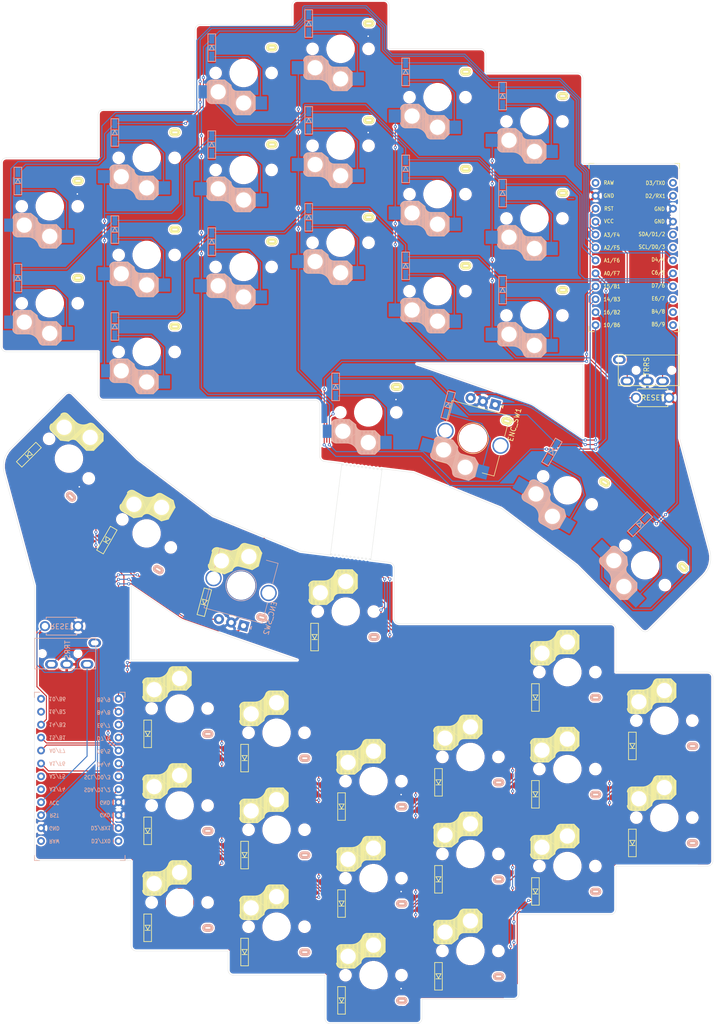
<source format=kicad_pcb>
(kicad_pcb (version 20171130) (host pcbnew 5.1.10)
  (layers (0 F.Cu signal) (31 B.Cu signal) (34 B.Paste user) (35 F.Paste user) (36 B.SilkS user) (37 F.SilkS user) (38 B.Mask user) (39 F.Mask user) (44 Edge.Cuts user))
  (net 0 "")
  (net 1 "Net-(D1-Pad2)")
  (net 2 row0)
  (net 3 "Net-(D2-Pad2)")
  (net 4 "Net-(D3-Pad2)")
  (net 5 "Net-(D4-Pad2)")
  (net 6 "Net-(D5-Pad2)")
  (net 7 "Net-(D6-Pad2)")
  (net 8 "Net-(D7-Pad2)")
  (net 9 row1)
  (net 10 "Net-(D8-Pad2)")
  (net 11 "Net-(D9-Pad2)")
  (net 12 "Net-(D10-Pad2)")
  (net 13 "Net-(D11-Pad2)")
  (net 14 "Net-(D12-Pad2)")
  (net 15 "Net-(D13-Pad2)")
  (net 16 row2)
  (net 17 "Net-(D14-Pad2)")
  (net 18 "Net-(D15-Pad2)")
  (net 19 "Net-(D16-Pad2)")
  (net 20 "Net-(D17-Pad2)")
  (net 21 "Net-(D18-Pad2)")
  (net 22 row3)
  (net 23 "Net-(D19-Pad2)")
  (net 24 "Net-(D20-Pad2)")
  (net 25 "Net-(D21-Pad2)")
  (net 26 VCC)
  (net 27 GND)
  (net 28 col0)
  (net 29 col1)
  (net 30 col2)
  (net 31 col3)
  (net 32 col4)
  (net 33 col5)
  (net 34 "Net-(D22-Pad2)")
  (net 35 row4)
  (net 36 "Net-(D23-Pad2)")
  (net 37 "Net-(D24-Pad2)")
  (net 38 "Net-(D25-Pad2)")
  (net 39 "Net-(D26-Pad2)")
  (net 40 "Net-(D27-Pad2)")
  (net 41 "Net-(D28-Pad2)")
  (net 42 row5)
  (net 43 "Net-(D29-Pad2)")
  (net 44 "Net-(D30-Pad2)")
  (net 45 "Net-(D31-Pad2)")
  (net 46 "Net-(D32-Pad2)")
  (net 47 "Net-(D33-Pad2)")
  (net 48 "Net-(D34-Pad2)")
  (net 49 row6)
  (net 50 "Net-(D35-Pad2)")
  (net 51 "Net-(D36-Pad2)")
  (net 52 "Net-(D37-Pad2)")
  (net 53 "Net-(D38-Pad2)")
  (net 54 "Net-(D39-Pad2)")
  (net 55 row7)
  (net 56 "Net-(D40-Pad2)")
  (net 57 "Net-(D41-Pad2)")
  (net 58 "Net-(D42-Pad2)")
  (net 59 data_l)
  (net 60 data_r)
  (net 61 reset_l)
  (net 62 reset_r)
  (net 63 col11)
  (net 64 col10)
  (net 65 col9)
  (net 66 col8)
  (net 67 col7)
  (net 68 col6)
  (net 69 "Net-(L54-Pad2)")
  (net 70 enc1)
  (net 71 enc2)
  (net 72 enc3)
  (net 73 enc4)
  (net 74 "Net-(J1-PadA)")
  (net 75 "Net-(J3-PadA)")
  (net 76 "Net-(U1-Pad1)")
  (net 77 "Net-(U1-Pad5)")
  (net 78 "Net-(U1-Pad6)")
  (net 79 "Net-(U1-Pad11)")
  (net 80 "Net-(U1-Pad12)")
  (net 81 "Net-(U1-Pad24)")
  (net 82 "Net-(U2-Pad1)")
  (net 83 "Net-(U2-Pad24)")
  (net 84 "Net-(U2-Pad13)")
  (net 85 "Net-(U2-Pad14)")
  (net 86 "Net-(U2-Pad19)")
  (net 87 "Net-(U2-Pad20)")
  (module kbd:ChocV1_V2_Hotswap (layer B.Cu) (at 59.27055 126.95084 345)
    (fp_text reference SW41 hide)
    (fp_text value SW_PUSH hide)
    (pad "" thru_hole oval (at 5.55 5 165) (size 2.2 1.5) (drill oval 1 0.3) (layers *.Cu B.SilkS F.Mask))
    (pad 1 smd rect (at -8.3 -3.7 165) (size 2.6 2.6) (layers F.Cu F.Paste F.Mask) (net 57 "Net-(D41-Pad2)"))
    (pad 2 smd rect (at 3.3 -5.9 165) (size 2.6 2.6) (layers F.Cu F.Paste F.Mask) (net 65 col9))
    (pad "" np_thru_hole circle (at -5 -3.7 255) (size 3 3) (drill 3) (layers *.Cu *.Mask))
    (pad "" np_thru_hole circle (at 0 -5.9 255) (size 3 3) (drill 3) (layers *.Cu *.Mask))
    (pad "" np_thru_hole circle (at 0 0 255) (size 5 5) (drill 5) (layers *.Cu))
  )
  (module kbd:ChocV1_V2_Hotswap (layer B.Cu) (at 25.44055 102.01084 315)
    (fp_text reference SW39 hide)
    (fp_text value SW_PUSH hide)
    (pad "" thru_hole oval (at 5.55 5 135) (size 2.2 1.5) (drill oval 1 0.3) (layers *.Cu B.SilkS F.Mask))
    (pad 1 smd rect (at -7.975 -3.7 135) (size 1.95 2.6) (layers F.Cu F.Paste F.Mask) (net 54 "Net-(D39-Pad2)"))
    (pad 2 smd rect (at 3.3 -5.9 135) (size 2.6 2.6) (layers F.Cu F.Paste F.Mask) (net 63 col11))
    (pad "" np_thru_hole circle (at -5 -3.7 225) (size 3 3) (drill 3) (layers *.Cu *.Mask))
    (pad "" np_thru_hole circle (at 0 -5.9 225) (size 3 3) (drill 3) (layers *.Cu *.Mask))
    (pad "" np_thru_hole circle (at 0 0 225) (size 5 5) (drill 5) (layers *.Cu))
    (pad "" np_thru_hole circle (at -5.5 0 225) (size 1.9 1.9) (drill 1.9) (layers *.Cu))
    (pad "" np_thru_hole circle (at 5.5 0 225) (size 1.9 1.9) (drill 1.9) (layers *.Cu))
  )
  (module kbd:ChocV1_V2_Hotswap (layer B.Cu) (at 47.19135 189.19257)
    (fp_text reference SW22 hide)
    (fp_text value SW_PUSH hide)
    (pad "" thru_hole oval (at 5.55 5 180) (size 2.2 1.5) (drill oval 1 0.3) (layers *.Cu B.SilkS F.Mask))
    (pad 1 smd rect (at -7.975 -3.7 180) (size 1.95 2.6) (layers F.Cu F.Paste F.Mask) (net 34 "Net-(D22-Pad2)"))
    (pad 2 smd rect (at 3.3 -5.9 180) (size 2.6 2.6) (layers F.Cu F.Paste F.Mask) (net 63 col11))
    (pad "" np_thru_hole circle (at -5 -3.7 270) (size 3 3) (drill 3) (layers *.Cu *.Mask))
    (pad "" np_thru_hole circle (at 0 -5.9 270) (size 3 3) (drill 3) (layers *.Cu *.Mask))
    (pad "" np_thru_hole circle (at 0 0 270) (size 5 5) (drill 5) (layers *.Cu))
    (pad "" np_thru_hole circle (at -5.5 0 270) (size 1.9 1.9) (drill 1.9) (layers *.Cu))
    (pad "" np_thru_hole circle (at 5.5 0 270) (size 1.9 1.9) (drill 1.9) (layers *.Cu))
  )
  (module kbd:D3_SMD_v2 (layer B.Cu) (at 34.46008 57.02651 270)
    (fp_text reference D8 hide)
    (fp_text value D hide)
    (pad 2 smd rect (at 1.775 0 270) (size 2 1) (layers B.Cu B.Paste B.Mask) (net 10 "Net-(D8-Pad2)"))
    (pad 1 smd rect (at -1.775 0 270) (size 2 1) (layers B.Cu B.Paste B.Mask) (net 9 row1))
  )
  (module kbd:D3_SMD_v2 (layer F.Cu) (at 117.11338 187.02879 90)
    (fp_text reference D26 hide)
    (fp_text value D hide)
    (pad 2 smd rect (at 1.775 0 90) (size 2 1) (layers F.Cu F.Paste F.Mask) (net 39 "Net-(D26-Pad2)"))
    (pad 1 smd rect (at -1.775 0 90) (size 2 1) (layers F.Cu F.Paste F.Mask) (net 35 row4))
  )
  (module kbd:D3_SMD_v2 (layer F.Cu) (at 52.042981 130.223848 75)
    (fp_text reference D41 hide)
    (fp_text value D hide)
    (pad 2 smd rect (at 1.775 0 75) (size 2 1) (layers F.Cu F.Paste F.Mask) (net 57 "Net-(D41-Pad2)"))
    (pad 1 smd rect (at -1.775 0 75) (size 2 1) (layers F.Cu F.Paste F.Mask) (net 55 row7))
  )
  (module kbd:D3_SMD_v2 (layer F.Cu) (at 73.71346 137.06084 90)
    (fp_text reference D42 hide)
    (fp_text value D hide)
    (pad 1 smd rect (at -1.775 0 90) (size 2 1) (layers F.Cu F.Paste F.Mask) (net 55 row7))
    (pad 2 smd rect (at 1.775 0 90) (size 2 1) (layers F.Cu F.Paste F.Mask) (net 58 "Net-(D42-Pad2)"))
  )
  (module kbd:D3_SMD_v2 (layer F.Cu) (at 40.91306 175.12249 90)
    (fp_text reference D28 hide)
    (fp_text value D hide)
    (pad 2 smd rect (at 1.775 0 90) (size 2 1) (layers F.Cu F.Paste F.Mask) (net 41 "Net-(D28-Pad2)"))
    (pad 1 smd rect (at -1.775 0 90) (size 2 1) (layers F.Cu F.Paste F.Mask) (net 42 row5))
  )
  (module kbd:D3_SMD_v2 (layer F.Cu) (at 79.01322 170.35997 90)
    (fp_text reference D36 hide)
    (fp_text value D hide)
    (pad 2 smd rect (at 1.775 0 90) (size 2 1) (layers F.Cu F.Paste F.Mask) (net 51 "Net-(D36-Pad2)"))
    (pad 1 smd rect (at -1.775 0 90) (size 2 1) (layers F.Cu F.Paste F.Mask) (net 49 row6))
  )
  (module kbd:D3_SMD_v2 (layer F.Cu) (at 136.16346 158.45367 90)
    (fp_text reference D33 hide)
    (fp_text value D hide)
    (pad 2 smd rect (at 1.775 0 90) (size 2 1) (layers F.Cu F.Paste F.Mask) (net 47 "Net-(D33-Pad2)"))
    (pad 1 smd rect (at -1.775 0 90) (size 2 1) (layers F.Cu F.Paste F.Mask) (net 42 row5))
  )
  (module kbd:D3_SMD_v2 (layer F.Cu) (at 79.01322 208.431 90)
    (fp_text reference D24 hide)
    (fp_text value D hide)
    (pad 1 smd rect (at -1.775 0 90) (size 2 1) (layers F.Cu F.Paste F.Mask) (net 35 row4))
    (pad 2 smd rect (at 1.775 0 90) (size 2 1) (layers F.Cu F.Paste F.Mask) (net 37 "Net-(D24-Pad2)"))
  )
  (module kbd:D3_SMD_v2 (layer F.Cu) (at 59.96314 179.88501 90)
    (fp_text reference D29 hide)
    (fp_text value D hide)
    (pad 2 smd rect (at 1.775 0 90) (size 2 1) (layers F.Cu F.Paste F.Mask) (net 43 "Net-(D29-Pad2)"))
    (pad 1 smd rect (at -1.775 0 90) (size 2 1) (layers F.Cu F.Paste F.Mask) (net 42 row5))
  )
  (module kbd:D3_SMD_v2 (layer F.Cu) (at 117.11338 167.94958 90)
    (fp_text reference D32 hide)
    (fp_text value D hide)
    (pad 1 smd rect (at -1.775 0 90) (size 2 1) (layers F.Cu F.Paste F.Mask) (net 42 row5))
    (pad 2 smd rect (at 1.775 0 90) (size 2 1) (layers F.Cu F.Paste F.Mask) (net 46 "Net-(D32-Pad2)"))
  )
  (module kbd:D3_SMD_v2 (layer F.Cu) (at 98.0633 184.64753 90)
    (fp_text reference D31 hide)
    (fp_text value D hide)
    (pad 2 smd rect (at 1.775 0 90) (size 2 1) (layers F.Cu F.Paste F.Mask) (net 45 "Net-(D31-Pad2)"))
    (pad 1 smd rect (at -1.775 0 90) (size 2 1) (layers F.Cu F.Paste F.Mask) (net 42 row5))
  )
  (module kbd:D3_SMD_v2 (layer F.Cu) (at 98.0633 203.69761 90)
    (fp_text reference D25 hide)
    (fp_text value D hide)
    (pad 1 smd rect (at -1.775 0 90) (size 2 1) (layers F.Cu F.Paste F.Mask) (net 35 row4))
    (pad 2 smd rect (at 1.775 0 90) (size 2 1) (layers F.Cu F.Paste F.Mask) (net 38 "Net-(D25-Pad2)"))
  )
  (module kbd:D3_SMD_v2 (layer F.Cu) (at 40.91306 194.17257 90)
    (fp_text reference D22 hide)
    (fp_text value D hide)
    (pad 2 smd rect (at 1.775 0 90) (size 2 1) (layers F.Cu F.Paste F.Mask) (net 34 "Net-(D22-Pad2)"))
    (pad 1 smd rect (at -1.775 0 90) (size 2 1) (layers F.Cu F.Paste F.Mask) (net 35 row4))
  )
  (module kbd:D3_SMD_v2 (layer F.Cu) (at 136.16346 177.50375 90)
    (fp_text reference D27 hide)
    (fp_text value D hide)
    (pad 2 smd rect (at 1.775 0 90) (size 2 1) (layers F.Cu F.Paste F.Mask) (net 40 "Net-(D27-Pad2)"))
    (pad 1 smd rect (at -1.775 0 90) (size 2 1) (layers F.Cu F.Paste F.Mask) (net 35 row4))
  )
  (module kbd:D3_SMD_v2 (layer F.Cu) (at 98.0633 165.59745 90)
    (fp_text reference D37 hide)
    (fp_text value D hide)
    (pad 2 smd rect (at 1.775 0 90) (size 2 1) (layers F.Cu F.Paste F.Mask) (net 52 "Net-(D37-Pad2)"))
    (pad 1 smd rect (at -1.775 0 90) (size 2 1) (layers F.Cu F.Paste F.Mask) (net 49 row6))
  )
  (module kbd:D3_SMD_v2 (layer F.Cu) (at 79.01322 189.41005 90)
    (fp_text reference D30 hide)
    (fp_text value D hide)
    (pad 2 smd rect (at 1.775 0 90) (size 2 1) (layers F.Cu F.Paste F.Mask) (net 44 "Net-(D30-Pad2)"))
    (pad 1 smd rect (at -1.775 0 90) (size 2 1) (layers F.Cu F.Paste F.Mask) (net 42 row5))
  )
  (module kbd:D3_SMD_v2 (layer F.Cu) (at 117.11338 148.92863 90)
    (fp_text reference D38 hide)
    (fp_text value D hide)
    (pad 2 smd rect (at 1.775 0 90) (size 2 1) (layers F.Cu F.Paste F.Mask) (net 53 "Net-(D38-Pad2)"))
    (pad 1 smd rect (at -1.775 0 90) (size 2 1) (layers F.Cu F.Paste F.Mask) (net 49 row6))
  )
  (module kbd:D3_SMD_v2 (layer F.Cu) (at 59.96314 198.93509 90)
    (fp_text reference D23 hide)
    (fp_text value D hide)
    (pad 1 smd rect (at -1.775 0 90) (size 2 1) (layers F.Cu F.Paste F.Mask) (net 35 row4))
    (pad 2 smd rect (at 1.775 0 90) (size 2 1) (layers F.Cu F.Paste F.Mask) (net 36 "Net-(D23-Pad2)"))
  )
  (module kbd:D3_SMD_v2 (layer F.Cu) (at 32.894402 118.014487 60)
    (fp_text reference D40 hide)
    (fp_text value D hide)
    (pad 2 smd rect (at 1.775 0 60) (size 2 1) (layers F.Cu F.Paste F.Mask) (net 56 "Net-(D40-Pad2)"))
    (pad 1 smd rect (at -1.775 0 60) (size 2 1) (layers F.Cu F.Paste F.Mask) (net 55 row7))
  )
  (module kbd:D3_SMD_v2 (layer F.Cu) (at 17.566542 101.237777 45)
    (fp_text reference D39 hide)
    (fp_text value D hide)
    (pad 1 smd rect (at -1.775 0 45) (size 2 1) (layers F.Cu F.Paste F.Mask) (net 55 row7))
    (pad 2 smd rect (at 1.775 0 45) (size 2 1) (layers F.Cu F.Paste F.Mask) (net 54 "Net-(D39-Pad2)"))
  )
  (module kbd:D3_SMD_v2 (layer F.Cu) (at 40.91306 156.07241 90)
    (fp_text reference D34 hide)
    (fp_text value D hide)
    (pad 2 smd rect (at 1.775 0 90) (size 2 1) (layers F.Cu F.Paste F.Mask) (net 48 "Net-(D34-Pad2)"))
    (pad 1 smd rect (at -1.775 0 90) (size 2 1) (layers F.Cu F.Paste F.Mask) (net 49 row6))
  )
  (module kbd:D3_SMD_v2 (layer F.Cu) (at 59.96314 160.83493 90)
    (fp_text reference D35 hide)
    (fp_text value D hide)
    (pad 2 smd rect (at 1.775 0 90) (size 2 1) (layers F.Cu F.Paste F.Mask) (net 50 "Net-(D35-Pad2)"))
    (pad 1 smd rect (at -1.775 0 90) (size 2 1) (layers F.Cu F.Paste F.Mask) (net 49 row6))
  )
  (module kbd:ChocV1_V2_Hotswap (layer F.Cu) (at 59.76898 26.25848)
    (fp_text reference SW3 hide)
    (fp_text value SW_PUSH hide)
    (pad "" thru_hole oval (at 5.55 -5 180) (size 2.2 1.5) (drill oval 1 0.3) (layers *.Cu F.SilkS B.Mask))
    (pad 1 smd rect (at -7.925 3.7 180) (size 1.9 2.6) (layers B.Cu B.Paste B.Mask) (net 30 col2))
    (pad 2 smd rect (at 3.3 5.9 180) (size 2.6 2.6) (layers B.Cu B.Paste B.Mask) (net 4 "Net-(D3-Pad2)"))
    (pad "" np_thru_hole circle (at -5 3.7 90) (size 3 3) (drill 3) (layers *.Cu *.Mask))
    (pad "" np_thru_hole circle (at 0 5.9 90) (size 3 3) (drill 3) (layers *.Cu *.Mask))
    (pad "" np_thru_hole circle (at 0 0 90) (size 5 5) (drill 5) (layers *.Cu))
    (pad "" np_thru_hole circle (at -5.5 0 90) (size 1.9 1.9) (drill 1.9) (layers *.Cu))
    (pad "" np_thru_hole circle (at 5.5 0 90) (size 1.9 1.9) (drill 1.9) (layers *.Cu))
  )
  (module kbd:ChocV1_V2_Hotswap (layer B.Cu) (at 79.84055 132.05084)
    (fp_text reference SW42 hide)
    (fp_text value SW_PUSH hide)
    (pad "" thru_hole oval (at 5.55 5 180) (size 2.2 1.5) (drill oval 1 0.3) (layers *.Cu B.SilkS F.Mask))
    (pad 1 smd rect (at -8.3 -3.7 180) (size 2.6 2.6) (layers F.Cu F.Paste F.Mask) (net 58 "Net-(D42-Pad2)"))
    (pad 2 smd rect (at 3.3 -5.9 180) (size 2.6 2.6) (layers F.Cu F.Paste F.Mask) (net 66 col8))
    (pad "" np_thru_hole circle (at -5 -3.7 270) (size 3 3) (drill 3) (layers *.Cu *.Mask))
    (pad "" np_thru_hole circle (at 0 -5.9 270) (size 3 3) (drill 3) (layers *.Cu *.Mask))
    (pad "" np_thru_hole circle (at 0 0 270) (size 5 5) (drill 5) (layers *.Cu))
    (pad "" np_thru_hole circle (at -5.5 0 270) (size 1.9 1.9) (drill 1.9) (layers *.Cu))
    (pad "" np_thru_hole circle (at 5.5 0 270) (size 1.9 1.9) (drill 1.9) (layers *.Cu))
  )
  (module kbd:ResetSW_1side (layer B.Cu) (at 23.97826 134.92084 180)
    (fp_text reference RESET_SW2 hide)
    (fp_text value SW_PUSH)
    (fp_text user RESET (at 0 0 180 unlocked) (layer B.SilkS) (effects (justify mirror)))
    (pad 1 thru_hole circle (at 3.25 0 180) (size 2 2) (drill 1.3) (layers *.Cu *.Mask) (net 62 reset_r))
    (pad 2 thru_hole circle (at -3.25 0 180) (size 2 2) (drill 1.3) (layers *.Cu *.Mask) (net 27 GND))
  )
  (module kbd:MJ-4PP-9_1side (layer B.Cu) (at 18.70826 140.31084 270)
    (fp_text reference J3)
    (fp_text value MJ-4PP-9 hide)
    (fp_text user TRRS (at -0.75 -6.45 90) (layer B.SilkS) (effects (justify mirror)))
    (pad "" np_thru_hole circle (at 0 -1.5 270) (size 1.2 1.2) (drill 1.2) (layers *.Cu *.Mask B.SilkS))
    (pad "" np_thru_hole circle (at 0 -8.5 270) (size 1.2 1.2) (drill 1.2) (layers *.Cu *.Mask B.SilkS))
    (pad B thru_hole oval (at 2.1 -3.3 270) (size 1.7 2.5) (drill oval 1 1.5) (layers *.Cu *.Mask) (net 60 data_r))
    (pad C thru_hole oval (at 2.1 -6.3 270) (size 1.7 2.5) (drill oval 1 1.5) (layers *.Cu *.Mask) (net 27 GND))
    (pad D thru_hole oval (at 2.1 -10.3 270) (size 1.7 2.5) (drill oval 1 1.5) (layers *.Cu *.Mask) (net 26 VCC) (clearance 0.15))
    (pad A thru_hole oval (at -2.1 -11.8 270) (size 1.7 2.5) (drill oval 1 1.5) (layers *.Cu *.Mask) (net 75 "Net-(J3-PadA)") (clearance 0.15))
  )
  (module kbd:ProMicro_v3 (layer B.Cu) (at 27.56966 162.65284)
    (fp_text reference U2 hide)
    (fp_text value ProMicro hide)
    (fp_text user B4/8 (at 4.705 -10.8 180 unlocked) (layer B.SilkS) (effects (font (size 0.75 0.67) (thickness 0.125)) (justify mirror)))
    (fp_text user D2/RX1 (at 4.155 11.9 180 unlocked) (layer B.SilkS) (effects (font (size 0.75 0.67) (thickness 0.125)) (justify mirror)))
    (fp_text user B5/9 (at 4.705 -13.3 180 unlocked) (layer B.SilkS) (effects (font (size 0.75 0.67) (thickness 0.125)) (justify mirror)))
    (fp_text user C6/5 (at 4.705 -3.15 180 unlocked) (layer B.SilkS) (effects (font (size 0.75 0.67) (thickness 0.125)) (justify mirror)))
    (fp_text user SCL/D0/3 (at 3.455 1.9 180 unlocked) (layer B.SilkS) (effects (font (size 0.75 0.67) (thickness 0.125)) (justify mirror)))
    (fp_text user SDA/D1/2 (at 3.455 4.4 180 unlocked) (layer B.SilkS) (effects (font (size 0.75 0.67) (thickness 0.125)) (justify mirror)))
    (fp_text user D4/4 (at 4.705 -0.6 180 unlocked) (layer B.SilkS) (effects (font (size 0.75 0.67) (thickness 0.125)) (justify mirror)))
    (fp_text user D3/TX0 (at 4.155 14.45 180 unlocked) (layer B.SilkS) (effects (font (size 0.75 0.67) (thickness 0.125)) (justify mirror)))
    (fp_text user GND (at 4.955 6.9 180 unlocked) (layer B.SilkS) (effects (font (size 0.75 0.67) (thickness 0.125)) (justify mirror)))
    (fp_text user GND (at 4.955 9.35 180 unlocked) (layer B.SilkS) (effects (font (size 0.75 0.67) (thickness 0.125)) (justify mirror)))
    (fp_text user D7/6 (at 4.705 -5.7 180 unlocked) (layer B.SilkS) (effects (font (size 0.75 0.67) (thickness 0.125)) (justify mirror)))
    (fp_text user E6/7 (at 4.705 -8.25 180 unlocked) (layer B.SilkS) (effects (font (size 0.75 0.67) (thickness 0.125)) (justify mirror)))
    (fp_text user 16/B2 (at -4.395 -10.95 180 unlocked) (layer B.SilkS) (effects (font (size 0.75 0.67) (thickness 0.125)) (justify mirror)))
    (fp_text user 10/B6 (at -4.395 -13.45 180 unlocked) (layer B.SilkS) (effects (font (size 0.75 0.67) (thickness 0.125)) (justify mirror)))
    (fp_text user 14/B3 (at -4.395 -8.4 180 unlocked) (layer B.SilkS) (effects (font (size 0.75 0.67) (thickness 0.125)) (justify mirror)))
    (fp_text user 15/B1 (at -4.395 -5.85 180 unlocked) (layer B.SilkS) (effects (font (size 0.75 0.67) (thickness 0.125)) (justify mirror)))
    (fp_text user A0/F7 (at -4.395 -3.3 180 unlocked) (layer B.SilkS) (effects (font (size 0.75 0.67) (thickness 0.125)) (justify mirror)))
    (fp_text user A1/F6 (at -4.395 -0.75 180 unlocked) (layer B.SilkS) (effects (font (size 0.75 0.67) (thickness 0.125)) (justify mirror)))
    (fp_text user A2/F5 (at -4.395 1.75 180 unlocked) (layer B.SilkS) (effects (font (size 0.75 0.67) (thickness 0.125)) (justify mirror)))
    (fp_text user A3/F4 (at -4.395 4.25 180 unlocked) (layer B.SilkS) (effects (font (size 0.75 0.67) (thickness 0.125)) (justify mirror)))
    (fp_text user VCC (at -4.995 6.95 180 unlocked) (layer B.SilkS) (effects (font (size 0.75 0.67) (thickness 0.125)) (justify mirror)))
    (fp_text user RST (at -4.995 9.4 180 unlocked) (layer B.SilkS) (effects (font (size 0.75 0.67) (thickness 0.125)) (justify mirror)))
    (fp_text user GND (at -4.995 11.95 180 unlocked) (layer B.SilkS) (effects (font (size 0.75 0.67) (thickness 0.125)) (justify mirror)))
    (fp_text user RAW (at -4.995 14.5 180 unlocked) (layer B.SilkS) (effects (font (size 0.75 0.67) (thickness 0.125)) (justify mirror)))
    (pad 1 thru_hole circle (at 7.6114 14.478) (size 1.524 1.524) (drill 0.8128) (layers *.Cu *.Mask) (net 82 "Net-(U2-Pad1)"))
    (pad 2 thru_hole circle (at 7.6114 11.938) (size 1.524 1.524) (drill 0.8128) (layers *.Cu *.Mask) (net 60 data_r))
    (pad 3 thru_hole circle (at 7.6114 9.398) (size 1.524 1.524) (drill 0.8128) (layers *.Cu *.Mask) (net 27 GND))
    (pad 4 thru_hole circle (at 7.6114 6.858) (size 1.524 1.524) (drill 0.8128) (layers *.Cu *.Mask) (net 27 GND))
    (pad 5 thru_hole circle (at 7.6114 4.318) (size 1.524 1.524) (drill 0.8128) (layers *.Cu *.Mask) (net 68 col6))
    (pad 6 thru_hole circle (at 7.6114 1.778) (size 1.524 1.524) (drill 0.8128) (layers *.Cu *.Mask) (net 67 col7))
    (pad 7 thru_hole circle (at 7.6114 -0.762) (size 1.524 1.524) (drill 0.8128) (layers *.Cu *.Mask) (net 66 col8))
    (pad 8 thru_hole circle (at 7.6114 -3.302) (size 1.524 1.524) (drill 0.8128) (layers *.Cu *.Mask) (net 65 col9))
    (pad 9 thru_hole circle (at 7.6114 -5.842) (size 1.524 1.524) (drill 0.8128) (layers *.Cu *.Mask) (net 64 col10))
    (pad 10 thru_hole circle (at 7.6114 -8.382) (size 1.524 1.524) (drill 0.8128) (layers *.Cu *.Mask) (net 63 col11))
    (pad 11 thru_hole circle (at 7.6114 -10.922) (size 1.524 1.524) (drill 0.8128) (layers *.Cu *.Mask) (net 73 enc4))
    (pad 12 thru_hole circle (at 7.6114 -13.462) (size 1.524 1.524) (drill 0.8128) (layers *.Cu *.Mask) (net 72 enc3))
    (pad 13 thru_hole circle (at -7.6086 -13.462) (size 1.524 1.524) (drill 0.8128) (layers *.Cu *.Mask) (net 84 "Net-(U2-Pad13)"))
    (pad 14 thru_hole circle (at -7.6086 -10.922) (size 1.524 1.524) (drill 0.8128) (layers *.Cu *.Mask) (net 85 "Net-(U2-Pad14)"))
    (pad 15 thru_hole circle (at -7.6086 -8.382) (size 1.524 1.524) (drill 0.8128) (layers *.Cu *.Mask) (net 55 row7))
    (pad 16 thru_hole circle (at -7.6086 -5.842) (size 1.524 1.524) (drill 0.8128) (layers *.Cu *.Mask) (net 49 row6))
    (pad 17 thru_hole circle (at -7.6086 -3.302) (size 1.524 1.524) (drill 0.8128) (layers *.Cu *.Mask) (net 42 row5))
    (pad 18 thru_hole circle (at -7.6086 -0.762) (size 1.524 1.524) (drill 0.8128) (layers *.Cu *.Mask) (net 35 row4))
    (pad 19 thru_hole circle (at -7.6086 1.778) (size 1.524 1.524) (drill 0.8128) (layers *.Cu *.Mask) (net 86 "Net-(U2-Pad19)"))
    (pad 20 thru_hole circle (at -7.6086 4.318) (size 1.524 1.524) (drill 0.8128) (layers *.Cu *.Mask) (net 87 "Net-(U2-Pad20)"))
    (pad 21 thru_hole circle (at -7.6086 6.858) (size 1.524 1.524) (drill 0.8128) (layers *.Cu *.Mask) (net 26 VCC))
    (pad 22 thru_hole circle (at -7.6086 9.398) (size 1.524 1.524) (drill 0.8128) (layers *.Cu *.Mask) (net 62 reset_r))
    (pad 23 thru_hole circle (at -7.6086 11.938) (size 1.524 1.524) (drill 0.8128) (layers *.Cu *.Mask) (net 27 GND))
    (pad 24 thru_hole circle (at -7.6086 14.478) (size 1.524 1.524) (drill 0.8128) (layers *.Cu *.Mask) (net 83 "Net-(U2-Pad24)"))
  )
  (module kbd:ChocV1_V2_Hotswap (layer B.Cu) (at 66.24143 174.90501)
    (fp_text reference SW29 hide)
    (fp_text value SW_PUSH hide)
    (pad "" thru_hole oval (at 5.55 5 180) (size 2.2 1.5) (drill oval 1 0.3) (layers *.Cu B.SilkS F.Mask))
    (pad 1 smd rect (at -8.3 -3.7 180) (size 2.6 2.6) (layers F.Cu F.Paste F.Mask) (net 43 "Net-(D29-Pad2)"))
    (pad 2 smd rect (at 3.3 -5.9 180) (size 2.6 2.6) (layers F.Cu F.Paste F.Mask) (net 64 col10))
    (pad "" np_thru_hole circle (at -5 -3.7 270) (size 3 3) (drill 3) (layers *.Cu *.Mask))
    (pad "" np_thru_hole circle (at 0 -5.9 270) (size 3 3) (drill 3) (layers *.Cu *.Mask))
    (pad "" np_thru_hole circle (at 0 0 270) (size 5 5) (drill 5) (layers *.Cu))
    (pad "" np_thru_hole circle (at -5.5 0 270) (size 1.9 1.9) (drill 1.9) (layers *.Cu))
    (pad "" np_thru_hole circle (at 5.5 0 270) (size 1.9 1.9) (drill 1.9) (layers *.Cu))
  )
  (module kbd:ChocV1_V2_Hotswap (layer B.Cu) (at 47.19135 170.14249)
    (fp_text reference SW28 hide)
    (fp_text value SW_PUSH hide)
    (pad "" thru_hole oval (at 5.55 5 180) (size 2.2 1.5) (drill oval 1 0.3) (layers *.Cu B.SilkS F.Mask))
    (pad 1 smd rect (at -8.3 -3.7 180) (size 2.6 2.6) (layers F.Cu F.Paste F.Mask) (net 41 "Net-(D28-Pad2)"))
    (pad 2 smd rect (at 3.3 -5.9 180) (size 2.6 2.6) (layers F.Cu F.Paste F.Mask) (net 63 col11))
    (pad "" np_thru_hole circle (at -5 -3.7 270) (size 3 3) (drill 3) (layers *.Cu *.Mask))
    (pad "" np_thru_hole circle (at 0 -5.9 270) (size 3 3) (drill 3) (layers *.Cu *.Mask))
    (pad "" np_thru_hole circle (at 0 0 270) (size 5 5) (drill 5) (layers *.Cu))
    (pad "" np_thru_hole circle (at -5.5 0 270) (size 1.9 1.9) (drill 1.9) (layers *.Cu))
    (pad "" np_thru_hole circle (at 5.5 0 270) (size 1.9 1.9) (drill 1.9) (layers *.Cu))
  )
  (module kbd:ChocV1_V2_Hotswap (layer B.Cu) (at 123.39167 182.04879)
    (fp_text reference SW26 hide)
    (fp_text value SW_PUSH hide)
    (pad "" thru_hole oval (at 5.55 5 180) (size 2.2 1.5) (drill oval 1 0.3) (layers *.Cu B.SilkS F.Mask))
    (pad 1 smd rect (at -8.3 -3.7 180) (size 2.6 2.6) (layers F.Cu F.Paste F.Mask) (net 39 "Net-(D26-Pad2)"))
    (pad 2 smd rect (at 3.3 -5.9 180) (size 2.6 2.6) (layers F.Cu F.Paste F.Mask) (net 67 col7))
    (pad "" np_thru_hole circle (at -5 -3.7 270) (size 3 3) (drill 3) (layers *.Cu *.Mask))
    (pad "" np_thru_hole circle (at 0 -5.9 270) (size 3 3) (drill 3) (layers *.Cu *.Mask))
    (pad "" np_thru_hole circle (at 0 0 270) (size 5 5) (drill 5) (layers *.Cu))
    (pad "" np_thru_hole circle (at -5.5 0 270) (size 1.9 1.9) (drill 1.9) (layers *.Cu))
    (pad "" np_thru_hole circle (at 5.5 0 270) (size 1.9 1.9) (drill 1.9) (layers *.Cu))
  )
  (module kbd:ChocV1_V2_Hotswap (layer B.Cu) (at 104.34159 198.71761)
    (fp_text reference SW25 hide)
    (fp_text value SW_PUSH hide)
    (pad "" thru_hole oval (at 5.55 5 180) (size 2.2 1.5) (drill oval 1 0.3) (layers *.Cu B.SilkS F.Mask))
    (pad 1 smd rect (at -8.3 -3.7 180) (size 2.6 2.6) (layers F.Cu F.Paste F.Mask) (net 38 "Net-(D25-Pad2)"))
    (pad 2 smd rect (at 3.3 -5.9 180) (size 2.6 2.6) (layers F.Cu F.Paste F.Mask) (net 66 col8))
    (pad "" np_thru_hole circle (at -5 -3.7 270) (size 3 3) (drill 3) (layers *.Cu *.Mask))
    (pad "" np_thru_hole circle (at 0 -5.9 270) (size 3 3) (drill 3) (layers *.Cu *.Mask))
    (pad "" np_thru_hole circle (at 0 0 270) (size 5 5) (drill 5) (layers *.Cu))
    (pad "" np_thru_hole circle (at -5.5 0 270) (size 1.9 1.9) (drill 1.9) (layers *.Cu))
    (pad "" np_thru_hole circle (at 5.5 0 270) (size 1.9 1.9) (drill 1.9) (layers *.Cu))
  )
  (module kbd:ChocV1_V2_Hotswap (layer B.Cu) (at 85.29151 203.48013)
    (fp_text reference SW24 hide)
    (fp_text value SW_PUSH hide)
    (pad "" thru_hole oval (at 5.55 5 180) (size 2.2 1.5) (drill oval 1 0.3) (layers *.Cu B.SilkS F.Mask))
    (pad 1 smd rect (at -8.3 -3.7 180) (size 2.6 2.6) (layers F.Cu F.Paste F.Mask) (net 37 "Net-(D24-Pad2)"))
    (pad 2 smd rect (at 3.3 -5.9 180) (size 2.6 2.6) (layers F.Cu F.Paste F.Mask) (net 65 col9))
    (pad "" np_thru_hole circle (at -5 -3.7 270) (size 3 3) (drill 3) (layers *.Cu *.Mask))
    (pad "" np_thru_hole circle (at 0 -5.9 270) (size 3 3) (drill 3) (layers *.Cu *.Mask))
    (pad "" np_thru_hole circle (at 0 0 270) (size 5 5) (drill 5) (layers *.Cu))
    (pad "" np_thru_hole circle (at -5.5 0 270) (size 1.9 1.9) (drill 1.9) (layers *.Cu))
    (pad "" np_thru_hole circle (at 5.5 0 270) (size 1.9 1.9) (drill 1.9) (layers *.Cu))
  )
  (module kbd:ChocV1_V2_Hotswap (layer B.Cu) (at 40.70055 116.70084 330)
    (fp_text reference SW40 hide)
    (fp_text value SW_PUSH hide)
    (pad "" thru_hole oval (at 5.55 5 150) (size 2.2 1.5) (drill oval 1 0.3) (layers *.Cu B.SilkS F.Mask))
    (pad 1 smd rect (at -8.3 -3.7 150) (size 2.6 2.6) (layers F.Cu F.Paste F.Mask) (net 56 "Net-(D40-Pad2)"))
    (pad 2 smd rect (at 3.3 -5.9 150) (size 2.6 2.6) (layers F.Cu F.Paste F.Mask) (net 64 col10))
    (pad "" np_thru_hole circle (at -5 -3.7 240) (size 3 3) (drill 3) (layers *.Cu *.Mask))
    (pad "" np_thru_hole circle (at 0 -5.9 240) (size 3 3) (drill 3) (layers *.Cu *.Mask))
    (pad "" np_thru_hole circle (at 0 0 240) (size 5 5) (drill 5) (layers *.Cu))
    (pad "" np_thru_hole circle (at -5.5 0 240) (size 1.9 1.9) (drill 1.9) (layers *.Cu))
    (pad "" np_thru_hole circle (at 5.5 0 240) (size 1.9 1.9) (drill 1.9) (layers *.Cu))
  )
  (module kbd:ChocV1_V2_Hotswap (layer B.Cu) (at 123.39167 143.94863)
    (fp_text reference SW38 hide)
    (fp_text value SW_PUSH hide)
    (pad "" thru_hole oval (at 5.55 5 180) (size 2.2 1.5) (drill oval 1 0.3) (layers *.Cu B.SilkS F.Mask))
    (pad 1 smd rect (at -8.3 -3.7 180) (size 2.6 2.6) (layers F.Cu F.Paste F.Mask) (net 53 "Net-(D38-Pad2)"))
    (pad 2 smd rect (at 3.3 -5.9 180) (size 2.6 2.6) (layers F.Cu F.Paste F.Mask) (net 67 col7))
    (pad "" np_thru_hole circle (at -5 -3.7 270) (size 3 3) (drill 3) (layers *.Cu *.Mask))
    (pad "" np_thru_hole circle (at 0 -5.9 270) (size 3 3) (drill 3) (layers *.Cu *.Mask))
    (pad "" np_thru_hole circle (at 0 0 270) (size 5 5) (drill 5) (layers *.Cu))
    (pad "" np_thru_hole circle (at -5.5 0 270) (size 1.9 1.9) (drill 1.9) (layers *.Cu))
    (pad "" np_thru_hole circle (at 5.5 0 270) (size 1.9 1.9) (drill 1.9) (layers *.Cu))
  )
  (module kbd:ChocV1_V2_Hotswap (layer B.Cu) (at 85.29151 165.37997)
    (fp_text reference SW36 hide)
    (fp_text value SW_PUSH hide)
    (pad "" thru_hole oval (at 5.55 5 180) (size 2.2 1.5) (drill oval 1 0.3) (layers *.Cu B.SilkS F.Mask))
    (pad 1 smd rect (at -8.3 -3.7 180) (size 2.6 2.6) (layers F.Cu F.Paste F.Mask) (net 51 "Net-(D36-Pad2)"))
    (pad 2 smd rect (at 3.3 -5.9 180) (size 2.6 2.6) (layers F.Cu F.Paste F.Mask) (net 65 col9))
    (pad "" np_thru_hole circle (at -5 -3.7 270) (size 3 3) (drill 3) (layers *.Cu *.Mask))
    (pad "" np_thru_hole circle (at 0 -5.9 270) (size 3 3) (drill 3) (layers *.Cu *.Mask))
    (pad "" np_thru_hole circle (at 0 0 270) (size 5 5) (drill 5) (layers *.Cu))
    (pad "" np_thru_hole circle (at -5.5 0 270) (size 1.9 1.9) (drill 1.9) (layers *.Cu))
    (pad "" np_thru_hole circle (at 5.5 0 270) (size 1.9 1.9) (drill 1.9) (layers *.Cu))
  )
  (module kbd:ChocV1_V2_Hotswap (layer B.Cu) (at 104.34159 160.61745)
    (fp_text reference SW37 hide)
    (fp_text value SW_PUSH hide)
    (pad "" thru_hole oval (at 5.55 5 180) (size 2.2 1.5) (drill oval 1 0.3) (layers *.Cu B.SilkS F.Mask))
    (pad 1 smd rect (at -8.3 -3.7 180) (size 2.6 2.6) (layers F.Cu F.Paste F.Mask) (net 52 "Net-(D37-Pad2)"))
    (pad 2 smd rect (at 3.3 -5.9 180) (size 2.6 2.6) (layers F.Cu F.Paste F.Mask) (net 66 col8))
    (pad "" np_thru_hole circle (at -5 -3.7 270) (size 3 3) (drill 3) (layers *.Cu *.Mask))
    (pad "" np_thru_hole circle (at 0 -5.9 270) (size 3 3) (drill 3) (layers *.Cu *.Mask))
    (pad "" np_thru_hole circle (at 0 0 270) (size 5 5) (drill 5) (layers *.Cu))
    (pad "" np_thru_hole circle (at -5.5 0 270) (size 1.9 1.9) (drill 1.9) (layers *.Cu))
    (pad "" np_thru_hole circle (at 5.5 0 270) (size 1.9 1.9) (drill 1.9) (layers *.Cu))
  )
  (module kbd:ChocV1_V2_Hotswap (layer B.Cu) (at 142.44175 172.52375)
    (fp_text reference SW27 hide)
    (fp_text value SW_PUSH hide)
    (pad "" thru_hole oval (at 5.55 5 180) (size 2.2 1.5) (drill oval 1 0.3) (layers *.Cu B.SilkS F.Mask))
    (pad 1 smd rect (at -8.3 -3.7 180) (size 2.6 2.6) (layers F.Cu F.Paste F.Mask) (net 40 "Net-(D27-Pad2)"))
    (pad 2 smd rect (at 3.3 -5.9 180) (size 2.6 2.6) (layers F.Cu F.Paste F.Mask) (net 68 col6))
    (pad "" np_thru_hole circle (at -5 -3.7 270) (size 3 3) (drill 3) (layers *.Cu *.Mask))
    (pad "" np_thru_hole circle (at 0 -5.9 270) (size 3 3) (drill 3) (layers *.Cu *.Mask))
    (pad "" np_thru_hole circle (at 0 0 270) (size 5 5) (drill 5) (layers *.Cu))
    (pad "" np_thru_hole circle (at -5.5 0 270) (size 1.9 1.9) (drill 1.9) (layers *.Cu))
    (pad "" np_thru_hole circle (at 5.5 0 270) (size 1.9 1.9) (drill 1.9) (layers *.Cu))
  )
  (module kbd:ChocV1_V2_Hotswap (layer B.Cu) (at 66.24143 155.85493)
    (fp_text reference SW35 hide)
    (fp_text value SW_PUSH hide)
    (pad "" thru_hole oval (at 5.55 5 180) (size 2.2 1.5) (drill oval 1 0.3) (layers *.Cu B.SilkS F.Mask))
    (pad 1 smd rect (at -8.3 -3.7 180) (size 2.6 2.6) (layers F.Cu F.Paste F.Mask) (net 50 "Net-(D35-Pad2)"))
    (pad 2 smd rect (at 3.3 -5.9 180) (size 2.6 2.6) (layers F.Cu F.Paste F.Mask) (net 64 col10))
    (pad "" np_thru_hole circle (at -5 -3.7 270) (size 3 3) (drill 3) (layers *.Cu *.Mask))
    (pad "" np_thru_hole circle (at 0 -5.9 270) (size 3 3) (drill 3) (layers *.Cu *.Mask))
    (pad "" np_thru_hole circle (at 0 0 270) (size 5 5) (drill 5) (layers *.Cu))
    (pad "" np_thru_hole circle (at -5.5 0 270) (size 1.9 1.9) (drill 1.9) (layers *.Cu))
    (pad "" np_thru_hole circle (at 5.5 0 270) (size 1.9 1.9) (drill 1.9) (layers *.Cu))
  )
  (module kbd:ChocV1_V2_Hotswap (layer B.Cu) (at 47.19135 151.09241)
    (fp_text reference SW34 hide)
    (fp_text value SW_PUSH hide)
    (pad "" thru_hole oval (at 5.55 5 180) (size 2.2 1.5) (drill oval 1 0.3) (layers *.Cu B.SilkS F.Mask))
    (pad 1 smd rect (at -8.3 -3.7 180) (size 2.6 2.6) (layers F.Cu F.Paste F.Mask) (net 48 "Net-(D34-Pad2)"))
    (pad 2 smd rect (at 3.3 -5.9 180) (size 2.6 2.6) (layers F.Cu F.Paste F.Mask) (net 63 col11))
    (pad "" np_thru_hole circle (at -5 -3.7 270) (size 3 3) (drill 3) (layers *.Cu *.Mask))
    (pad "" np_thru_hole circle (at 0 -5.9 270) (size 3 3) (drill 3) (layers *.Cu *.Mask))
    (pad "" np_thru_hole circle (at 0 0 270) (size 5 5) (drill 5) (layers *.Cu))
    (pad "" np_thru_hole circle (at -5.5 0 270) (size 1.9 1.9) (drill 1.9) (layers *.Cu))
    (pad "" np_thru_hole circle (at 5.5 0 270) (size 1.9 1.9) (drill 1.9) (layers *.Cu))
  )
  (module Rotary_Encoder:RotaryEncoder_Alps_EC11E-Switch_Vertical_H20mm_CircularMountingHoles (layer B.Cu) (at 59.27055 126.95084 75)
    (fp_text reference ENC_SW2 (at -4.7 7.2 75) (layer B.SilkS) (effects (justify mirror)))
    (fp_text value Rotary_Encoder)
    (pad MP thru_hole circle (at 0 -5.6 75) (size 3.2 3.2) (drill 2.6) (layers *.Cu *.Mask))
    (pad MP thru_hole circle (at 0 5.6 75) (size 3.2 3.2) (drill 2.6) (layers *.Cu *.Mask))
    (pad B thru_hole circle (at -7.5 -2.5 75) (size 2 2) (drill 1) (layers *.Cu *.Mask) (net 73 enc4))
    (pad C thru_hole circle (at -7.5 0 75) (size 2 2) (drill 1) (layers *.Cu *.Mask) (net 27 GND))
    (pad A thru_hole rect (at -7.5 2.5 75) (size 2 2) (drill 1) (layers *.Cu *.Mask) (net 72 enc3))
  )
  (module kbd:ChocV1_V2_Hotswap (layer B.Cu) (at 142.44175 153.47367)
    (fp_text reference SW33 hide)
    (fp_text value SW_PUSH hide)
    (pad "" thru_hole oval (at 5.55 5 180) (size 2.2 1.5) (drill oval 1 0.3) (layers *.Cu B.SilkS F.Mask))
    (pad 1 smd rect (at -8.3 -3.7 180) (size 2.6 2.6) (layers F.Cu F.Paste F.Mask) (net 47 "Net-(D33-Pad2)"))
    (pad 2 smd rect (at 3.3 -5.9 180) (size 2.6 2.6) (layers F.Cu F.Paste F.Mask) (net 68 col6))
    (pad "" np_thru_hole circle (at -5 -3.7 270) (size 3 3) (drill 3) (layers *.Cu *.Mask))
    (pad "" np_thru_hole circle (at 0 -5.9 270) (size 3 3) (drill 3) (layers *.Cu *.Mask))
    (pad "" np_thru_hole circle (at 0 0 270) (size 5 5) (drill 5) (layers *.Cu))
    (pad "" np_thru_hole circle (at -5.5 0 270) (size 1.9 1.9) (drill 1.9) (layers *.Cu))
    (pad "" np_thru_hole circle (at 5.5 0 270) (size 1.9 1.9) (drill 1.9) (layers *.Cu))
  )
  (module kbd:ChocV1_V2_Hotswap (layer B.Cu) (at 123.39167 162.99871)
    (fp_text reference SW32 hide)
    (fp_text value SW_PUSH hide)
    (pad "" thru_hole oval (at 5.55 5 180) (size 2.2 1.5) (drill oval 1 0.3) (layers *.Cu B.SilkS F.Mask))
    (pad 1 smd rect (at -8.3 -3.7 180) (size 2.6 2.6) (layers F.Cu F.Paste F.Mask) (net 46 "Net-(D32-Pad2)"))
    (pad 2 smd rect (at 3.3 -5.9 180) (size 2.6 2.6) (layers F.Cu F.Paste F.Mask) (net 67 col7))
    (pad "" np_thru_hole circle (at -5 -3.7 270) (size 3 3) (drill 3) (layers *.Cu *.Mask))
    (pad "" np_thru_hole circle (at 0 -5.9 270) (size 3 3) (drill 3) (layers *.Cu *.Mask))
    (pad "" np_thru_hole circle (at 0 0 270) (size 5 5) (drill 5) (layers *.Cu))
    (pad "" np_thru_hole circle (at -5.5 0 270) (size 1.9 1.9) (drill 1.9) (layers *.Cu))
    (pad "" np_thru_hole circle (at 5.5 0 270) (size 1.9 1.9) (drill 1.9) (layers *.Cu))
  )
  (module kbd:ChocV1_V2_Hotswap (layer B.Cu) (at 104.34159 179.66753)
    (fp_text reference SW31 hide)
    (fp_text value SW_PUSH hide)
    (pad "" thru_hole oval (at 5.55 5 180) (size 2.2 1.5) (drill oval 1 0.3) (layers *.Cu B.SilkS F.Mask))
    (pad 1 smd rect (at -8.3 -3.7 180) (size 2.6 2.6) (layers F.Cu F.Paste F.Mask) (net 45 "Net-(D31-Pad2)"))
    (pad 2 smd rect (at 3.3 -5.9 180) (size 2.6 2.6) (layers F.Cu F.Paste F.Mask) (net 66 col8))
    (pad "" np_thru_hole circle (at -5 -3.7 270) (size 3 3) (drill 3) (layers *.Cu *.Mask))
    (pad "" np_thru_hole circle (at 0 -5.9 270) (size 3 3) (drill 3) (layers *.Cu *.Mask))
    (pad "" np_thru_hole circle (at 0 0 270) (size 5 5) (drill 5) (layers *.Cu))
    (pad "" np_thru_hole circle (at -5.5 0 270) (size 1.9 1.9) (drill 1.9) (layers *.Cu))
    (pad "" np_thru_hole circle (at 5.5 0 270) (size 1.9 1.9) (drill 1.9) (layers *.Cu))
  )
  (module kbd:ChocV1_V2_Hotswap (layer B.Cu) (at 85.29151 184.43005)
    (fp_text reference SW30 hide)
    (fp_text value SW_PUSH hide)
    (pad "" thru_hole oval (at 5.55 5 180) (size 2.2 1.5) (drill oval 1 0.3) (layers *.Cu B.SilkS F.Mask))
    (pad 1 smd rect (at -8.3 -3.7 180) (size 2.6 2.6) (layers F.Cu F.Paste F.Mask) (net 44 "Net-(D30-Pad2)"))
    (pad 2 smd rect (at 3.3 -5.9 180) (size 2.6 2.6) (layers F.Cu F.Paste F.Mask) (net 65 col9))
    (pad "" np_thru_hole circle (at -5 -3.7 270) (size 3 3) (drill 3) (layers *.Cu *.Mask))
    (pad "" np_thru_hole circle (at 0 -5.9 270) (size 3 3) (drill 3) (layers *.Cu *.Mask))
    (pad "" np_thru_hole circle (at 0 0 270) (size 5 5) (drill 5) (layers *.Cu))
    (pad "" np_thru_hole circle (at -5.5 0 270) (size 1.9 1.9) (drill 1.9) (layers *.Cu))
    (pad "" np_thru_hole circle (at 5.5 0 270) (size 1.9 1.9) (drill 1.9) (layers *.Cu))
  )
  (module kbd:ChocV1_V2_Hotswap (layer B.Cu) (at 66.24143 193.95509)
    (fp_text reference SW23 hide)
    (fp_text value SW_PUSH hide)
    (pad "" thru_hole oval (at 5.55 5 180) (size 2.2 1.5) (drill oval 1 0.3) (layers *.Cu B.SilkS F.Mask))
    (pad 1 smd rect (at -8.3 -3.7 180) (size 2.6 2.6) (layers F.Cu F.Paste F.Mask) (net 36 "Net-(D23-Pad2)"))
    (pad 2 smd rect (at 3.3 -5.9 180) (size 2.6 2.6) (layers F.Cu F.Paste F.Mask) (net 64 col10))
    (pad "" np_thru_hole circle (at -5 -3.7 270) (size 3 3) (drill 3) (layers *.Cu *.Mask))
    (pad "" np_thru_hole circle (at 0 -5.9 270) (size 3 3) (drill 3) (layers *.Cu *.Mask))
    (pad "" np_thru_hole circle (at 0 0 270) (size 5 5) (drill 5) (layers *.Cu))
    (pad "" np_thru_hole circle (at -5.5 0 270) (size 1.9 1.9) (drill 1.9) (layers *.Cu))
    (pad "" np_thru_hole circle (at 5.5 0 270) (size 1.9 1.9) (drill 1.9) (layers *.Cu))
  )
  (module kbd:ChocV1_V2_Hotswap (layer F.Cu) (at 21.66882 52.45234)
    (fp_text reference SW1 hide)
    (fp_text value SW_PUSH hide)
    (pad "" thru_hole oval (at 5.55 -5 180) (size 2.2 1.5) (drill oval 1 0.3) (layers *.Cu F.SilkS B.Mask))
    (pad 1 smd rect (at -7.975 3.7 180) (size 1.95 2.6) (layers B.Cu B.Paste B.Mask) (net 28 col0))
    (pad 2 smd rect (at 3.3 5.9 180) (size 2.6 2.6) (layers B.Cu B.Paste B.Mask) (net 1 "Net-(D1-Pad2)"))
    (pad "" np_thru_hole circle (at -5 3.7 90) (size 3 3) (drill 3) (layers *.Cu *.Mask))
    (pad "" np_thru_hole circle (at 0 5.9 90) (size 3 3) (drill 3) (layers *.Cu *.Mask))
    (pad "" np_thru_hole circle (at 0 0 90) (size 5 5) (drill 5) (layers *.Cu))
    (pad "" np_thru_hole circle (at -5.5 0 90) (size 1.9 1.9) (drill 1.9) (layers *.Cu))
    (pad "" np_thru_hole circle (at 5.5 0 90) (size 1.9 1.9) (drill 1.9) (layers *.Cu))
  )
  (module kbd:ChocV1_V2_Hotswap (layer F.Cu) (at 21.66882 71.50242)
    (fp_text reference SW7 hide)
    (fp_text value SW_PUSH hide)
    (pad "" thru_hole oval (at 5.55 -5 180) (size 2.2 1.5) (drill oval 1 0.3) (layers *.Cu F.SilkS B.Mask))
    (pad 1 smd rect (at -7.975 3.7 180) (size 1.95 2.6) (layers B.Cu B.Paste B.Mask) (net 28 col0))
    (pad 2 smd rect (at 3.3 5.9 180) (size 2.6 2.6) (layers B.Cu B.Paste B.Mask) (net 8 "Net-(D7-Pad2)"))
    (pad "" np_thru_hole circle (at -5 3.7 90) (size 3 3) (drill 3) (layers *.Cu *.Mask))
    (pad "" np_thru_hole circle (at 0 5.9 90) (size 3 3) (drill 3) (layers *.Cu *.Mask))
    (pad "" np_thru_hole circle (at 0 0 90) (size 5 5) (drill 5) (layers *.Cu))
    (pad "" np_thru_hole circle (at -5.5 0 90) (size 1.9 1.9) (drill 1.9) (layers *.Cu))
    (pad "" np_thru_hole circle (at 5.5 0 90) (size 1.9 1.9) (drill 1.9) (layers *.Cu))
  )
  (module kbd:ChocV1_V2_Hotswap (layer F.Cu) (at 40.7189 81.05659)
    (fp_text reference SW13 hide)
    (fp_text value SW_PUSH hide)
    (pad "" thru_hole oval (at 5.55 -5 180) (size 2.2 1.5) (drill oval 1 0.3) (layers *.Cu F.SilkS B.Mask))
    (pad 1 smd rect (at -7.975 3.7 180) (size 1.95 2.6) (layers B.Cu B.Paste B.Mask) (net 29 col1))
    (pad 2 smd rect (at 3.3 5.9 180) (size 2.6 2.6) (layers B.Cu B.Paste B.Mask) (net 15 "Net-(D13-Pad2)"))
    (pad "" np_thru_hole circle (at -5 3.7 90) (size 3 3) (drill 3) (layers *.Cu *.Mask))
    (pad "" np_thru_hole circle (at 0 5.9 90) (size 3 3) (drill 3) (layers *.Cu *.Mask))
    (pad "" np_thru_hole circle (at 0 0 90) (size 5 5) (drill 5) (layers *.Cu))
    (pad "" np_thru_hole circle (at -5.5 0 90) (size 1.9 1.9) (drill 1.9) (layers *.Cu))
    (pad "" np_thru_hole circle (at 5.5 0 90) (size 1.9 1.9) (drill 1.9) (layers *.Cu))
  )
  (module kbd:ChocV1_V2_Hotswap (layer F.Cu) (at 84.27 92.93525)
    (fp_text reference SW18 hide)
    (fp_text value SW_PUSH hide)
    (pad "" thru_hole oval (at 5.55 -5 180) (size 2.2 1.5) (drill oval 1 0.3) (layers *.Cu F.SilkS B.Mask))
    (pad 1 smd rect (at -7.975 3.7 180) (size 1.95 2.6) (layers B.Cu B.Paste B.Mask) (net 30 col2))
    (pad 2 smd rect (at 3.3 5.9 180) (size 2.6 2.6) (layers B.Cu B.Paste B.Mask) (net 21 "Net-(D18-Pad2)"))
    (pad "" np_thru_hole circle (at -5 3.7 90) (size 3 3) (drill 3) (layers *.Cu *.Mask))
    (pad "" np_thru_hole circle (at 0 5.9 90) (size 3 3) (drill 3) (layers *.Cu *.Mask))
    (pad "" np_thru_hole circle (at 0 0 90) (size 5 5) (drill 5) (layers *.Cu))
    (pad "" np_thru_hole circle (at -5.5 0 90) (size 1.9 1.9) (drill 1.9) (layers *.Cu))
    (pad "" np_thru_hole circle (at 5.5 0 90) (size 1.9 1.9) (drill 1.9) (layers *.Cu))
  )
  (module kbd:ChocV1_V2_Hotswap (layer F.Cu) (at 104.85 98.01525 345)
    (fp_text reference SW19 hide)
    (fp_text value SW_PUSH hide)
    (pad "" thru_hole oval (at 5.55 -5 165) (size 2.2 1.5) (drill oval 1 0.3) (layers *.Cu F.SilkS B.Mask))
    (pad 1 smd rect (at -8.3 3.7 165) (size 2.6 2.6) (layers B.Cu B.Paste B.Mask) (net 31 col3))
    (pad 2 smd rect (at 3.3 5.9 165) (size 2.6 2.6) (layers B.Cu B.Paste B.Mask) (net 23 "Net-(D19-Pad2)"))
    (pad "" np_thru_hole circle (at -5 3.7 75) (size 3 3) (drill 3) (layers *.Cu *.Mask))
    (pad "" np_thru_hole circle (at 0 5.9 75) (size 3 3) (drill 3) (layers *.Cu *.Mask))
    (pad "" np_thru_hole circle (at 0 0 75) (size 5 5) (drill 5) (layers *.Cu))
  )
  (module kbd:ChocV1_V2_Hotswap (layer F.Cu) (at 123.4 108.24525 330)
    (fp_text reference SW20 hide)
    (fp_text value SW_PUSH hide)
    (pad "" np_thru_hole circle (at 5.5 0 60) (size 1.9 1.9) (drill 1.9) (layers *.Cu))
    (pad "" np_thru_hole circle (at -5.5 0 60) (size 1.9 1.9) (drill 1.9) (layers *.Cu))
    (pad "" np_thru_hole circle (at 0 0 60) (size 5 5) (drill 5) (layers *.Cu))
    (pad "" np_thru_hole circle (at 0 5.9 60) (size 3 3) (drill 3) (layers *.Cu *.Mask))
    (pad "" np_thru_hole circle (at -5 3.7 60) (size 3 3) (drill 3) (layers *.Cu *.Mask))
    (pad 2 smd rect (at 3.3 5.9 150) (size 2.6 2.6) (layers B.Cu B.Paste B.Mask) (net 24 "Net-(D20-Pad2)"))
    (pad 1 smd rect (at -8.3 3.7 150) (size 2.6 2.6) (layers B.Cu B.Paste B.Mask) (net 32 col4))
    (pad "" thru_hole oval (at 5.55 -5 150) (size 2.2 1.5) (drill oval 1 0.3) (layers *.Cu F.SilkS B.Mask))
  )
  (module Rotary_Encoder:RotaryEncoder_Alps_EC11E-Switch_Vertical_H20mm_CircularMountingHoles (layer F.Cu) (at 104.85 98.01525 255)
    (fp_text reference ENC_SW1 (at -4.7 -7.2 255) (layer F.SilkS))
    (fp_text value Rotary_Encoder)
    (pad MP thru_hole circle (at 0 5.6 255) (size 3.2 3.2) (drill 2.6) (layers *.Cu *.Mask))
    (pad MP thru_hole circle (at 0 -5.6 255) (size 3.2 3.2) (drill 2.6) (layers *.Cu *.Mask))
    (pad B thru_hole circle (at -7.5 2.5 255) (size 2 2) (drill 1) (layers *.Cu *.Mask) (net 71 enc2))
    (pad C thru_hole circle (at -7.5 0 255) (size 2 2) (drill 1) (layers *.Cu *.Mask) (net 27 GND))
    (pad A thru_hole rect (at -7.5 -2.5 255) (size 2 2) (drill 1) (layers *.Cu *.Mask) (net 70 enc1))
  )
  (module kbd:D3_SMD_v2 (layer B.Cu) (at 91.61032 64.14116 270)
    (fp_text reference D16 hide)
    (fp_text value D hide)
    (pad 1 smd rect (at -1.775 0 270) (size 2 1) (layers B.Cu B.Paste B.Mask) (net 16 row2))
    (pad 2 smd rect (at 1.775 0 270) (size 2 1) (layers B.Cu B.Paste B.Mask) (net 19 "Net-(D16-Pad2)"))
  )
  (module kbd:D3_SMD_v2 (layer B.Cu) (at 110.6604 68.90368 270)
    (fp_text reference D17 hide)
    (fp_text value D hide)
    (pad 2 smd rect (at 1.775 0 270) (size 2 1) (layers B.Cu B.Paste B.Mask) (net 20 "Net-(D17-Pad2)"))
    (pad 1 smd rect (at -1.775 0 270) (size 2 1) (layers B.Cu B.Paste B.Mask) (net 16 row2))
  )
  (module kbd:D3_SMD_v2 (layer B.Cu) (at 137.679096 114.872891 225)
    (fp_text reference D21 hide)
    (fp_text value D hide)
    (pad 2 smd rect (at 1.775 0 225) (size 2 1) (layers B.Cu B.Paste B.Mask) (net 25 "Net-(D21-Pad2)"))
    (pad 1 smd rect (at -1.775 0 225) (size 2 1) (layers B.Cu B.Paste B.Mask) (net 22 row3))
  )
  (module kbd:D3_SMD_v2 (layer B.Cu) (at 120.358778 100.692803 240)
    (fp_text reference D20 hide)
    (fp_text value D hide)
    (pad 1 smd rect (at -1.775 0 240) (size 2 1) (layers B.Cu B.Paste B.Mask) (net 22 row3))
    (pad 2 smd rect (at 1.775 0 240) (size 2 1) (layers B.Cu B.Paste B.Mask) (net 24 "Net-(D20-Pad2)"))
  )
  (module kbd:D3_SMD_v2 (layer B.Cu) (at 91.61032 26.041 270)
    (fp_text reference D5 hide)
    (fp_text value D hide)
    (pad 2 smd rect (at 1.775 0 270) (size 2 1) (layers B.Cu B.Paste B.Mask) (net 6 "Net-(D5-Pad2)"))
    (pad 1 smd rect (at -1.775 0 270) (size 2 1) (layers B.Cu B.Paste B.Mask) (net 2 row0))
  )
  (module kbd:D3_SMD_v2 (layer B.Cu) (at 34.46008 76.04746 270)
    (fp_text reference D13 hide)
    (fp_text value D hide)
    (pad 1 smd rect (at -1.775 0 270) (size 2 1) (layers B.Cu B.Paste B.Mask) (net 16 row2))
    (pad 2 smd rect (at 1.775 0 270) (size 2 1) (layers B.Cu B.Paste B.Mask) (net 15 "Net-(D13-Pad2)"))
  )
  (module kbd:D3_SMD_v2 (layer B.Cu) (at 72.56024 35.56604 270)
    (fp_text reference D10 hide)
    (fp_text value D hide)
    (pad 1 smd rect (at -1.775 0 270) (size 2 1) (layers B.Cu B.Paste B.Mask) (net 9 row1))
    (pad 2 smd rect (at 1.775 0 270) (size 2 1) (layers B.Cu B.Paste B.Mask) (net 12 "Net-(D10-Pad2)"))
  )
  (module kbd:D3_SMD_v2 (layer B.Cu) (at 53.51016 59.37864 270)
    (fp_text reference D14 hide)
    (fp_text value D hide)
    (pad 1 smd rect (at -1.775 0 270) (size 2 1) (layers B.Cu B.Paste B.Mask) (net 16 row2))
    (pad 2 smd rect (at 1.775 0 270) (size 2 1) (layers B.Cu B.Paste B.Mask) (net 17 "Net-(D14-Pad2)"))
  )
  (module kbd:D3_SMD_v2 (layer B.Cu) (at 15.41 47.47234 270)
    (fp_text reference D1 hide)
    (fp_text value D hide)
    (pad 1 smd rect (at -1.775 0 270) (size 2 1) (layers B.Cu B.Paste B.Mask) (net 2 row0))
    (pad 2 smd rect (at 1.775 0 270) (size 2 1) (layers B.Cu B.Paste B.Mask) (net 1 "Net-(D1-Pad2)"))
  )
  (module kbd:D3_SMD_v2 (layer B.Cu) (at 110.6604 30.80352 270)
    (fp_text reference D6 hide)
    (fp_text value D hide)
    (pad 1 smd rect (at -1.775 0 270) (size 2 1) (layers B.Cu B.Paste B.Mask) (net 2 row0))
    (pad 2 smd rect (at 1.775 0 270) (size 2 1) (layers B.Cu B.Paste B.Mask) (net 7 "Net-(D6-Pad2)"))
  )
  (module kbd:D3_SMD_v2 (layer B.Cu) (at 53.51016 21.27848 270)
    (fp_text reference D3 hide)
    (fp_text value D hide)
    (pad 1 smd rect (at -1.775 0 270) (size 2 1) (layers B.Cu B.Paste B.Mask) (net 2 row0))
    (pad 2 smd rect (at 1.775 0 270) (size 2 1) (layers B.Cu B.Paste B.Mask) (net 4 "Net-(D3-Pad2)"))
  )
  (module kbd:D3_SMD_v2 (layer B.Cu) (at 53.51016 40.32856 270)
    (fp_text reference D9 hide)
    (fp_text value D hide)
    (pad 1 smd rect (at -1.775 0 270) (size 2 1) (layers B.Cu B.Paste B.Mask) (net 9 row1))
    (pad 2 smd rect (at 1.775 0 270) (size 2 1) (layers B.Cu B.Paste B.Mask) (net 11 "Net-(D9-Pad2)"))
  )
  (module kbd:D3_SMD_v2 (layer B.Cu) (at 91.61032 45.09108 270)
    (fp_text reference D11 hide)
    (fp_text value D hide)
    (pad 1 smd rect (at -1.775 0 270) (size 2 1) (layers B.Cu B.Paste B.Mask) (net 9 row1))
    (pad 2 smd rect (at 1.775 0 270) (size 2 1) (layers B.Cu B.Paste B.Mask) (net 13 "Net-(D11-Pad2)"))
  )
  (module kbd:D3_SMD_v2 (layer B.Cu) (at 72.56024 16.54509 270)
    (fp_text reference D4 hide)
    (fp_text value D hide)
    (pad 2 smd rect (at 1.775 0 270) (size 2 1) (layers B.Cu B.Paste B.Mask) (net 5 "Net-(D4-Pad2)"))
    (pad 1 smd rect (at -1.775 0 270) (size 2 1) (layers B.Cu B.Paste B.Mask) (net 2 row0))
  )
  (module kbd:D3_SMD_v2 (layer B.Cu) (at 15.41 66.52242 270)
    (fp_text reference D7 hide)
    (fp_text value D hide)
    (pad 1 smd rect (at -1.775 0 270) (size 2 1) (layers B.Cu B.Paste B.Mask) (net 9 row1))
    (pad 2 smd rect (at 1.775 0 270) (size 2 1) (layers B.Cu B.Paste B.Mask) (net 8 "Net-(D7-Pad2)"))
  )
  (module kbd:D3_SMD_v2 (layer B.Cu) (at 72.56024 54.61612 270)
    (fp_text reference D15 hide)
    (fp_text value D hide)
    (pad 1 smd rect (at -1.775 0 270) (size 2 1) (layers B.Cu B.Paste B.Mask) (net 16 row2))
    (pad 2 smd rect (at 1.775 0 270) (size 2 1) (layers B.Cu B.Paste B.Mask) (net 18 "Net-(D15-Pad2)"))
  )
  (module kbd:D3_SMD_v2 (layer B.Cu) (at 110.6604 49.8536 270)
    (fp_text reference D12 hide)
    (fp_text value D hide)
    (pad 1 smd rect (at -1.775 0 270) (size 2 1) (layers B.Cu B.Paste B.Mask) (net 9 row1))
    (pad 2 smd rect (at 1.775 0 270) (size 2 1) (layers B.Cu B.Paste B.Mask) (net 14 "Net-(D12-Pad2)"))
  )
  (module kbd:D3_SMD_v2 (layer B.Cu) (at 77.86 87.91525 270)
    (fp_text reference D18 hide)
    (fp_text value D hide)
    (pad 2 smd rect (at 1.775 0 270) (size 2 1) (layers B.Cu B.Paste B.Mask) (net 21 "Net-(D18-Pad2)"))
    (pad 1 smd rect (at -1.775 0 270) (size 2 1) (layers B.Cu B.Paste B.Mask) (net 22 row3))
  )
  (module kbd:D3_SMD_v2 (layer B.Cu) (at 99.957687 91.507272 255)
    (fp_text reference D19 hide)
    (fp_text value D hide)
    (pad 2 smd rect (at 1.775 0 255) (size 2 1) (layers B.Cu B.Paste B.Mask) (net 23 "Net-(D19-Pad2)"))
    (pad 1 smd rect (at -1.775 0 255) (size 2 1) (layers B.Cu B.Paste B.Mask) (net 22 row3))
  )
  (module kbd:D3_SMD_v2 (layer B.Cu) (at 34.46008 37.9473 270)
    (fp_text reference D2 hide)
    (fp_text value D hide)
    (pad 1 smd rect (at -1.775 0 270) (size 2 1) (layers B.Cu B.Paste B.Mask) (net 2 row0))
    (pad 2 smd rect (at 1.775 0 270) (size 2 1) (layers B.Cu B.Paste B.Mask) (net 3 "Net-(D2-Pad2)"))
  )
  (module kbd:ChocV1_V2_Hotswap (layer F.Cu) (at 138.674264 122.965122 315)
    (fp_text reference SW21 hide)
    (fp_text value SW_PUSH hide)
    (pad "" thru_hole oval (at 5.55 -5 135) (size 2.2 1.5) (drill oval 1 0.3) (layers *.Cu F.SilkS B.Mask))
    (pad 1 smd rect (at -8.3 3.7 135) (size 2.6 2.6) (layers B.Cu B.Paste B.Mask) (net 33 col5))
    (pad 2 smd rect (at 3.3 5.9 135) (size 2.6 2.6) (layers B.Cu B.Paste B.Mask) (net 25 "Net-(D21-Pad2)"))
    (pad "" np_thru_hole circle (at -5 3.7 45) (size 3 3) (drill 3) (layers *.Cu *.Mask))
    (pad "" np_thru_hole circle (at 0 5.9 45) (size 3 3) (drill 3) (layers *.Cu *.Mask))
    (pad "" np_thru_hole circle (at 0 0 45) (size 5 5) (drill 5) (layers *.Cu))
    (pad "" np_thru_hole circle (at -5.5 0 45) (size 1.9 1.9) (drill 1.9) (layers *.Cu))
    (pad "" np_thru_hole circle (at 5.5 0 45) (size 1.9 1.9) (drill 1.9) (layers *.Cu))
  )
  (module kbd:ChocV1_V2_Hotswap (layer F.Cu) (at 116.91922 73.88368)
    (fp_text reference SW17 hide)
    (fp_text value SW_PUSH hide)
    (pad "" thru_hole oval (at 5.55 -5 180) (size 2.2 1.5) (drill oval 1 0.3) (layers *.Cu F.SilkS B.Mask))
    (pad 1 smd rect (at -8.3 3.7 180) (size 2.6 2.6) (layers B.Cu B.Paste B.Mask) (net 33 col5))
    (pad 2 smd rect (at 3.3 5.9 180) (size 2.6 2.6) (layers B.Cu B.Paste B.Mask) (net 20 "Net-(D17-Pad2)"))
    (pad "" np_thru_hole circle (at -5 3.7 90) (size 3 3) (drill 3) (layers *.Cu *.Mask))
    (pad "" np_thru_hole circle (at 0 5.9 90) (size 3 3) (drill 3) (layers *.Cu *.Mask))
    (pad "" np_thru_hole circle (at 0 0 90) (size 5 5) (drill 5) (layers *.Cu))
    (pad "" np_thru_hole circle (at -5.5 0 90) (size 1.9 1.9) (drill 1.9) (layers *.Cu))
    (pad "" np_thru_hole circle (at 5.5 0 90) (size 1.9 1.9) (drill 1.9) (layers *.Cu))
  )
  (module kbd:ChocV1_V2_Hotswap (layer F.Cu) (at 97.86914 69.12116)
    (fp_text reference SW16 hide)
    (fp_text value SW_PUSH hide)
    (pad "" thru_hole oval (at 5.55 -5 180) (size 2.2 1.5) (drill oval 1 0.3) (layers *.Cu F.SilkS B.Mask))
    (pad 1 smd rect (at -8.3 3.7 180) (size 2.6 2.6) (layers B.Cu B.Paste B.Mask) (net 32 col4))
    (pad 2 smd rect (at 3.3 5.9 180) (size 2.6 2.6) (layers B.Cu B.Paste B.Mask) (net 19 "Net-(D16-Pad2)"))
    (pad "" np_thru_hole circle (at -5 3.7 90) (size 3 3) (drill 3) (layers *.Cu *.Mask))
    (pad "" np_thru_hole circle (at 0 5.9 90) (size 3 3) (drill 3) (layers *.Cu *.Mask))
    (pad "" np_thru_hole circle (at 0 0 90) (size 5 5) (drill 5) (layers *.Cu))
    (pad "" np_thru_hole circle (at -5.5 0 90) (size 1.9 1.9) (drill 1.9) (layers *.Cu))
    (pad "" np_thru_hole circle (at 5.5 0 90) (size 1.9 1.9) (drill 1.9) (layers *.Cu))
  )
  (module kbd:ChocV1_V2_Hotswap (layer F.Cu) (at 78.81906 59.59612)
    (fp_text reference SW15 hide)
    (fp_text value SW_PUSH hide)
    (pad "" thru_hole oval (at 5.55 -5 180) (size 2.2 1.5) (drill oval 1 0.3) (layers *.Cu F.SilkS B.Mask))
    (pad 1 smd rect (at -8.3 3.7 180) (size 2.6 2.6) (layers B.Cu B.Paste B.Mask) (net 31 col3))
    (pad 2 smd rect (at 3.3 5.9 180) (size 2.6 2.6) (layers B.Cu B.Paste B.Mask) (net 18 "Net-(D15-Pad2)"))
    (pad "" np_thru_hole circle (at -5 3.7 90) (size 3 3) (drill 3) (layers *.Cu *.Mask))
    (pad "" np_thru_hole circle (at 0 5.9 90) (size 3 3) (drill 3) (layers *.Cu *.Mask))
    (pad "" np_thru_hole circle (at 0 0 90) (size 5 5) (drill 5) (layers *.Cu))
    (pad "" np_thru_hole circle (at -5.5 0 90) (size 1.9 1.9) (drill 1.9) (layers *.Cu))
    (pad "" np_thru_hole circle (at 5.5 0 90) (size 1.9 1.9) (drill 1.9) (layers *.Cu))
  )
  (module kbd:ChocV1_V2_Hotswap (layer F.Cu) (at 59.76898 64.35864)
    (fp_text reference SW14 hide)
    (fp_text value SW_PUSH hide)
    (pad "" thru_hole oval (at 5.55 -5 180) (size 2.2 1.5) (drill oval 1 0.3) (layers *.Cu F.SilkS B.Mask))
    (pad 1 smd rect (at -8.3 3.7 180) (size 2.6 2.6) (layers B.Cu B.Paste B.Mask) (net 30 col2))
    (pad 2 smd rect (at 3.3 5.9 180) (size 2.6 2.6) (layers B.Cu B.Paste B.Mask) (net 17 "Net-(D14-Pad2)"))
    (pad "" np_thru_hole circle (at -5 3.7 90) (size 3 3) (drill 3) (layers *.Cu *.Mask))
    (pad "" np_thru_hole circle (at 0 5.9 90) (size 3 3) (drill 3) (layers *.Cu *.Mask))
    (pad "" np_thru_hole circle (at 0 0 90) (size 5 5) (drill 5) (layers *.Cu))
    (pad "" np_thru_hole circle (at -5.5 0 90) (size 1.9 1.9) (drill 1.9) (layers *.Cu))
    (pad "" np_thru_hole circle (at 5.5 0 90) (size 1.9 1.9) (drill 1.9) (layers *.Cu))
  )
  (module kbd:ChocV1_V2_Hotswap (layer F.Cu) (at 116.91922 54.8336)
    (fp_text reference SW12 hide)
    (fp_text value SW_PUSH hide)
    (pad "" thru_hole oval (at 5.55 -5 180) (size 2.2 1.5) (drill oval 1 0.3) (layers *.Cu F.SilkS B.Mask))
    (pad 1 smd rect (at -8.3 3.7 180) (size 2.6 2.6) (layers B.Cu B.Paste B.Mask) (net 33 col5))
    (pad 2 smd rect (at 3.3 5.9 180) (size 2.6 2.6) (layers B.Cu B.Paste B.Mask) (net 14 "Net-(D12-Pad2)"))
    (pad "" np_thru_hole circle (at -5 3.7 90) (size 3 3) (drill 3) (layers *.Cu *.Mask))
    (pad "" np_thru_hole circle (at 0 5.9 90) (size 3 3) (drill 3) (layers *.Cu *.Mask))
    (pad "" np_thru_hole circle (at 0 0 90) (size 5 5) (drill 5) (layers *.Cu))
    (pad "" np_thru_hole circle (at -5.5 0 90) (size 1.9 1.9) (drill 1.9) (layers *.Cu))
    (pad "" np_thru_hole circle (at 5.5 0 90) (size 1.9 1.9) (drill 1.9) (layers *.Cu))
  )
  (module kbd:ChocV1_V2_Hotswap (layer F.Cu) (at 97.86914 50.07108)
    (fp_text reference SW11 hide)
    (fp_text value SW_PUSH hide)
    (pad "" thru_hole oval (at 5.55 -5 180) (size 2.2 1.5) (drill oval 1 0.3) (layers *.Cu F.SilkS B.Mask))
    (pad 1 smd rect (at -8.3 3.7 180) (size 2.6 2.6) (layers B.Cu B.Paste B.Mask) (net 32 col4))
    (pad 2 smd rect (at 3.3 5.9 180) (size 2.6 2.6) (layers B.Cu B.Paste B.Mask) (net 13 "Net-(D11-Pad2)"))
    (pad "" np_thru_hole circle (at -5 3.7 90) (size 3 3) (drill 3) (layers *.Cu *.Mask))
    (pad "" np_thru_hole circle (at 0 5.9 90) (size 3 3) (drill 3) (layers *.Cu *.Mask))
    (pad "" np_thru_hole circle (at 0 0 90) (size 5 5) (drill 5) (layers *.Cu))
    (pad "" np_thru_hole circle (at -5.5 0 90) (size 1.9 1.9) (drill 1.9) (layers *.Cu))
    (pad "" np_thru_hole circle (at 5.5 0 90) (size 1.9 1.9) (drill 1.9) (layers *.Cu))
  )
  (module kbd:ChocV1_V2_Hotswap (layer F.Cu) (at 78.81906 40.54604)
    (fp_text reference SW10 hide)
    (fp_text value SW_PUSH hide)
    (pad "" thru_hole oval (at 5.55 -5 180) (size 2.2 1.5) (drill oval 1 0.3) (layers *.Cu F.SilkS B.Mask))
    (pad 1 smd rect (at -8.3 3.7 180) (size 2.6 2.6) (layers B.Cu B.Paste B.Mask) (net 31 col3))
    (pad 2 smd rect (at 3.3 5.9 180) (size 2.6 2.6) (layers B.Cu B.Paste B.Mask) (net 12 "Net-(D10-Pad2)"))
    (pad "" np_thru_hole circle (at -5 3.7 90) (size 3 3) (drill 3) (layers *.Cu *.Mask))
    (pad "" np_thru_hole circle (at 0 5.9 90) (size 3 3) (drill 3) (layers *.Cu *.Mask))
    (pad "" np_thru_hole circle (at 0 0 90) (size 5 5) (drill 5) (layers *.Cu))
    (pad "" np_thru_hole circle (at -5.5 0 90) (size 1.9 1.9) (drill 1.9) (layers *.Cu))
    (pad "" np_thru_hole circle (at 5.5 0 90) (size 1.9 1.9) (drill 1.9) (layers *.Cu))
  )
  (module kbd:ChocV1_V2_Hotswap (layer F.Cu) (at 59.76898 45.30856)
    (fp_text reference SW9 hide)
    (fp_text value SW_PUSH hide)
    (pad "" thru_hole oval (at 5.55 -5 180) (size 2.2 1.5) (drill oval 1 0.3) (layers *.Cu F.SilkS B.Mask))
    (pad 1 smd rect (at -8.3 3.7 180) (size 2.6 2.6) (layers B.Cu B.Paste B.Mask) (net 30 col2))
    (pad 2 smd rect (at 3.3 5.9 180) (size 2.6 2.6) (layers B.Cu B.Paste B.Mask) (net 11 "Net-(D9-Pad2)"))
    (pad "" np_thru_hole circle (at -5 3.7 90) (size 3 3) (drill 3) (layers *.Cu *.Mask))
    (pad "" np_thru_hole circle (at 0 5.9 90) (size 3 3) (drill 3) (layers *.Cu *.Mask))
    (pad "" np_thru_hole circle (at 0 0 90) (size 5 5) (drill 5) (layers *.Cu))
    (pad "" np_thru_hole circle (at -5.5 0 90) (size 1.9 1.9) (drill 1.9) (layers *.Cu))
    (pad "" np_thru_hole circle (at 5.5 0 90) (size 1.9 1.9) (drill 1.9) (layers *.Cu))
  )
  (module kbd:ChocV1_V2_Hotswap (layer F.Cu) (at 40.7189 62.00651)
    (fp_text reference SW8 hide)
    (fp_text value SW_PUSH hide)
    (pad "" thru_hole oval (at 5.55 -5 180) (size 2.2 1.5) (drill oval 1 0.3) (layers *.Cu F.SilkS B.Mask))
    (pad 1 smd rect (at -8.3 3.7 180) (size 2.6 2.6) (layers B.Cu B.Paste B.Mask) (net 29 col1))
    (pad 2 smd rect (at 3.3 5.9 180) (size 2.6 2.6) (layers B.Cu B.Paste B.Mask) (net 10 "Net-(D8-Pad2)"))
    (pad "" np_thru_hole circle (at -5 3.7 90) (size 3 3) (drill 3) (layers *.Cu *.Mask))
    (pad "" np_thru_hole circle (at 0 5.9 90) (size 3 3) (drill 3) (layers *.Cu *.Mask))
    (pad "" np_thru_hole circle (at 0 0 90) (size 5 5) (drill 5) (layers *.Cu))
    (pad "" np_thru_hole circle (at -5.5 0 90) (size 1.9 1.9) (drill 1.9) (layers *.Cu))
    (pad "" np_thru_hole circle (at 5.5 0 90) (size 1.9 1.9) (drill 1.9) (layers *.Cu))
  )
  (module kbd:ChocV1_V2_Hotswap (layer F.Cu) (at 116.91922 35.78352)
    (fp_text reference SW6 hide)
    (fp_text value SW_PUSH hide)
    (pad "" thru_hole oval (at 5.55 -5 180) (size 2.2 1.5) (drill oval 1 0.3) (layers *.Cu F.SilkS B.Mask))
    (pad 1 smd rect (at -8.3 3.7 180) (size 2.6 2.6) (layers B.Cu B.Paste B.Mask) (net 33 col5))
    (pad 2 smd rect (at 3.3 5.9 180) (size 2.6 2.6) (layers B.Cu B.Paste B.Mask) (net 7 "Net-(D6-Pad2)"))
    (pad "" np_thru_hole circle (at -5 3.7 90) (size 3 3) (drill 3) (layers *.Cu *.Mask))
    (pad "" np_thru_hole circle (at 0 5.9 90) (size 3 3) (drill 3) (layers *.Cu *.Mask))
    (pad "" np_thru_hole circle (at 0 0 90) (size 5 5) (drill 5) (layers *.Cu))
    (pad "" np_thru_hole circle (at -5.5 0 90) (size 1.9 1.9) (drill 1.9) (layers *.Cu))
    (pad "" np_thru_hole circle (at 5.5 0 90) (size 1.9 1.9) (drill 1.9) (layers *.Cu))
  )
  (module kbd:ChocV1_V2_Hotswap (layer F.Cu) (at 97.86914 31.021)
    (fp_text reference SW5 hide)
    (fp_text value SW_PUSH hide)
    (pad "" thru_hole oval (at 5.55 -5 180) (size 2.2 1.5) (drill oval 1 0.3) (layers *.Cu F.SilkS B.Mask))
    (pad 1 smd rect (at -8.3 3.7 180) (size 2.6 2.6) (layers B.Cu B.Paste B.Mask) (net 32 col4))
    (pad 2 smd rect (at 3.3 5.9 180) (size 2.6 2.6) (layers B.Cu B.Paste B.Mask) (net 6 "Net-(D5-Pad2)"))
    (pad "" np_thru_hole circle (at -5 3.7 90) (size 3 3) (drill 3) (layers *.Cu *.Mask))
    (pad "" np_thru_hole circle (at 0 5.9 90) (size 3 3) (drill 3) (layers *.Cu *.Mask))
    (pad "" np_thru_hole circle (at 0 0 90) (size 5 5) (drill 5) (layers *.Cu))
    (pad "" np_thru_hole circle (at -5.5 0 90) (size 1.9 1.9) (drill 1.9) (layers *.Cu))
    (pad "" np_thru_hole circle (at 5.5 0 90) (size 1.9 1.9) (drill 1.9) (layers *.Cu))
  )
  (module kbd:ChocV1_V2_Hotswap (layer F.Cu) (at 78.81906 21.52509)
    (fp_text reference SW4 hide)
    (fp_text value SW_PUSH hide)
    (pad "" thru_hole oval (at 5.55 -5 180) (size 2.2 1.5) (drill oval 1 0.3) (layers *.Cu F.SilkS B.Mask))
    (pad 1 smd rect (at -8.3 3.7 180) (size 2.6 2.6) (layers B.Cu B.Paste B.Mask) (net 31 col3))
    (pad 2 smd rect (at 3.3 5.9 180) (size 2.6 2.6) (layers B.Cu B.Paste B.Mask) (net 5 "Net-(D4-Pad2)"))
    (pad "" np_thru_hole circle (at -5 3.7 90) (size 3 3) (drill 3) (layers *.Cu *.Mask))
    (pad "" np_thru_hole circle (at 0 5.9 90) (size 3 3) (drill 3) (layers *.Cu *.Mask))
    (pad "" np_thru_hole circle (at 0 0 90) (size 5 5) (drill 5) (layers *.Cu))
    (pad "" np_thru_hole circle (at -5.5 0 90) (size 1.9 1.9) (drill 1.9) (layers *.Cu))
    (pad "" np_thru_hole circle (at 5.5 0 90) (size 1.9 1.9) (drill 1.9) (layers *.Cu))
  )
  (module kbd:ChocV1_V2_Hotswap (layer F.Cu) (at 40.7189 42.9273)
    (fp_text reference SW2 hide)
    (fp_text value SW_PUSH hide)
    (pad "" thru_hole oval (at 5.55 -5 180) (size 2.2 1.5) (drill oval 1 0.3) (layers *.Cu F.SilkS B.Mask))
    (pad 1 smd rect (at -8.3 3.7 180) (size 2.6 2.6) (layers B.Cu B.Paste B.Mask) (net 29 col1))
    (pad 2 smd rect (at 3.3 5.9 180) (size 2.6 2.6) (layers B.Cu B.Paste B.Mask) (net 3 "Net-(D2-Pad2)"))
    (pad "" np_thru_hole circle (at -5 3.7 90) (size 3 3) (drill 3) (layers *.Cu *.Mask))
    (pad "" np_thru_hole circle (at 0 5.9 90) (size 3 3) (drill 3) (layers *.Cu *.Mask))
    (pad "" np_thru_hole circle (at 0 0 90) (size 5 5) (drill 5) (layers *.Cu))
    (pad "" np_thru_hole circle (at -5.5 0 90) (size 1.9 1.9) (drill 1.9) (layers *.Cu))
    (pad "" np_thru_hole circle (at 5.5 0 90) (size 1.9 1.9) (drill 1.9) (layers *.Cu))
  )
  (module kbd:ResetSW_1side (layer F.Cu) (at 140.13 90.05525 180)
    (fp_text reference RESET_SW1 hide)
    (fp_text value SW_PUSH)
    (fp_text user RESET (at 0 0 unlocked) (layer F.SilkS))
    (pad 2 thru_hole circle (at -3.25 0 180) (size 2 2) (drill 1.3) (layers *.Cu *.Mask) (net 27 GND))
    (pad 1 thru_hole circle (at 3.25 0 180) (size 2 2) (drill 1.3) (layers *.Cu *.Mask) (net 61 reset_l))
  )
  (module kbd:MJ-4PP-9_1side (layer F.Cu) (at 145.4 84.66525 270)
    (fp_text reference J1)
    (fp_text value MJ-4PP-9 hide)
    (fp_text user TRRS (at -0.75 6.45 90) (layer F.SilkS))
    (pad "" np_thru_hole circle (at 0 1.5 270) (size 1.2 1.2) (drill 1.2) (layers *.Cu *.Mask F.SilkS))
    (pad "" np_thru_hole circle (at 0 8.5 270) (size 1.2 1.2) (drill 1.2) (layers *.Cu *.Mask F.SilkS))
    (pad B thru_hole oval (at 2.1 3.3 270) (size 1.7 2.5) (drill oval 1 1.5) (layers *.Cu *.Mask) (net 59 data_l))
    (pad C thru_hole oval (at 2.1 6.3 270) (size 1.7 2.5) (drill oval 1 1.5) (layers *.Cu *.Mask) (net 27 GND))
    (pad D thru_hole oval (at 2.1 10.3 270) (size 1.7 2.5) (drill oval 1 1.5) (layers *.Cu *.Mask) (net 26 VCC) (clearance 0.15))
    (pad A thru_hole oval (at -2.1 11.8 270) (size 1.7 2.5) (drill oval 1 1.5) (layers *.Cu *.Mask) (net 74 "Net-(J1-PadA)") (clearance 0.15))
  )
  (module kbd:ProMicro_v3 (layer F.Cu) (at 136.5386 62.32325)
    (fp_text reference U1 hide)
    (fp_text value ProMicro hide)
    (fp_text user B4/8 (at 4.705 10.8 unlocked) (layer F.SilkS) (effects (font (size 0.75 0.67) (thickness 0.125))))
    (fp_text user D2/RX1 (at 4.155 -11.9 unlocked) (layer F.SilkS) (effects (font (size 0.75 0.67) (thickness 0.125))))
    (fp_text user B5/9 (at 4.705 13.3 unlocked) (layer F.SilkS) (effects (font (size 0.75 0.67) (thickness 0.125))))
    (fp_text user C6/5 (at 4.705 3.15 unlocked) (layer F.SilkS) (effects (font (size 0.75 0.67) (thickness 0.125))))
    (fp_text user SCL/D0/3 (at 3.455 -1.9 unlocked) (layer F.SilkS) (effects (font (size 0.75 0.67) (thickness 0.125))))
    (fp_text user SDA/D1/2 (at 3.455 -4.4 unlocked) (layer F.SilkS) (effects (font (size 0.75 0.67) (thickness 0.125))))
    (fp_text user D4/4 (at 4.705 0.6 unlocked) (layer F.SilkS) (effects (font (size 0.75 0.67) (thickness 0.125))))
    (fp_text user D3/TX0 (at 4.155 -14.45 unlocked) (layer F.SilkS) (effects (font (size 0.75 0.67) (thickness 0.125))))
    (fp_text user GND (at 4.955 -6.9 unlocked) (layer F.SilkS) (effects (font (size 0.75 0.67) (thickness 0.125))))
    (fp_text user GND (at 4.955 -9.35 unlocked) (layer F.SilkS) (effects (font (size 0.75 0.67) (thickness 0.125))))
    (fp_text user D7/6 (at 4.705 5.7 unlocked) (layer F.SilkS) (effects (font (size 0.75 0.67) (thickness 0.125))))
    (fp_text user E6/7 (at 4.705 8.25 unlocked) (layer F.SilkS) (effects (font (size 0.75 0.67) (thickness 0.125))))
    (fp_text user 16/B2 (at -4.395 10.95 unlocked) (layer F.SilkS) (effects (font (size 0.75 0.67) (thickness 0.125))))
    (fp_text user 10/B6 (at -4.395 13.45 unlocked) (layer F.SilkS) (effects (font (size 0.75 0.67) (thickness 0.125))))
    (fp_text user 14/B3 (at -4.395 8.4 unlocked) (layer F.SilkS) (effects (font (size 0.75 0.67) (thickness 0.125))))
    (fp_text user 15/B1 (at -4.395 5.85 unlocked) (layer F.SilkS) (effects (font (size 0.75 0.67) (thickness 0.125))))
    (fp_text user A0/F7 (at -4.395 3.3 unlocked) (layer F.SilkS) (effects (font (size 0.75 0.67) (thickness 0.125))))
    (fp_text user A1/F6 (at -4.395 0.75 unlocked) (layer F.SilkS) (effects (font (size 0.75 0.67) (thickness 0.125))))
    (fp_text user A2/F5 (at -4.395 -1.75 unlocked) (layer F.SilkS) (effects (font (size 0.75 0.67) (thickness 0.125))))
    (fp_text user A3/F4 (at -4.395 -4.25 unlocked) (layer F.SilkS) (effects (font (size 0.75 0.67) (thickness 0.125))))
    (fp_text user VCC (at -4.995 -6.95 unlocked) (layer F.SilkS) (effects (font (size 0.75 0.67) (thickness 0.125))))
    (fp_text user RST (at -4.995 -9.4 unlocked) (layer F.SilkS) (effects (font (size 0.75 0.67) (thickness 0.125))))
    (fp_text user GND (at -4.995 -11.95 unlocked) (layer F.SilkS) (effects (font (size 0.75 0.67) (thickness 0.125))))
    (fp_text user RAW (at -4.995 -14.5 unlocked) (layer F.SilkS) (effects (font (size 0.75 0.67) (thickness 0.125))))
    (pad 1 thru_hole circle (at 7.6114 -14.478) (size 1.524 1.524) (drill 0.8128) (layers *.Cu *.Mask) (net 76 "Net-(U1-Pad1)"))
    (pad 2 thru_hole circle (at 7.6114 -11.938) (size 1.524 1.524) (drill 0.8128) (layers *.Cu *.Mask) (net 59 data_l))
    (pad 3 thru_hole circle (at 7.6114 -9.398) (size 1.524 1.524) (drill 0.8128) (layers *.Cu *.Mask) (net 27 GND))
    (pad 4 thru_hole circle (at 7.6114 -6.858) (size 1.524 1.524) (drill 0.8128) (layers *.Cu *.Mask) (net 27 GND))
    (pad 5 thru_hole circle (at 7.6114 -4.318) (size 1.524 1.524) (drill 0.8128) (layers *.Cu *.Mask) (net 77 "Net-(U1-Pad5)"))
    (pad 6 thru_hole circle (at 7.6114 -1.778) (size 1.524 1.524) (drill 0.8128) (layers *.Cu *.Mask) (net 78 "Net-(U1-Pad6)"))
    (pad 7 thru_hole circle (at 7.6114 0.762) (size 1.524 1.524) (drill 0.8128) (layers *.Cu *.Mask) (net 2 row0))
    (pad 8 thru_hole circle (at 7.6114 3.302) (size 1.524 1.524) (drill 0.8128) (layers *.Cu *.Mask) (net 9 row1))
    (pad 9 thru_hole circle (at 7.6114 5.842) (size 1.524 1.524) (drill 0.8128) (layers *.Cu *.Mask) (net 16 row2))
    (pad 10 thru_hole circle (at 7.6114 8.382) (size 1.524 1.524) (drill 0.8128) (layers *.Cu *.Mask) (net 22 row3))
    (pad 11 thru_hole circle (at 7.6114 10.922) (size 1.524 1.524) (drill 0.8128) (layers *.Cu *.Mask) (net 79 "Net-(U1-Pad11)"))
    (pad 12 thru_hole circle (at 7.6114 13.462) (size 1.524 1.524) (drill 0.8128) (layers *.Cu *.Mask) (net 80 "Net-(U1-Pad12)"))
    (pad 13 thru_hole circle (at -7.6086 13.462) (size 1.524 1.524) (drill 0.8128) (layers *.Cu *.Mask) (net 71 enc2))
    (pad 14 thru_hole circle (at -7.6086 10.922) (size 1.524 1.524) (drill 0.8128) (layers *.Cu *.Mask) (net 70 enc1))
    (pad 15 thru_hole circle (at -7.6086 8.382) (size 1.524 1.524) (drill 0.8128) (layers *.Cu *.Mask) (net 33 col5))
    (pad 16 thru_hole circle (at -7.6086 5.842) (size 1.524 1.524) (drill 0.8128) (layers *.Cu *.Mask) (net 32 col4))
    (pad 17 thru_hole circle (at -7.6086 3.302) (size 1.524 1.524) (drill 0.8128) (layers *.Cu *.Mask) (net 31 col3))
    (pad 18 thru_hole circle (at -7.6086 0.762) (size 1.524 1.524) (drill 0.8128) (layers *.Cu *.Mask) (net 30 col2))
    (pad 19 thru_hole circle (at -7.6086 -1.778) (size 1.524 1.524) (drill 0.8128) (layers *.Cu *.Mask) (net 29 col1))
    (pad 20 thru_hole circle (at -7.6086 -4.318) (size 1.524 1.524) (drill 0.8128) (layers *.Cu *.Mask) (net 28 col0))
    (pad 21 thru_hole circle (at -7.6086 -6.858) (size 1.524 1.524) (drill 0.8128) (layers *.Cu *.Mask) (net 26 VCC))
    (pad 22 thru_hole circle (at -7.6086 -9.398) (size 1.524 1.524) (drill 0.8128) (layers *.Cu *.Mask) (net 61 reset_l))
    (pad 23 thru_hole circle (at -7.6086 -11.938) (size 1.524 1.524) (drill 0.8128) (layers *.Cu *.Mask) (net 27 GND))
    (pad 24 thru_hole circle (at -7.6086 -14.478) (size 1.524 1.524) (drill 0.8128) (layers *.Cu *.Mask) (net 81 "Net-(U1-Pad24)"))
  )
  (gr_circle (center 80.01 121.19525) (end 80 121.04525) (layer Edge.Cuts) (width 0.05))
  (gr_circle (center 84.56 121.76525) (end 84.55 121.61525) (layer Edge.Cuts) (width 0.05))
  (gr_circle (center 79.26 121.10525) (end 79.25 120.95525) (layer Edge.Cuts) (width 0.05))
  (gr_circle (center 78.48 121.00525) (end 78.47 120.85525) (layer Edge.Cuts) (width 0.05))
  (gr_circle (center 76.99 120.82525) (end 76.98 120.67525) (layer Edge.Cuts) (width 0.05))
  (gr_circle (center 83.81 121.67525) (end 83.8 121.52525) (layer Edge.Cuts) (width 0.05))
  (gr_line (start 87 103.98525) (end 84.76 121.94525) (layer Edge.Cuts) (width 0.05))
  (gr_line (start 76.82 120.95525) (end 79.07 102.99525) (layer Edge.Cuts) (width 0.05))
  (gr_line (start 88.488855 122.411402) (end 84.76 121.94525) (layer Edge.Cuts) (width 0.05))
  (gr_line (start 76.82 120.95525) (end 70.931298 120.22085) (layer Edge.Cuts) (width 0.05))
  (gr_line (start 113.86598 207.24572) (end 113.86598 191.57697) (layer Edge.Cuts) (width 0.05))
  (gr_line (start 37.665981 141.570719) (end 70.315052 141.570719) (layer Edge.Cuts) (width 0.05))
  (gr_arc (start 19.665981 179.957677) (end 18.665981 179.957677) (angle -90) (layer Edge.Cuts) (width 0.05))
  (gr_arc (start 38.66598 197.72072) (end 37.66598 197.72072) (angle -90) (layer Edge.Cuts) (width 0.05))
  (gr_arc (start 57.71598 202.48322) (end 56.71598 202.48322) (angle -90) (layer Edge.Cuts) (width 0.05))
  (gr_arc (start 76.76598 212.00822) (end 75.76598 212.00822) (angle -90) (layer Edge.Cuts) (width 0.05))
  (gr_arc (start 49.860444 129.183098) (end 47.055026 133.321894) (angle -15) (layer Edge.Cuts) (width 0.05))
  (gr_arc (start 17.544334 103.512434) (end 14.0088 99.9769) (angle -60.03835161) (layer Edge.Cuts) (width 0.05))
  (gr_arc (start 25.436365 89.963549) (end 26.143472 89.256442) (angle -90) (layer Edge.Cuts) (width 0.05))
  (gr_arc (start 88.365051 123.403709) (end 89.365051 123.403709) (angle -82.888295) (layer Edge.Cuts) (width 0.05))
  (gr_arc (start 90.365051 133.426969) (end 89.365051 133.426969) (angle -90) (layer Edge.Cuts) (width 0.05))
  (gr_arc (start 131.915981 135.426969) (end 132.91598 135.426969) (angle -90) (layer Edge.Cuts) (width 0.05))
  (gr_arc (start 150.96598 144.951969) (end 151.96598 144.951969) (angle -90) (layer Edge.Cuts) (width 0.05))
  (gr_arc (start 93.81598 212.00822) (end 93.81598 213.00822) (angle -90) (layer Edge.Cuts) (width 0.05))
  (gr_arc (start 112.86598 207.24572) (end 112.865981 208.24572) (angle -90) (layer Edge.Cuts) (width 0.05))
  (gr_arc (start 131.915981 190.57697) (end 131.915981 191.57697) (angle -90) (layer Edge.Cuts) (width 0.05))
  (gr_arc (start 150.96598 181.051969) (end 150.96598 182.051969) (angle -90) (layer Edge.Cuts) (width 0.05))
  (gr_line (start 53.720911 113.228341) (end 38.906749 102.01972) (layer Edge.Cuts) (width 0.05))
  (gr_line (start 37.66598 180.957677) (end 37.66598 197.72072) (layer Edge.Cuts) (width 0.05))
  (gr_line (start 70.931298 120.22085) (end 53.720911 113.228341) (layer Edge.Cuts) (width 0.05))
  (gr_line (start 89.365051 133.426969) (end 89.365051 123.403709) (layer Edge.Cuts) (width 0.05))
  (gr_line (start 132.91598 143.951969) (end 132.91598 135.426969) (layer Edge.Cuts) (width 0.05))
  (gr_line (start 18.665981 126.957677) (end 12.715572 104.809762) (layer Edge.Cuts) (width 0.05))
  (gr_line (start 24.729258 89.256442) (end 14.0088 99.9769) (layer Edge.Cuts) (width 0.05))
  (gr_line (start 56.71598 198.720719) (end 56.71598 202.483219) (layer Edge.Cuts) (width 0.05))
  (gr_line (start 47.055026 133.321894) (end 37.665981 126.957677) (layer Edge.Cuts) (width 0.05))
  (gr_line (start 70.315052 141.570719) (end 48.221818 133.906964) (layer Edge.Cuts) (width 0.05))
  (gr_line (start 150.96598 143.951969) (end 132.91598 143.951969) (layer Edge.Cuts) (width 0.05))
  (gr_line (start 18.665981 179.957677) (end 18.665981 126.957677) (layer Edge.Cuts) (width 0.05))
  (gr_line (start 76.76598 213.00822) (end 93.81598 213.00822) (layer Edge.Cuts) (width 0.05))
  (gr_line (start 131.91598 134.426969) (end 90.365051 134.426969) (layer Edge.Cuts) (width 0.05))
  (gr_line (start 151.96598 181.051969) (end 151.96598 144.951969) (layer Edge.Cuts) (width 0.05))
  (gr_line (start 37.665981 126.957677) (end 37.665981 141.570719) (layer Edge.Cuts) (width 0.05))
  (gr_line (start 57.71598 203.483219) (end 75.76598 203.483219) (layer Edge.Cuts) (width 0.05))
  (gr_line (start 38.906749 102.01972) (end 26.143472 89.256442) (layer Edge.Cuts) (width 0.05))
  (gr_line (start 75.76598 203.483219) (end 75.76598 212.00822) (layer Edge.Cuts) (width 0.05))
  (gr_line (start 113.86598 191.57697) (end 131.915981 191.57697) (layer Edge.Cuts) (width 0.05))
  (gr_line (start 94.81598 208.24572) (end 94.81598 212.00822) (layer Edge.Cuts) (width 0.05))
  (gr_line (start 94.81598 208.24572) (end 112.865981 208.24572) (layer Edge.Cuts) (width 0.05))
  (gr_line (start 37.66598 180.957677) (end 19.665981 180.957677) (layer Edge.Cuts) (width 0.05))
  (gr_line (start 38.66598 198.720719) (end 56.71598 198.720719) (layer Edge.Cuts) (width 0.05))
  (gr_line (start 132.915981 190.57697) (end 132.91598 182.051969) (layer Edge.Cuts) (width 0.05))
  (gr_line (start 132.91598 182.051969) (end 150.96598 182.051969) (layer Edge.Cuts) (width 0.05))
  (gr_circle (center 83.04 121.57525) (end 83.03 121.42525) (layer Edge.Cuts) (width 0.05))
  (gr_circle (center 82.28 121.48525) (end 82.27 121.33525) (layer Edge.Cuts) (width 0.05))
  (gr_circle (center 77.73 120.91525) (end 77.72 120.76525) (layer Edge.Cuts) (width 0.05))
  (gr_circle (center 81.52 121.38525) (end 81.51 121.23525) (layer Edge.Cuts) (width 0.05))
  (gr_circle (center 80.77 121.29525) (end 80.76 121.14525) (layer Edge.Cuts) (width 0.05))
  (gr_arc (start 138.671895 135.012541) (end 137.964788 135.719648) (angle -90) (layer Edge.Cuts) (width 0.05))
  (gr_arc (start 32.192279 89.549121) (end 31.19228 89.549121) (angle -90) (layer Edge.Cuts) (width 0.05))
  (gr_circle (center 79.26 103.17525) (end 79.27 103.32525) (layer Edge.Cuts) (width 0.05))
  (gr_circle (center 80.01 103.26525) (end 80.02 103.41525) (layer Edge.Cuts) (width 0.05))
  (gr_circle (center 80.78 103.36525) (end 80.79 103.51525) (layer Edge.Cuts) (width 0.05))
  (gr_circle (center 81.54 103.45525) (end 81.55 103.60525) (layer Edge.Cuts) (width 0.05))
  (gr_circle (center 82.3 103.55525) (end 82.31 103.70525) (layer Edge.Cuts) (width 0.05))
  (gr_circle (center 83.05 103.64525) (end 83.06 103.79525) (layer Edge.Cuts) (width 0.05))
  (gr_circle (center 83.81 103.74525) (end 83.82 103.89525) (layer Edge.Cuts) (width 0.05))
  (gr_circle (center 84.56 103.83525) (end 84.57 103.98525) (layer Edge.Cuts) (width 0.05))
  (gr_circle (center 85.34 103.93525) (end 85.35 104.08525) (layer Edge.Cuts) (width 0.05))
  (gr_circle (center 86.09 104.02525) (end 86.1 104.17525) (layer Edge.Cuts) (width 0.05))
  (gr_circle (center 86.83 104.11525) (end 86.84 104.26525) (layer Edge.Cuts) (width 0.05))
  (gr_line (start 75.619405 102.564688) (end 79.07 102.99525) (layer Edge.Cuts) (width 0.05))
  (gr_line (start 87 103.98525) (end 93.176962 104.75524) (layer Edge.Cuts) (width 0.05))
  (gr_arc (start 144.442279 45.018413) (end 145.442279 45.018413) (angle -90) (layer Edge.Cuts) (width 0.05))
  (gr_arc (start 125.44228 27.25537) (end 126.44228 27.25537) (angle -90) (layer Edge.Cuts) (width 0.05))
  (gr_arc (start 106.39228 22.49287) (end 107.39228 22.49287) (angle -90) (layer Edge.Cuts) (width 0.05))
  (gr_arc (start 87.34228 12.96787) (end 88.34228 12.96787) (angle -90) (layer Edge.Cuts) (width 0.05))
  (gr_arc (start 114.247816 95.792992) (end 117.053234 91.654196) (angle -15) (layer Edge.Cuts) (width 0.05))
  (gr_arc (start 146.563926 121.463656) (end 150.09946 124.99919) (angle -60.03835161) (layer Edge.Cuts) (width 0.05))
  (gr_arc (start 75.743209 101.572381) (end 74.743209 101.572381) (angle -82.888295) (layer Edge.Cuts) (width 0.05))
  (gr_arc (start 73.85 91.44233) (end 74.743209 91.44233) (angle -90) (layer Edge.Cuts) (width 0.05))
  (gr_arc (start 13.14228 80.024121) (end 12.14228 80.024121) (angle -90) (layer Edge.Cuts) (width 0.05))
  (gr_arc (start 70.29228 12.96787) (end 70.29228 11.96787) (angle -90) (layer Edge.Cuts) (width 0.05))
  (gr_arc (start 51.24228 17.73037) (end 51.242279 16.73037) (angle -90) (layer Edge.Cuts) (width 0.05))
  (gr_arc (start 32.192279 34.39912) (end 32.192279 33.39912) (angle -90) (layer Edge.Cuts) (width 0.05))
  (gr_arc (start 13.14228 43.924121) (end 13.14228 42.924121) (angle -90) (layer Edge.Cuts) (width 0.05))
  (gr_line (start 110.387349 111.747749) (end 125.201511 122.95637) (layer Edge.Cuts) (width 0.05))
  (gr_line (start 126.44228 44.018413) (end 126.44228 27.25537) (layer Edge.Cuts) (width 0.05))
  (gr_line (start 93.176962 104.75524) (end 110.387349 111.747749) (layer Edge.Cuts) (width 0.05))
  (gr_line (start 74.743209 91.44233) (end 74.743209 101.572381) (layer Edge.Cuts) (width 0.05))
  (gr_line (start 31.19228 81.024121) (end 31.19228 89.549121) (layer Edge.Cuts) (width 0.05))
  (gr_line (start 145.442279 98.018413) (end 151.392688 120.166328) (layer Edge.Cuts) (width 0.05))
  (gr_line (start 139.379002 135.719648) (end 150.09946 124.99919) (layer Edge.Cuts) (width 0.05))
  (gr_line (start 107.39228 26.255371) (end 107.39228 22.492871) (layer Edge.Cuts) (width 0.05))
  (gr_line (start 117.053234 91.654196) (end 126.442279 98.018413) (layer Edge.Cuts) (width 0.05))
  (gr_line (start 93.793208 83.40537) (end 115.886442 91.069126) (layer Edge.Cuts) (width 0.05))
  (gr_line (start 13.14228 81.024121) (end 31.19228 81.024121) (layer Edge.Cuts) (width 0.05))
  (gr_line (start 145.442279 45.018413) (end 145.442279 98.018413) (layer Edge.Cuts) (width 0.05))
  (gr_line (start 87.34228 11.96787) (end 70.29228 11.96787) (layer Edge.Cuts) (width 0.05))
  (gr_line (start 32.19228 90.549121) (end 73.85 90.549121) (layer Edge.Cuts) (width 0.05))
  (gr_line (start 12.14228 43.924121) (end 12.14228 80.024121) (layer Edge.Cuts) (width 0.05))
  (gr_line (start 126.442279 98.018413) (end 126.442279 83.405371) (layer Edge.Cuts) (width 0.05))
  (gr_line (start 106.39228 21.492871) (end 88.34228 21.492871) (layer Edge.Cuts) (width 0.05))
  (gr_line (start 125.201511 122.95637) (end 137.964788 135.719648) (layer Edge.Cuts) (width 0.05))
  (gr_line (start 88.34228 21.492871) (end 88.34228 12.96787) (layer Edge.Cuts) (width 0.05))
  (gr_line (start 50.24228 33.39912) (end 32.192279 33.39912) (layer Edge.Cuts) (width 0.05))
  (gr_line (start 69.29228 16.73037) (end 69.29228 12.96787) (layer Edge.Cuts) (width 0.05))
  (gr_line (start 69.29228 16.73037) (end 51.242279 16.73037) (layer Edge.Cuts) (width 0.05))
  (gr_line (start 126.44228 44.018413) (end 144.442279 44.018413) (layer Edge.Cuts) (width 0.05))
  (gr_line (start 125.44228 26.255371) (end 107.39228 26.255371) (layer Edge.Cuts) (width 0.05))
  (gr_line (start 31.192279 34.39912) (end 31.19228 42.924121) (layer Edge.Cuts) (width 0.05))
  (gr_line (start 50.24228 17.73037) (end 50.24228 33.39912) (layer Edge.Cuts) (width 0.05))
  (gr_line (start 31.19228 42.924121) (end 13.14228 42.924121) (layer Edge.Cuts) (width 0.05))
  (gr_line (start 126.442279 83.405371) (end 93.793208 83.40537) (layer Edge.Cuts) (width 0.05))
  (segment (start 124.634 50.91225) (end 123.618 50.91225) (width 0.2) (layer B.Cu) (net 0))
  (segment (start 24.96882 51.608338) (end 24.96882 58.35234) (width 0.2) (layer B.Cu) (net 1))
  (segment (start 22.607822 49.24734) (end 24.96882 51.608338) (width 0.2) (layer B.Cu) (net 1))
  (segment (start 15.41 49.24734) (end 22.607822 49.24734) (width 0.2) (layer B.Cu) (net 1))
  (segment (start 15.41 45.69734) (end 15.42191 45.69734) (width 0.2) (layer B.Cu) (net 2))
  (segment (start 15.42191 45.69734) (end 16.938 44.18125) (width 0.2) (layer B.Cu) (net 2))
  (segment (start 16.938 44.18125) (end 31.162 44.18125) (width 0.2) (layer B.Cu) (net 2))
  (segment (start 31.162 44.18125) (end 32.432 42.91125) (width 0.2) (layer B.Cu) (net 2))
  (segment (start 32.432 38.20038) (end 34.46008 36.1723) (width 0.2) (layer B.Cu) (net 2))
  (segment (start 32.432 42.91125) (end 32.432 38.20038) (width 0.2) (layer B.Cu) (net 2))
  (segment (start 34.46008 36.1723) (end 48.357386 36.1723) (width 0.2) (layer B.Cu) (net 2))
  (via (at 48.357386 36.1723) (size 0.6) (drill 0.3) (layers F.Cu B.Cu) (net 2))
  (segment (start 48.357386 36.1723) (end 51.874009 32.655677) (width 0.2) (layer F.Cu) (net 2))
  (via (at 51.874009 27.16325) (size 0.6) (drill 0.3) (layers F.Cu B.Cu) (net 2))
  (segment (start 51.874009 32.655677) (end 51.874009 27.16325) (width 0.2) (layer F.Cu) (net 2))
  (segment (start 51.874009 27.16325) (end 51.874009 21.139631) (width 0.2) (layer B.Cu) (net 2))
  (segment (start 142.672001 61.607251) (end 144.15 63.08525) (width 0.2) (layer B.Cu) (net 2))
  (segment (start 128.420239 61.607251) (end 142.672001 61.607251) (width 0.2) (layer B.Cu) (net 2))
  (segment (start 126.666 59.853012) (end 128.420239 61.607251) (width 0.2) (layer B.Cu) (net 2))
  (segment (start 126.666 45.833164) (end 126.666 59.853012) (width 0.2) (layer B.Cu) (net 2))
  (segment (start 125.142 44.309164) (end 126.666 45.833164) (width 0.2) (layer B.Cu) (net 2))
  (segment (start 125.142 31.621362) (end 125.142 44.309164) (width 0.2) (layer B.Cu) (net 2))
  (segment (start 122.549158 29.02852) (end 125.142 31.621362) (width 0.2) (layer B.Cu) (net 2))
  (segment (start 110.6604 29.02852) (end 122.549158 29.02852) (width 0.2) (layer B.Cu) (net 2))
  (segment (start 89.524378 24.266) (end 91.61032 24.266) (width 0.2) (layer B.Cu) (net 2))
  (segment (start 87.042 21.783622) (end 89.524378 24.266) (width 0.2) (layer B.Cu) (net 2))
  (segment (start 87.042 17.363092) (end 87.042 21.783622) (width 0.2) (layer B.Cu) (net 2))
  (segment (start 72.56024 14.77009) (end 84.448998 14.77009) (width 0.2) (layer B.Cu) (net 2))
  (segment (start 84.448998 14.77009) (end 87.042 17.363092) (width 0.2) (layer B.Cu) (net 2))
  (segment (start 110.6604 29.02852) (end 108.574399 29.02852) (width 0.2) (layer B.Cu) (net 2))
  (segment (start 108.574399 29.02852) (end 103.811879 24.266) (width 0.2) (layer B.Cu) (net 2))
  (segment (start 103.811879 24.266) (end 91.61032 24.266) (width 0.2) (layer B.Cu) (net 2))
  (segment (start 54.99439 18.01925) (end 53.51016 19.50348) (width 0.2) (layer B.Cu) (net 2))
  (segment (start 69.88821 18.01925) (end 54.99439 18.01925) (width 0.2) (layer B.Cu) (net 2))
  (segment (start 72.56024 15.34722) (end 69.88821 18.01925) (width 0.2) (layer B.Cu) (net 2))
  (segment (start 72.56024 14.77009) (end 72.56024 15.34722) (width 0.2) (layer B.Cu) (net 2))
  (segment (start 51.874009 21.139631) (end 53.51016 19.50348) (width 0.2) (layer B.Cu) (net 2))
  (segment (start 44.0189 42.083298) (end 44.0189 48.8273) (width 0.2) (layer B.Cu) (net 3))
  (segment (start 41.657902 39.7223) (end 44.0189 42.083298) (width 0.2) (layer B.Cu) (net 3))
  (segment (start 34.46008 39.7223) (end 41.657902 39.7223) (width 0.2) (layer B.Cu) (net 3))
  (segment (start 63.06898 25.414478) (end 63.06898 32.15848) (width 0.2) (layer B.Cu) (net 4))
  (segment (start 60.707982 23.05348) (end 63.06898 25.414478) (width 0.2) (layer B.Cu) (net 4))
  (segment (start 53.51016 23.05348) (end 60.707982 23.05348) (width 0.2) (layer B.Cu) (net 4))
  (segment (start 82.11906 20.681088) (end 82.11906 27.42509) (width 0.2) (layer B.Cu) (net 5))
  (segment (start 79.758062 18.32009) (end 72.56024 18.32009) (width 0.2) (layer B.Cu) (net 5))
  (segment (start 82.11906 20.681088) (end 79.758062 18.32009) (width 0.2) (layer B.Cu) (net 5))
  (segment (start 101.16914 30.176998) (end 101.16914 36.921) (width 0.2) (layer B.Cu) (net 6))
  (segment (start 98.808142 27.816) (end 101.16914 30.176998) (width 0.2) (layer B.Cu) (net 6))
  (segment (start 91.61032 27.816) (end 98.808142 27.816) (width 0.2) (layer B.Cu) (net 6))
  (segment (start 120.21922 34.939518) (end 120.21922 41.68352) (width 0.2) (layer B.Cu) (net 7))
  (segment (start 117.858222 32.57852) (end 120.21922 34.939518) (width 0.2) (layer B.Cu) (net 7))
  (segment (start 110.6604 32.57852) (end 117.858222 32.57852) (width 0.2) (layer B.Cu) (net 7))
  (segment (start 24.96882 70.658418) (end 24.96882 77.40242) (width 0.2) (layer B.Cu) (net 8))
  (segment (start 22.607822 68.29742) (end 24.96882 70.658418) (width 0.2) (layer B.Cu) (net 8))
  (segment (start 15.41 68.29742) (end 22.607822 68.29742) (width 0.2) (layer B.Cu) (net 8))
  (segment (start 47.926 54.08725) (end 47.926 44.1378) (width 0.2) (layer B.Cu) (net 9))
  (segment (start 34.46008 55.22246) (end 46.79079 55.22246) (width 0.2) (layer B.Cu) (net 9))
  (segment (start 46.79079 55.22246) (end 47.926 54.08725) (width 0.2) (layer B.Cu) (net 9))
  (segment (start 47.926 44.1378) (end 53.51016 38.55364) (width 0.2) (layer B.Cu) (net 9))
  (segment (start 67.79772 38.55356) (end 72.56024 33.79104) (width 0.2) (layer B.Cu) (net 9))
  (segment (start 53.51016 38.55356) (end 67.79772 38.55356) (width 0.2) (layer B.Cu) (net 9))
  (segment (start 91.61032 40.952362) (end 91.61032 43.31608) (width 0.2) (layer B.Cu) (net 9))
  (segment (start 84.448998 33.79104) (end 91.61032 40.952362) (width 0.2) (layer B.Cu) (net 9))
  (segment (start 72.56024 33.79104) (end 84.448998 33.79104) (width 0.2) (layer B.Cu) (net 9))
  (segment (start 105.89788 43.31608) (end 110.6604 48.0786) (width 0.2) (layer B.Cu) (net 9))
  (segment (start 91.61032 43.31608) (end 105.89788 43.31608) (width 0.2) (layer B.Cu) (net 9))
  (segment (start 24.96417 64.74742) (end 15.41 64.74742) (width 0.2) (layer B.Cu) (net 9))
  (segment (start 34.46008 55.25151) (end 24.96417 64.74742) (width 0.2) (layer B.Cu) (net 9))
  (segment (start 143.072011 66.703239) (end 144.15 65.62525) (width 0.2) (layer B.Cu) (net 9))
  (segment (start 126.835989 66.703239) (end 143.072011 66.703239) (width 0.2) (layer B.Cu) (net 9))
  (segment (start 126.835989 66.703239) (end 125.865982 65.733232) (width 0.2) (layer B.Cu) (net 9))
  (segment (start 125.865982 50.315268) (end 123.629314 48.0786) (width 0.2) (layer B.Cu) (net 9))
  (segment (start 125.865982 65.733232) (end 125.865982 50.315268) (width 0.2) (layer B.Cu) (net 9))
  (segment (start 123.629314 48.0786) (end 110.6604 48.0786) (width 0.2) (layer B.Cu) (net 9))
  (segment (start 44.0189 61.162508) (end 44.0189 67.90651) (width 0.2) (layer B.Cu) (net 10))
  (segment (start 41.657902 58.80151) (end 44.0189 61.162508) (width 0.2) (layer B.Cu) (net 10))
  (segment (start 34.46008 58.80151) (end 41.657902 58.80151) (width 0.2) (layer B.Cu) (net 10))
  (segment (start 63.06898 44.464558) (end 63.06898 51.20856) (width 0.2) (layer B.Cu) (net 11))
  (segment (start 60.707982 42.10356) (end 63.06898 44.464558) (width 0.2) (layer B.Cu) (net 11))
  (segment (start 53.51016 42.10356) (end 60.707982 42.10356) (width 0.2) (layer B.Cu) (net 11))
  (segment (start 82.11906 39.702038) (end 82.11906 46.44604) (width 0.2) (layer B.Cu) (net 12))
  (segment (start 79.758062 37.34104) (end 82.11906 39.702038) (width 0.2) (layer B.Cu) (net 12))
  (segment (start 72.56024 37.34104) (end 79.758062 37.34104) (width 0.2) (layer B.Cu) (net 12))
  (segment (start 101.16914 49.227078) (end 101.16914 55.97108) (width 0.2) (layer B.Cu) (net 13))
  (segment (start 98.808142 46.86608) (end 101.16914 49.227078) (width 0.2) (layer B.Cu) (net 13))
  (segment (start 91.61032 46.86608) (end 98.808142 46.86608) (width 0.2) (layer B.Cu) (net 13))
  (segment (start 120.21922 53.989598) (end 120.21922 60.7336) (width 0.2) (layer B.Cu) (net 14))
  (segment (start 117.858222 51.6286) (end 120.21922 53.989598) (width 0.2) (layer B.Cu) (net 14))
  (segment (start 110.6604 51.6286) (end 117.858222 51.6286) (width 0.2) (layer B.Cu) (net 14))
  (segment (start 44.0189 80.212588) (end 44.0189 86.95659) (width 0.2) (layer B.Cu) (net 15))
  (segment (start 41.628772 77.82246) (end 44.0189 80.212588) (width 0.2) (layer B.Cu) (net 15))
  (segment (start 34.46008 77.82246) (end 41.628772 77.82246) (width 0.2) (layer B.Cu) (net 15))
  (segment (start 91.61032 60.002442) (end 91.61032 62.36616) (width 0.2) (layer B.Cu) (net 16))
  (segment (start 84.448998 52.84112) (end 91.61032 60.002442) (width 0.2) (layer B.Cu) (net 16))
  (segment (start 72.56024 52.84112) (end 84.448998 52.84112) (width 0.2) (layer B.Cu) (net 16))
  (segment (start 67.79772 57.60364) (end 72.56024 52.84112) (width 0.2) (layer B.Cu) (net 16))
  (segment (start 53.51016 57.60364) (end 67.79772 57.60364) (width 0.2) (layer B.Cu) (net 16))
  (segment (start 47.926 63.1878) (end 53.51016 57.60364) (width 0.2) (layer B.Cu) (net 16))
  (segment (start 47.926 73.13725) (end 47.926 63.1878) (width 0.2) (layer B.Cu) (net 16))
  (segment (start 34.46008 74.27246) (end 46.79079 74.27246) (width 0.2) (layer B.Cu) (net 16))
  (segment (start 46.79079 74.27246) (end 47.926 73.13725) (width 0.2) (layer B.Cu) (net 16))
  (segment (start 143.087999 67.103249) (end 144.15 68.16525) (width 0.2) (layer B.Cu) (net 16))
  (segment (start 110.685831 67.103249) (end 143.087999 67.103249) (width 0.2) (layer B.Cu) (net 16))
  (segment (start 105.948742 62.36616) (end 110.685831 67.103249) (width 0.2) (layer B.Cu) (net 16))
  (segment (start 91.61032 62.36616) (end 105.948742 62.36616) (width 0.2) (layer B.Cu) (net 16))
  (segment (start 63.06898 63.514638) (end 63.06898 70.25864) (width 0.2) (layer B.Cu) (net 17))
  (segment (start 60.707982 61.15364) (end 63.06898 63.514638) (width 0.2) (layer B.Cu) (net 17))
  (segment (start 53.51016 61.15364) (end 60.707982 61.15364) (width 0.2) (layer B.Cu) (net 17))
  (segment (start 82.11906 58.752118) (end 82.11906 65.49612) (width 0.2) (layer B.Cu) (net 18))
  (segment (start 79.758062 56.39112) (end 82.11906 58.752118) (width 0.2) (layer B.Cu) (net 18))
  (segment (start 72.56024 56.39112) (end 79.758062 56.39112) (width 0.2) (layer B.Cu) (net 18))
  (segment (start 101.16914 68.277158) (end 101.16914 75.02116) (width 0.2) (layer B.Cu) (net 19))
  (segment (start 98.808142 65.91616) (end 101.16914 68.277158) (width 0.2) (layer B.Cu) (net 19))
  (segment (start 91.61032 65.91616) (end 98.808142 65.91616) (width 0.2) (layer B.Cu) (net 19))
  (segment (start 120.21922 73.039678) (end 120.21922 79.78368) (width 0.2) (layer B.Cu) (net 20))
  (segment (start 117.858222 70.67868) (end 120.21922 73.039678) (width 0.2) (layer B.Cu) (net 20))
  (segment (start 110.6604 70.67868) (end 117.858222 70.67868) (width 0.2) (layer B.Cu) (net 20))
  (segment (start 87.57 92.091248) (end 87.57 98.83525) (width 0.2) (layer B.Cu) (net 21))
  (segment (start 85.169002 89.69025) (end 87.57 92.091248) (width 0.2) (layer B.Cu) (net 21))
  (segment (start 77.86 89.69025) (end 85.169002 89.69025) (width 0.2) (layer B.Cu) (net 21))
  (segment (start 143.087999 76.295011) (end 144.954 78.161012) (width 0.2) (layer B.Cu) (net 22))
  (segment (start 143.087999 71.767251) (end 143.087999 76.295011) (width 0.2) (layer B.Cu) (net 22))
  (segment (start 144.15 70.70525) (end 143.087999 71.767251) (width 0.2) (layer B.Cu) (net 22))
  (via (at 140.89 114.79325) (size 0.6) (drill 0.3) (layers F.Cu B.Cu) (net 22))
  (via (at 142.668 113.01525) (size 0.6) (drill 0.3) (layers F.Cu B.Cu) (net 22))
  (segment (start 140.89 114.79325) (end 142.668 113.01525) (width 0.2) (layer F.Cu) (net 22))
  (segment (start 144.954 110.72925) (end 144.954 78.161012) (width 0.2) (layer B.Cu) (net 22))
  (segment (start 142.668 113.01525) (end 144.954 110.72925) (width 0.2) (layer B.Cu) (net 22))
  (segment (start 100.417091 89.792754) (end 96.764587 86.14025) (width 0.2) (layer B.Cu) (net 22))
  (segment (start 115.495351 93.404681) (end 121.246278 99.155608) (width 0.2) (layer B.Cu) (net 22))
  (segment (start 104.029018 93.404681) (end 115.495351 93.404681) (width 0.2) (layer B.Cu) (net 22))
  (segment (start 100.417091 89.792754) (end 104.029018 93.404681) (width 0.2) (layer B.Cu) (net 22))
  (segment (start 138.934211 113.617776) (end 139.324368 113.227619) (width 0.2) (layer B.Cu) (net 22))
  (segment (start 140.590001 114.493251) (end 140.89 114.79325) (width 0.2) (layer B.Cu) (net 22))
  (segment (start 139.324368 113.227619) (end 140.590001 114.493251) (width 0.2) (layer B.Cu) (net 22))
  (segment (start 139.324368 113.227619) (end 125.252357 99.155608) (width 0.2) (layer B.Cu) (net 22))
  (segment (start 125.252357 99.155608) (end 121.246278 99.155608) (width 0.2) (layer B.Cu) (net 22))
  (segment (start 77.86 86.14025) (end 96.764587 86.14025) (width 0.2) (layer B.Cu) (net 22))
  (segment (start 99.498283 93.22179) (end 106.558237 95.113499) (width 0.2) (layer B.Cu) (net 23))
  (segment (start 106.510523 104.568315) (end 108.255999 98.054109) (width 0.2) (layer B.Cu) (net 23))
  (segment (start 106.558237 95.113499) (end 108.255999 98.054109) (width 0.2) (layer B.Cu) (net 23))
  (segment (start 123.307884 115.0048) (end 126.679885 109.164323) (width 0.2) (layer B.Cu) (net 24))
  (segment (start 119.471278 102.229998) (end 125.801059 105.884499) (width 0.2) (layer B.Cu) (net 24))
  (segment (start 125.801059 105.884499) (end 126.679885 109.164323) (width 0.2) (layer B.Cu) (net 24))
  (segment (start 136.423981 116.128006) (end 141.592226 121.296251) (width 0.2) (layer B.Cu) (net 25))
  (segment (start 136.823496 129.460504) (end 141.592226 124.691775) (width 0.2) (layer B.Cu) (net 25))
  (segment (start 141.592226 121.296251) (end 141.592226 124.691775) (width 0.2) (layer B.Cu) (net 25))
  (segment (start 29.00826 160.46364) (end 19.96106 169.51084) (width 0.2) (layer B.Cu) (net 26))
  (segment (start 29.00826 142.41084) (end 29.00826 160.46364) (width 0.2) (layer B.Cu) (net 26))
  (segment (start 135.15001 61.68526) (end 128.93 55.46525) (width 0.2) (layer F.Cu) (net 26))
  (segment (start 135.15001 86.71524) (end 135.15001 61.68526) (width 0.2) (layer F.Cu) (net 26))
  (segment (start 135.1 86.76525) (end 135.15001 86.71524) (width 0.2) (layer F.Cu) (net 26))
  (segment (start 13.69382 75.20234) (end 14.017 75.20234) (width 0.2) (layer B.Cu) (net 28))
  (segment (start 13.69382 56.15234) (end 14.017 56.15234) (width 0.2) (layer B.Cu) (net 28))
  (segment (start 127.46602 45.501786) (end 127.46602 56.54127) (width 0.2) (layer B.Cu) (net 28))
  (segment (start 125.94202 31.289984) (end 125.942021 43.977787) (width 0.2) (layer B.Cu) (net 28))
  (segment (start 121.980545 27.328509) (end 125.94202 31.289984) (width 0.2) (layer B.Cu) (net 28))
  (segment (start 127.46602 56.54127) (end 128.93 58.00525) (width 0.2) (layer B.Cu) (net 28))
  (segment (start 108.005785 27.328509) (end 121.980545 27.328509) (width 0.2) (layer B.Cu) (net 28))
  (segment (start 103.243266 22.565989) (end 108.005785 27.328509) (width 0.2) (layer B.Cu) (net 28))
  (segment (start 88.955764 22.565989) (end 103.243266 22.565989) (width 0.2) (layer B.Cu) (net 28))
  (segment (start 83.880386 13.070079) (end 87.84202 17.031714) (width 0.2) (layer B.Cu) (net 28))
  (segment (start 125.942021 43.977787) (end 127.46602 45.501786) (width 0.2) (layer B.Cu) (net 28))
  (segment (start 69.664822 17.111242) (end 71.360229 15.415835) (width 0.2) (layer B.Cu) (net 28))
  (segment (start 15.394088 43.67325) (end 30.902784 43.67325) (width 0.2) (layer B.Cu) (net 28))
  (segment (start 87.84202 21.452245) (end 88.955764 22.565989) (width 0.2) (layer B.Cu) (net 28))
  (segment (start 30.902784 43.67325) (end 31.918784 42.65725) (width 0.2) (layer B.Cu) (net 28))
  (segment (start 71.360229 15.415835) (end 71.360229 13.3644) (width 0.2) (layer B.Cu) (net 28))
  (segment (start 31.918784 42.65725) (end 31.918784 36.673594) (width 0.2) (layer B.Cu) (net 28))
  (segment (start 31.918784 36.673594) (end 34.571128 34.02125) (width 0.2) (layer B.Cu) (net 28))
  (segment (start 50.567291 19.840648) (end 53.296698 17.111242) (width 0.2) (layer B.Cu) (net 28))
  (segment (start 87.84202 17.031714) (end 87.84202 21.452245) (width 0.2) (layer B.Cu) (net 28))
  (segment (start 71.65455 13.070079) (end 83.880386 13.070079) (width 0.2) (layer B.Cu) (net 28))
  (segment (start 14.01882 45.048518) (end 15.394088 43.67325) (width 0.2) (layer B.Cu) (net 28))
  (segment (start 34.571128 34.02125) (end 50.079783 34.02125) (width 0.2) (layer B.Cu) (net 28))
  (segment (start 71.360229 13.3644) (end 71.65455 13.070079) (width 0.2) (layer B.Cu) (net 28))
  (segment (start 50.56729 33.533743) (end 50.567291 19.840648) (width 0.2) (layer B.Cu) (net 28))
  (segment (start 50.079783 34.02125) (end 50.56729 33.533743) (width 0.2) (layer B.Cu) (net 28))
  (segment (start 53.296698 17.111242) (end 69.664822 17.111242) (width 0.2) (layer B.Cu) (net 28))
  (segment (start 14.01882 75.20242) (end 14.01882 45.048518) (width 0.2) (layer B.Cu) (net 28))
  (segment (start 32.4189 84.10659) (end 33.0689 84.75659) (width 0.2) (layer B.Cu) (net 29))
  (segment (start 32.4189 65.70651) (end 32.4189 84.10659) (width 0.2) (layer B.Cu) (net 29))
  (segment (start 32.432 65.69341) (end 32.4189 65.70651) (width 0.2) (layer B.Cu) (net 29))
  (via (at 32.432 59.16725) (size 0.6) (drill 0.3) (layers F.Cu B.Cu) (net 29))
  (segment (start 32.4189 59.18035) (end 32.432 59.16725) (width 0.2) (layer B.Cu) (net 29))
  (segment (start 32.4189 65.70651) (end 32.4189 59.18035) (width 0.2) (layer B.Cu) (net 29))
  (via (at 32.432 55.35725) (size 0.6) (drill 0.3) (layers F.Cu B.Cu) (net 29))
  (segment (start 32.432 59.16725) (end 32.432 55.35725) (width 0.2) (layer F.Cu) (net 29))
  (segment (start 32.432 46.6404) (end 32.4189 46.6273) (width 0.2) (layer B.Cu) (net 29))
  (segment (start 32.432 55.35725) (end 32.432 53.83325) (width 0.2) (layer B.Cu) (net 29))
  (segment (start 32.432 53.83325) (end 32.432 46.6404) (width 0.2) (layer B.Cu) (net 29))
  (via (at 51.228 31.98925) (size 0.6) (drill 0.3) (layers F.Cu B.Cu) (net 29))
  (via (at 51.228 27.92525) (size 0.6) (drill 0.3) (layers F.Cu B.Cu) (net 29))
  (segment (start 51.228 31.98925) (end 51.228 27.92525) (width 0.2) (layer F.Cu) (net 29))
  (segment (start 127.06601 58.68126) (end 128.93 60.54525) (width 0.2) (layer B.Cu) (net 29))
  (segment (start 87.44201 17.197403) (end 87.44201 21.617933) (width 0.2) (layer B.Cu) (net 29))
  (segment (start 45.64 53.83325) (end 32.432 53.83325) (width 0.2) (layer B.Cu) (net 29))
  (segment (start 47.468901 52.004349) (end 45.64 53.83325) (width 0.2) (layer B.Cu) (net 29))
  (segment (start 47.468901 43.92725) (end 47.468901 52.004349) (width 0.2) (layer B.Cu) (net 29))
  (segment (start 50.881999 40.514152) (end 47.468901 43.92725) (width 0.2) (layer B.Cu) (net 29))
  (segment (start 50.881999 33.784732) (end 50.881999 40.514152) (width 0.2) (layer B.Cu) (net 29))
  (segment (start 51.228 33.438731) (end 50.881999 33.784732) (width 0.2) (layer B.Cu) (net 29))
  (segment (start 51.228 31.98925) (end 51.228 33.438731) (width 0.2) (layer B.Cu) (net 29))
  (segment (start 71.820239 13.470089) (end 83.714697 13.470089) (width 0.2) (layer B.Cu) (net 29))
  (segment (start 71.760239 13.530089) (end 71.820239 13.470089) (width 0.2) (layer B.Cu) (net 29))
  (segment (start 71.760239 15.581523) (end 71.760239 13.530089) (width 0.2) (layer B.Cu) (net 29))
  (segment (start 69.830512 17.51125) (end 71.760239 15.581523) (width 0.2) (layer B.Cu) (net 29))
  (segment (start 53.462388 17.51125) (end 69.830512 17.51125) (width 0.2) (layer B.Cu) (net 29))
  (segment (start 51.228 19.745638) (end 53.462388 17.51125) (width 0.2) (layer B.Cu) (net 29))
  (segment (start 51.228 27.92525) (end 51.228 19.745638) (width 0.2) (layer B.Cu) (net 29))
  (segment (start 125.542012 44.143477) (end 127.06601 45.667475) (width 0.2) (layer B.Cu) (net 29))
  (segment (start 125.542012 31.455674) (end 125.542012 44.143477) (width 0.2) (layer B.Cu) (net 29))
  (segment (start 107.840096 27.728519) (end 121.814857 27.728519) (width 0.2) (layer B.Cu) (net 29))
  (segment (start 88.790075 22.965999) (end 103.077578 22.965999) (width 0.2) (layer B.Cu) (net 29))
  (segment (start 121.814857 27.728519) (end 125.542012 31.455674) (width 0.2) (layer B.Cu) (net 29))
  (segment (start 87.44201 21.617934) (end 88.790075 22.965999) (width 0.2) (layer B.Cu) (net 29))
  (segment (start 103.077578 22.965999) (end 107.840096 27.728519) (width 0.2) (layer B.Cu) (net 29))
  (segment (start 83.714697 13.470089) (end 87.44201 17.197402) (width 0.2) (layer B.Cu) (net 29))
  (segment (start 127.06601 45.667475) (end 127.06601 58.68126) (width 0.2) (layer B.Cu) (net 29))
  (segment (start 76.62 91.41725) (end 74.596 89.39325) (width 0.2) (layer B.Cu) (net 30))
  (segment (start 76.62 96.63525) (end 76.62 91.41725) (width 0.2) (layer B.Cu) (net 30))
  (segment (start 51.49502 88.13627) (end 52.752 89.39325) (width 0.2) (layer B.Cu) (net 30))
  (segment (start 51.46898 88.13627) (end 51.49502 88.13627) (width 0.2) (layer B.Cu) (net 30))
  (segment (start 52.752 89.39325) (end 74.596 89.39325) (width 0.2) (layer B.Cu) (net 30))
  (segment (start 51.46898 68.05864) (end 51.46898 88.13627) (width 0.2) (layer B.Cu) (net 30))
  (via (at 51.482 42.65725) (size 0.6) (drill 0.3) (layers F.Cu B.Cu) (net 30))
  (segment (start 51.46898 42.67027) (end 51.482 42.65725) (width 0.2) (layer B.Cu) (net 30))
  (segment (start 51.46898 49.00856) (end 51.46898 42.67027) (width 0.2) (layer B.Cu) (net 30))
  (via (at 51.482 38.59325) (size 0.6) (drill 0.3) (layers F.Cu B.Cu) (net 30))
  (segment (start 51.482 42.65725) (end 51.482 38.59325) (width 0.2) (layer F.Cu) (net 30))
  (segment (start 51.46898 61.72027) (end 51.482 61.70725) (width 0.2) (layer B.Cu) (net 30))
  (via (at 51.482 61.70725) (size 0.6) (drill 0.3) (layers F.Cu B.Cu) (net 30))
  (segment (start 51.46898 68.05864) (end 51.46898 61.72027) (width 0.2) (layer B.Cu) (net 30))
  (via (at 51.482 57.64325) (size 0.6) (drill 0.3) (layers F.Cu B.Cu) (net 30))
  (segment (start 51.482 61.70725) (end 51.482 57.64325) (width 0.2) (layer F.Cu) (net 30))
  (segment (start 51.482 49.02158) (end 51.46898 49.00856) (width 0.2) (layer B.Cu) (net 30))
  (segment (start 51.482 57.64325) (end 51.482 49.02158) (width 0.2) (layer B.Cu) (net 30))
  (segment (start 71.820239 32.491039) (end 71.760239 32.551039) (width 0.2) (layer B.Cu) (net 30))
  (segment (start 83.714696 32.491039) (end 71.820239 32.491039) (width 0.2) (layer B.Cu) (net 30))
  (segment (start 94.139726 42.91607) (end 83.714696 32.491039) (width 0.2) (layer B.Cu) (net 30))
  (segment (start 106.063568 42.91607) (end 94.139726 42.91607) (width 0.2) (layer B.Cu) (net 30))
  (segment (start 71.760239 32.551039) (end 71.760239 34.025343) (width 0.2) (layer B.Cu) (net 30))
  (segment (start 122.854289 46.737876) (end 109.885374 46.737876) (width 0.2) (layer B.Cu) (net 30))
  (segment (start 126.26599 50.149578) (end 122.854289 46.737876) (width 0.2) (layer B.Cu) (net 30))
  (segment (start 109.885374 46.737876) (end 106.063568 42.91607) (width 0.2) (layer B.Cu) (net 30))
  (segment (start 126.26599 60.42124) (end 126.26599 50.149578) (width 0.2) (layer B.Cu) (net 30))
  (segment (start 128.93 63.08525) (end 126.26599 60.42124) (width 0.2) (layer B.Cu) (net 30))
  (segment (start 51.482 33.75043) (end 51.84398 33.38845) (width 0.2) (layer B.Cu) (net 30))
  (segment (start 51.482 38.59325) (end 51.482 33.75043) (width 0.2) (layer B.Cu) (net 30))
  (segment (start 51.84398 33.38845) (end 51.84398 29.95848) (width 0.2) (layer B.Cu) (net 30))
  (segment (start 58.39675 36.51125) (end 51.84398 29.95848) (width 0.2) (layer B.Cu) (net 30))
  (segment (start 58.39675 36.51125) (end 69.274332 36.51125) (width 0.2) (layer B.Cu) (net 30))
  (segment (start 69.274332 36.51125) (end 71.760239 34.025343) (width 0.2) (layer B.Cu) (net 30))
  (via (at 70.532 56.88125) (size 0.6) (drill 0.3) (layers F.Cu B.Cu) (net 31))
  (segment (start 70.51906 56.89419) (end 70.532 56.88125) (width 0.2) (layer B.Cu) (net 31))
  (segment (start 70.51906 63.29612) (end 70.51906 56.89419) (width 0.2) (layer B.Cu) (net 31))
  (via (at 70.532 52.81725) (size 0.6) (drill 0.3) (layers F.Cu B.Cu) (net 31))
  (segment (start 70.532 56.88125) (end 70.532 52.81725) (width 0.2) (layer F.Cu) (net 31))
  (segment (start 70.532 44.25898) (end 70.51906 44.24604) (width 0.2) (layer B.Cu) (net 31))
  (segment (start 70.532 52.81725) (end 70.532 44.25898) (width 0.2) (layer B.Cu) (net 31))
  (via (at 70.532 37.83125) (size 0.6) (drill 0.3) (layers F.Cu B.Cu) (net 31))
  (segment (start 70.51906 37.84419) (end 70.532 37.83125) (width 0.2) (layer B.Cu) (net 31))
  (segment (start 70.51906 44.24604) (end 70.51906 37.84419) (width 0.2) (layer B.Cu) (net 31))
  (via (at 70.532 33.36725) (size 0.6) (drill 0.3) (layers F.Cu B.Cu) (net 31))
  (segment (start 70.532 25.23803) (end 70.51906 25.22509) (width 0.2) (layer B.Cu) (net 31))
  (segment (start 94.680911 100.635251) (end 77.964001 100.635251) (width 0.2) (layer B.Cu) (net 31))
  (segment (start 95.875185 99.440977) (end 94.680911 100.635251) (width 0.2) (layer B.Cu) (net 31))
  (via (at 76.628 99.29925) (size 0.6) (drill 0.3) (layers F.Cu B.Cu) (net 31))
  (segment (start 77.964001 100.635251) (end 76.628 99.29925) (width 0.2) (layer B.Cu) (net 31))
  (segment (start 76.628 99.29925) (end 76.628 93.96525) (width 0.2) (layer F.Cu) (net 31))
  (via (at 77.346592 93.21168) (size 0.6) (drill 0.3) (layers F.Cu B.Cu) (net 31))
  (segment (start 76.628 93.930272) (end 77.346592 93.21168) (width 0.2) (layer F.Cu) (net 31))
  (segment (start 76.628 93.96525) (end 76.628 93.930272) (width 0.2) (layer F.Cu) (net 31))
  (segment (start 77.346592 91.42525) (end 70.51906 84.597718) (width 0.2) (layer B.Cu) (net 31))
  (segment (start 70.51906 63.29612) (end 70.51906 84.597718) (width 0.2) (layer B.Cu) (net 31))
  (segment (start 94.680911 100.635251) (end 94.982001 100.635251) (width 0.2) (layer B.Cu) (net 31))
  (segment (start 94.982001 100.635251) (end 100.807243 106.460493) (width 0.2) (layer B.Cu) (net 31))
  (segment (start 100.807243 106.460493) (end 109.852757 106.460493) (width 0.2) (layer B.Cu) (net 31))
  (segment (start 109.852757 106.460493) (end 116.174269 100.138981) (width 0.2) (layer B.Cu) (net 31))
  (via (at 128.952 100.138981) (size 0.6) (drill 0.3) (layers F.Cu B.Cu) (net 31))
  (via (at 119.3 100.138981) (size 0.6) (drill 0.3) (layers F.Cu B.Cu) (net 31))
  (via (at 130.984 69.07325) (size 0.6) (drill 0.3) (layers F.Cu B.Cu) (net 31))
  (segment (start 130.984 67.67925) (end 128.93 65.62525) (width 0.2) (layer F.Cu) (net 31))
  (segment (start 130.984 69.07325) (end 130.984 67.67925) (width 0.2) (layer F.Cu) (net 31))
  (segment (start 70.51906 33.35431) (end 70.532 33.36725) (width 0.2) (layer B.Cu) (net 31))
  (segment (start 70.51906 25.22509) (end 70.51906 33.35431) (width 0.2) (layer B.Cu) (net 31))
  (segment (start 70.532 33.36725) (end 70.532 37.83125) (width 0.2) (layer F.Cu) (net 31))
  (segment (start 77.346592 91.42525) (end 77.346592 93.21168) (width 0.2) (layer B.Cu) (net 31))
  (segment (start 116.174269 100.138981) (end 119.3 100.138981) (width 0.2) (layer B.Cu) (net 31))
  (segment (start 119.3 100.138981) (end 128.952 100.138981) (width 0.2) (layer F.Cu) (net 31))
  (segment (start 128.952 100.138981) (end 130.984 98.106981) (width 0.2) (layer B.Cu) (net 31))
  (segment (start 130.984 98.106981) (end 130.984 69.07325) (width 0.2) (layer B.Cu) (net 31))
  (via (at 84.248 37.95825) (size 0.6) (drill 0.3) (layers F.Cu B.Cu) (net 27))
  (via (at 84.248 19.03525) (size 0.6) (drill 0.3) (layers F.Cu B.Cu) (net 27))
  (via (at 89.709 90.40925) (size 0.6) (drill 0.3) (layers F.Cu B.Cu) (net 27))
  (via (at 90.725 187.05625) (size 0.6) (drill 0.3) (layers F.Cu B.Cu) (net 27))
  (via (at 27.479 107.55425) (size 0.6) (drill 0.3) (layers F.Cu B.Cu) (net 27))
  (via (at 90.725 206.10625) (size 0.6) (drill 0.3) (layers F.Cu B.Cu) (net 27))
  (via (at 90.725 168.00625) (size 0.6) (drill 0.3) (layers F.Cu B.Cu) (net 27))
  (via (at 27.098 50.02325) (size 0.6) (drill 0.3) (layers F.Cu B.Cu) (net 27))
  (via (at 75.612 99.29925) (size 0.6) (drill 0.3) (layers F.Cu B.Cu) (net 32))
  (via (at 75.612 88.37725) (size 0.6) (drill 0.3) (layers F.Cu B.Cu) (net 32))
  (segment (start 75.612 99.29925) (end 75.612 88.37725) (width 0.2) (layer F.Cu) (net 32))
  (via (at 89.582 59.92925) (size 0.6) (drill 0.3) (layers F.Cu B.Cu) (net 32))
  (segment (start 89.56914 59.94211) (end 89.582 59.92925) (width 0.2) (layer B.Cu) (net 32))
  (segment (start 89.56914 72.82116) (end 89.56914 59.94211) (width 0.2) (layer B.Cu) (net 32))
  (via (at 89.582 55.86525) (size 0.6) (drill 0.3) (layers F.Cu B.Cu) (net 32))
  (segment (start 89.582 59.92925) (end 89.582 55.86525) (width 0.2) (layer F.Cu) (net 32))
  (segment (start 89.582 53.78394) (end 89.56914 53.77108) (width 0.2) (layer B.Cu) (net 32))
  (segment (start 89.582 55.86525) (end 89.582 53.78394) (width 0.2) (layer B.Cu) (net 32))
  (via (at 89.582 40.87925) (size 0.6) (drill 0.3) (layers F.Cu B.Cu) (net 32))
  (segment (start 89.56914 40.89211) (end 89.582 40.87925) (width 0.2) (layer B.Cu) (net 32))
  (segment (start 89.56914 53.77108) (end 89.56914 40.89211) (width 0.2) (layer B.Cu) (net 32))
  (via (at 89.582 36.81525) (size 0.6) (drill 0.3) (layers F.Cu B.Cu) (net 32))
  (segment (start 89.582 40.87925) (end 89.582 36.81525) (width 0.2) (layer F.Cu) (net 32))
  (segment (start 89.582 34.73386) (end 89.56914 34.721) (width 0.2) (layer B.Cu) (net 32))
  (segment (start 89.582 36.81525) (end 89.582 34.73386) (width 0.2) (layer B.Cu) (net 32))
  (via (at 127.174 82.907248) (size 0.6) (drill 0.3) (layers F.Cu B.Cu) (net 32))
  (via (at 127.174 81.51925) (size 0.6) (drill 0.3) (layers F.Cu B.Cu) (net 32))
  (segment (start 127.174 69.92125) (end 128.93 68.16525) (width 0.2) (layer B.Cu) (net 32))
  (segment (start 127.174 81.51925) (end 127.174 69.92125) (width 0.2) (layer B.Cu) (net 32))
  (segment (start 89.56914 72.82116) (end 89.56914 72.87039) (width 0.2) (layer B.Cu) (net 32))
  (segment (start 100.302595 107.299544) (end 94.588301 101.58525) (width 0.2) (layer B.Cu) (net 32))
  (segment (start 114.361989 107.299544) (end 100.302595 107.299544) (width 0.2) (layer B.Cu) (net 32))
  (segment (start 77.898 101.58525) (end 75.612 99.29925) (width 0.2) (layer B.Cu) (net 32))
  (segment (start 94.588301 101.58525) (end 77.898 101.58525) (width 0.2) (layer B.Cu) (net 32))
  (segment (start 127.174 81.51925) (end 127.174 82.907248) (width 0.2) (layer F.Cu) (net 32))
  (segment (start 89.56914 72.82116) (end 99.655228 82.907248) (width 0.2) (layer B.Cu) (net 32))
  (segment (start 75.612 86.348248) (end 75.612 88.37725) (width 0.2) (layer B.Cu) (net 32))
  (segment (start 79.053 82.907248) (end 75.612 86.348248) (width 0.2) (layer B.Cu) (net 32))
  (segment (start 127.174 82.907248) (end 79.053 82.907248) (width 0.2) (layer B.Cu) (net 32))
  (via (at 108.632 67.04125) (size 0.6) (drill 0.3) (layers F.Cu B.Cu) (net 33))
  (segment (start 108.61922 67.05403) (end 108.632 67.04125) (width 0.2) (layer B.Cu) (net 33))
  (segment (start 108.61922 77.58368) (end 108.61922 67.05403) (width 0.2) (layer B.Cu) (net 33))
  (via (at 108.632 62.97725) (size 0.6) (drill 0.3) (layers F.Cu B.Cu) (net 33))
  (segment (start 108.632 67.04125) (end 108.632 62.97725) (width 0.2) (layer F.Cu) (net 33))
  (segment (start 108.632 58.54638) (end 108.61922 58.5336) (width 0.2) (layer B.Cu) (net 33))
  (segment (start 108.632 62.97725) (end 108.632 58.54638) (width 0.2) (layer B.Cu) (net 33))
  (via (at 108.632 47.99125) (size 0.6) (drill 0.3) (layers F.Cu B.Cu) (net 33))
  (segment (start 108.61922 48.00403) (end 108.632 47.99125) (width 0.2) (layer B.Cu) (net 33))
  (segment (start 108.61922 58.5336) (end 108.61922 48.00403) (width 0.2) (layer B.Cu) (net 33))
  (via (at 108.632 43.52725) (size 0.6) (drill 0.3) (layers F.Cu B.Cu) (net 33))
  (segment (start 127.867999 71.767251) (end 128.93 70.70525) (width 0.2) (layer B.Cu) (net 33))
  (segment (start 127.867999 82.095251) (end 127.867999 71.767251) (width 0.2) (layer B.Cu) (net 33))
  (segment (start 113.248789 82.213249) (end 108.61922 77.58368) (width 0.2) (layer B.Cu) (net 33))
  (segment (start 127.867999 82.213249) (end 113.248789 82.213249) (width 0.2) (layer B.Cu) (net 33))
  (segment (start 127.867999 82.213249) (end 127.867999 82.095251) (width 0.2) (layer B.Cu) (net 33))
  (segment (start 108.632 39.4963) (end 108.61922 39.48352) (width 0.2) (layer B.Cu) (net 33))
  (segment (start 108.632 43.52725) (end 108.632 39.4963) (width 0.2) (layer B.Cu) (net 33))
  (segment (start 108.632 43.52725) (end 108.632 47.99125) (width 0.2) (layer F.Cu) (net 33))
  (segment (start 127.867999 99.950011) (end 127.867999 82.213249) (width 0.2) (layer B.Cu) (net 33))
  (segment (start 147.431737 124.036447) (end 147.431737 119.513749) (width 0.2) (layer B.Cu) (net 33))
  (segment (start 139.859192 131.608992) (end 147.431737 124.036447) (width 0.2) (layer B.Cu) (net 33))
  (segment (start 136.307982 131.608992) (end 139.859192 131.608992) (width 0.2) (layer B.Cu) (net 33))
  (segment (start 147.431737 119.513749) (end 127.867999 99.950011) (width 0.2) (layer B.Cu) (net 33))
  (segment (start 130.176693 125.477703) (end 136.307982 131.608992) (width 0.2) (layer B.Cu) (net 33))
  (segment (start 130.176693 119.702431) (end 130.176693 125.477703) (width 0.2) (layer B.Cu) (net 33))
  (segment (start 39.21635 190.70086) (end 39.21635 185.49257) (width 0.2) (layer F.Cu) (net 34))
  (segment (start 40.91306 192.39757) (end 39.21635 190.70086) (width 0.2) (layer F.Cu) (net 34))
  (segment (start 131.67906 186.77571) (end 129.65098 188.80379) (width 0.2) (layer F.Cu) (net 35))
  (segment (start 131.67906 182.06484) (end 131.67906 186.77571) (width 0.2) (layer F.Cu) (net 35))
  (via (at 115.753674 188.80379) (size 0.6) (drill 0.3) (layers F.Cu B.Cu) (net 35))
  (via (at 112.237051 197.81284) (size 0.6) (drill 0.3) (layers F.Cu B.Cu) (net 35))
  (segment (start 115.753674 188.80379) (end 112.237051 192.320413) (width 0.2) (layer B.Cu) (net 35))
  (segment (start 112.237051 192.320413) (end 112.237051 197.81284) (width 0.2) (layer B.Cu) (net 35))
  (segment (start 134.46515 179.27875) (end 131.67906 182.06484) (width 0.2) (layer F.Cu) (net 35))
  (segment (start 136.16346 179.27875) (end 134.46515 179.27875) (width 0.2) (layer F.Cu) (net 35))
  (segment (start 129.65098 188.80379) (end 117.11338 188.80379) (width 0.2) (layer F.Cu) (net 35))
  (segment (start 115.753674 188.80379) (end 117.11338 188.80379) (width 0.2) (layer F.Cu) (net 35))
  (segment (start 59.96314 200.374048) (end 55.536661 195.94757) (width 0.2) (layer F.Cu) (net 35))
  (segment (start 55.536661 195.94757) (end 40.91306 195.94757) (width 0.2) (layer F.Cu) (net 35))
  (segment (start 59.96314 200.71009) (end 59.96314 200.374048) (width 0.2) (layer F.Cu) (net 35))
  (segment (start 77.538916 210.206) (end 79.01322 210.206) (width 0.2) (layer F.Cu) (net 35))
  (segment (start 77.06906 209.736144) (end 77.538916 210.206) (width 0.2) (layer F.Cu) (net 35))
  (segment (start 77.06906 203.192468) (end 77.06906 209.736144) (width 0.2) (layer F.Cu) (net 35))
  (segment (start 74.586682 200.71009) (end 77.06906 203.192468) (width 0.2) (layer F.Cu) (net 35))
  (segment (start 59.96314 200.71009) (end 74.586682 200.71009) (width 0.2) (layer F.Cu) (net 35))
  (segment (start 90.97369 210.206) (end 79.01322 210.206) (width 0.2) (layer F.Cu) (net 35))
  (segment (start 95.707079 205.47261) (end 90.97369 210.206) (width 0.2) (layer F.Cu) (net 35))
  (segment (start 98.0633 205.47261) (end 95.707079 205.47261) (width 0.2) (layer F.Cu) (net 35))
  (segment (start 98.0633 205.47261) (end 112.075204 205.47261) (width 0.2) (layer F.Cu) (net 35))
  (segment (start 112.237051 205.310763) (end 112.237051 197.81284) (width 0.2) (layer F.Cu) (net 35))
  (segment (start 112.075204 205.47261) (end 112.237051 205.310763) (width 0.2) (layer F.Cu) (net 35))
  (segment (start 48.535351 186.392569) (end 49.991351 187.848569) (width 0.2) (layer F.Cu) (net 35))
  (segment (start 49.991351 187.848569) (end 49.991351 195.94757) (width 0.2) (layer F.Cu) (net 35))
  (segment (start 46.886748 186.392569) (end 48.535351 186.392569) (width 0.2) (layer F.Cu) (net 35))
  (segment (start 43.298735 182.804556) (end 46.886748 186.392569) (width 0.2) (layer F.Cu) (net 35))
  (segment (start 41.106689 182.804556) (end 43.298735 182.804556) (width 0.2) (layer F.Cu) (net 35))
  (segment (start 36.891339 178.589205) (end 41.106689 182.804556) (width 0.2) (layer F.Cu) (net 35))
  (segment (start 36.093361 163.368839) (end 36.891339 164.166817) (width 0.2) (layer F.Cu) (net 35))
  (segment (start 21.439059 163.368839) (end 36.093361 163.368839) (width 0.2) (layer F.Cu) (net 35))
  (segment (start 36.891339 164.166817) (end 36.891339 178.589205) (width 0.2) (layer F.Cu) (net 35))
  (segment (start 19.96106 161.89084) (end 21.439059 163.368839) (width 0.2) (layer F.Cu) (net 35))
  (segment (start 57.94143 195.13838) (end 59.96314 197.16009) (width 0.2) (layer F.Cu) (net 36))
  (segment (start 57.94143 190.25509) (end 57.94143 195.13838) (width 0.2) (layer F.Cu) (net 36))
  (segment (start 77.46907 205.11185) (end 79.01322 206.656) (width 0.2) (layer F.Cu) (net 37))
  (segment (start 77.46907 200.25769) (end 77.46907 205.11185) (width 0.2) (layer F.Cu) (net 37))
  (segment (start 76.99151 199.78013) (end 77.46907 200.25769) (width 0.2) (layer F.Cu) (net 37))
  (segment (start 96.04159 199.9009) (end 98.0633 201.92261) (width 0.2) (layer F.Cu) (net 38))
  (segment (start 96.04159 195.01761) (end 96.04159 199.9009) (width 0.2) (layer F.Cu) (net 38))
  (segment (start 115.09167 183.23208) (end 115.09167 178.34879) (width 0.2) (layer F.Cu) (net 39))
  (segment (start 117.11338 185.25379) (end 115.09167 183.23208) (width 0.2) (layer F.Cu) (net 39))
  (segment (start 134.14175 173.70704) (end 136.16346 175.72875) (width 0.2) (layer F.Cu) (net 40))
  (segment (start 134.14175 168.82375) (end 134.14175 173.70704) (width 0.2) (layer F.Cu) (net 40))
  (segment (start 38.89135 171.32578) (end 40.91306 173.34749) (width 0.2) (layer F.Cu) (net 41))
  (segment (start 38.89135 166.44249) (end 38.89135 171.32578) (width 0.2) (layer F.Cu) (net 41))
  (segment (start 96.31334 186.42253) (end 91.55082 191.18505) (width 0.2) (layer F.Cu) (net 42))
  (segment (start 58.21318 181.66001) (end 53.45066 176.89749) (width 0.2) (layer F.Cu) (net 42))
  (segment (start 19.96106 159.35084) (end 21.039049 158.272851) (width 0.2) (layer F.Cu) (net 42))
  (segment (start 136.16346 163.24115) (end 136.16346 160.22867) (width 0.2) (layer F.Cu) (net 42))
  (segment (start 129.65098 169.75363) (end 136.16346 163.24115) (width 0.2) (layer F.Cu) (net 42))
  (segment (start 129.65098 169.75363) (end 117.14243 169.75363) (width 0.2) (layer F.Cu) (net 42))
  (segment (start 96.31334 186.42253) (end 98.0633 186.42253) (width 0.2) (layer F.Cu) (net 42))
  (segment (start 58.21318 181.66001) (end 59.96314 181.66001) (width 0.2) (layer F.Cu) (net 42))
  (segment (start 59.96314 181.66001) (end 70.137021 181.66001) (width 0.2) (layer F.Cu) (net 42))
  (segment (start 91.55082 191.18505) (end 79.01322 191.18505) (width 0.2) (layer F.Cu) (net 42))
  (segment (start 79.01322 190.536209) (end 70.137021 181.66001) (width 0.2) (layer F.Cu) (net 42))
  (segment (start 79.01322 191.18505) (end 79.01322 190.536209) (width 0.2) (layer F.Cu) (net 42))
  (segment (start 113.258198 176.476561) (end 113.258198 173.579762) (width 0.2) (layer F.Cu) (net 42))
  (segment (start 113.229061 180.191883) (end 113.091659 180.05448) (width 0.2) (layer F.Cu) (net 42))
  (segment (start 113.229061 183.794289) (end 113.229061 180.191883) (width 0.2) (layer F.Cu) (net 42))
  (segment (start 113.258198 173.579762) (end 117.11338 169.72458) (width 0.2) (layer F.Cu) (net 42))
  (segment (start 113.091659 176.6431) (end 113.258198 176.476561) (width 0.2) (layer F.Cu) (net 42))
  (segment (start 113.091659 180.05448) (end 113.091659 176.6431) (width 0.2) (layer F.Cu) (net 42))
  (segment (start 110.60082 186.42253) (end 113.229061 183.794289) (width 0.2) (layer F.Cu) (net 42))
  (segment (start 98.0633 186.42253) (end 110.60082 186.42253) (width 0.2) (layer F.Cu) (net 42))
  (segment (start 37.275071 158.272851) (end 21.039049 158.272851) (width 0.2) (layer F.Cu) (net 42))
  (segment (start 43.991351 164.989131) (end 43.991351 171.559899) (width 0.2) (layer F.Cu) (net 42))
  (segment (start 37.275071 158.272851) (end 43.991351 164.989131) (width 0.2) (layer F.Cu) (net 42))
  (segment (start 43.99024 171.56101) (end 43.99024 176.89749) (width 0.2) (layer F.Cu) (net 42))
  (segment (start 43.991351 171.559899) (end 43.99024 171.56101) (width 0.2) (layer F.Cu) (net 42))
  (segment (start 43.99024 176.89749) (end 40.91306 176.89749) (width 0.2) (layer F.Cu) (net 42))
  (segment (start 53.45066 176.89749) (end 43.99024 176.89749) (width 0.2) (layer F.Cu) (net 42))
  (segment (start 57.94143 176.0883) (end 59.96314 178.11001) (width 0.2) (layer F.Cu) (net 43))
  (segment (start 57.94143 171.20501) (end 57.94143 176.0883) (width 0.2) (layer F.Cu) (net 43))
  (segment (start 76.99151 185.61334) (end 79.01322 187.63505) (width 0.2) (layer F.Cu) (net 44))
  (segment (start 76.99151 180.73005) (end 76.99151 185.61334) (width 0.2) (layer F.Cu) (net 44))
  (segment (start 96.04159 180.85082) (end 98.0633 182.87253) (width 0.2) (layer F.Cu) (net 45))
  (segment (start 96.04159 175.96753) (end 96.04159 180.85082) (width 0.2) (layer F.Cu) (net 45))
  (segment (start 115.09167 164.15287) (end 117.11338 166.17458) (width 0.2) (layer F.Cu) (net 46))
  (segment (start 115.09167 159.29871) (end 115.09167 164.15287) (width 0.2) (layer F.Cu) (net 46))
  (segment (start 134.14175 154.65696) (end 136.16346 156.67867) (width 0.2) (layer F.Cu) (net 47))
  (segment (start 134.14175 149.77367) (end 134.14175 154.65696) (width 0.2) (layer F.Cu) (net 47))
  (segment (start 38.89135 152.2757) (end 40.91306 154.29741) (width 0.2) (layer F.Cu) (net 48))
  (segment (start 38.89135 147.39241) (end 38.89135 152.2757) (width 0.2) (layer F.Cu) (net 48))
  (segment (start 96.31334 167.37245) (end 91.55082 172.13497) (width 0.2) (layer F.Cu) (net 49))
  (segment (start 96.31334 167.37245) (end 98.0633 167.37245) (width 0.2) (layer F.Cu) (net 49))
  (segment (start 98.0633 167.37245) (end 110.6009 167.37245) (width 0.2) (layer F.Cu) (net 49))
  (segment (start 58.21318 162.60993) (end 59.96314 162.60993) (width 0.2) (layer F.Cu) (net 49))
  (segment (start 79.01322 171.486128) (end 79.01322 172.13497) (width 0.2) (layer F.Cu) (net 49))
  (segment (start 70.137022 162.60993) (end 79.01322 171.486128) (width 0.2) (layer F.Cu) (net 49))
  (segment (start 59.96314 162.60993) (end 70.137022 162.60993) (width 0.2) (layer F.Cu) (net 49))
  (segment (start 53.45066 157.84741) (end 58.21318 162.60993) (width 0.2) (layer F.Cu) (net 49))
  (segment (start 40.91306 157.84741) (end 53.45066 157.84741) (width 0.2) (layer F.Cu) (net 49))
  (segment (start 110.6009 167.37245) (end 113.229061 164.744289) (width 0.2) (layer F.Cu) (net 49))
  (segment (start 113.229061 154.587949) (end 117.11338 150.70363) (width 0.2) (layer F.Cu) (net 49))
  (segment (start 113.229061 164.744289) (end 113.229061 154.587949) (width 0.2) (layer F.Cu) (net 49))
  (segment (start 91.55082 172.13497) (end 79.01322 172.13497) (width 0.2) (layer F.Cu) (net 49))
  (segment (start 40.887629 157.872841) (end 40.91306 157.84741) (width 0.2) (layer F.Cu) (net 49))
  (segment (start 21.023061 157.872841) (end 40.887629 157.872841) (width 0.2) (layer F.Cu) (net 49))
  (segment (start 19.96106 156.81084) (end 21.023061 157.872841) (width 0.2) (layer F.Cu) (net 49))
  (segment (start 57.94143 157.03822) (end 59.96314 159.05993) (width 0.2) (layer F.Cu) (net 50))
  (segment (start 57.94143 152.15493) (end 57.94143 157.03822) (width 0.2) (layer F.Cu) (net 50))
  (segment (start 76.99151 166.56326) (end 79.01322 168.58497) (width 0.2) (layer F.Cu) (net 51))
  (segment (start 76.99151 161.67997) (end 76.99151 166.56326) (width 0.2) (layer F.Cu) (net 51))
  (segment (start 96.04159 161.80074) (end 98.0633 163.82245) (width 0.2) (layer F.Cu) (net 52))
  (segment (start 96.04159 156.91745) (end 96.04159 161.80074) (width 0.2) (layer F.Cu) (net 52))
  (segment (start 115.09167 145.13192) (end 117.11338 147.15363) (width 0.2) (layer F.Cu) (net 53))
  (segment (start 115.09167 140.24863) (end 115.09167 145.13192) (width 0.2) (layer F.Cu) (net 53))
  (segment (start 18.821657 97.35138) (end 22.417669 93.755368) (width 0.2) (layer F.Cu) (net 54))
  (segment (start 18.821657 99.982662) (end 18.821657 97.35138) (width 0.2) (layer F.Cu) (net 54))
  (segment (start 21.023061 148.681079) (end 19.15706 146.815078) (width 0.2) (layer F.Cu) (net 55))
  (segment (start 21.023061 153.208839) (end 21.023061 148.681079) (width 0.2) (layer F.Cu) (net 55))
  (segment (start 19.15706 114.24684) (end 19.15706 146.815078) (width 0.2) (layer F.Cu) (net 55))
  (segment (start 21.023061 153.208839) (end 19.96106 154.27084) (width 0.2) (layer F.Cu) (net 55))
  (segment (start 32.006902 119.551682) (end 32.298403 119.260181) (width 0.2) (layer F.Cu) (net 55))
  (segment (start 60.217773 131.938366) (end 67.115247 138.83584) (width 0.2) (layer F.Cu) (net 55))
  (segment (start 51.583577 131.938366) (end 60.217773 131.938366) (width 0.2) (layer F.Cu) (net 55))
  (segment (start 67.115247 138.83584) (end 73.71346 138.83584) (width 0.2) (layer F.Cu) (net 55))
  (segment (start 51.583577 131.938366) (end 47.021824 131.938366) (width 0.2) (layer F.Cu) (net 55))
  (segment (start 32.298403 119.260181) (end 32.326931 119.260181) (width 0.2) (layer F.Cu) (net 55))
  (segment (start 32.326931 119.260181) (end 40.761976 127.695226) (width 0.2) (layer F.Cu) (net 55))
  (segment (start 47.021824 131.938366) (end 40.761975 127.695226) (width 0.2) (layer F.Cu) (net 55))
  (segment (start 23.22106 110.18284) (end 19.15706 114.24684) (width 0.2) (layer F.Cu) (net 55))
  (segment (start 16.311427 103.273207) (end 23.22106 110.18284) (width 0.2) (layer F.Cu) (net 55))
  (segment (start 16.311427 102.492892) (end 16.311427 103.273207) (width 0.2) (layer F.Cu) (net 55))
  (segment (start 23.22106 110.18284) (end 23.221062 110.18284) (width 0.2) (layer F.Cu) (net 55))
  (segment (start 32.298401 119.260181) (end 23.22106 110.18284) (width 0.2) (layer F.Cu) (net 55))
  (segment (start 32.326931 119.260181) (end 32.298401 119.260181) (width 0.2) (layer F.Cu) (net 55))
  (segment (start 33.781902 116.477292) (end 32.986562 113.509042) (width 0.2) (layer F.Cu) (net 56))
  (segment (start 32.986562 113.509042) (end 35.362539 109.346546) (width 0.2) (layer F.Cu) (net 56))
  (segment (start 52.502385 128.50933) (end 50.965906 125.84807) (width 0.2) (layer F.Cu) (net 57))
  (segment (start 50.965906 125.84807) (end 52.210996 121.228716) (width 0.2) (layer F.Cu) (net 57))
  (segment (start 71.54055 133.11293) (end 73.71346 135.28584) (width 0.2) (layer F.Cu) (net 58))
  (segment (start 71.54055 128.35084) (end 71.54055 133.11293) (width 0.2) (layer F.Cu) (net 58))
  (segment (start 142.1 52.43525) (end 144.15 50.38525) (width 0.2) (layer F.Cu) (net 59))
  (segment (start 142.1 86.76525) (end 142.1 52.43525) (width 0.2) (layer F.Cu) (net 59))
  (segment (start 25.008261 139.410839) (end 22.00826 142.41084) (width 0.2) (layer B.Cu) (net 60))
  (segment (start 30.887589 139.410839) (end 25.008261 139.410839) (width 0.2) (layer B.Cu) (net 60))
  (segment (start 31.06766 139.59091) (end 30.887589 139.410839) (width 0.2) (layer B.Cu) (net 60))
  (segment (start 31.06766 170.47744) (end 31.06766 139.59091) (width 0.2) (layer B.Cu) (net 60))
  (segment (start 35.18106 174.59084) (end 31.06766 170.47744) (width 0.2) (layer B.Cu) (net 60))
  (segment (start 135.465787 90.05525) (end 136.88 90.05525) (width 0.2) (layer F.Cu) (net 61))
  (segment (start 127.867999 82.457462) (end 135.465787 90.05525) (width 0.2) (layer F.Cu) (net 61))
  (segment (start 127.867999 53.987251) (end 127.867999 82.457462) (width 0.2) (layer F.Cu) (net 61))
  (segment (start 128.93 52.92525) (end 127.867999 53.987251) (width 0.2) (layer F.Cu) (net 61))
  (segment (start 30.66765 161.34425) (end 19.96106 172.05084) (width 0.2) (layer B.Cu) (net 62))
  (segment (start 30.652599 139.810849) (end 30.66765 139.8259) (width 0.2) (layer B.Cu) (net 62))
  (segment (start 29.255599 139.810849) (end 30.652599 139.810849) (width 0.2) (layer B.Cu) (net 62))
  (segment (start 27.098 141.968448) (end 29.255599 139.810849) (width 0.2) (layer B.Cu) (net 62))
  (segment (start 30.66765 139.8259) (end 30.66765 161.34425) (width 0.2) (layer B.Cu) (net 62))
  (segment (start 27.098 142.98725) (end 27.098 141.968448) (width 0.2) (layer B.Cu) (net 62))
  (segment (start 26.082 144.00325) (end 27.098 142.98725) (width 0.2) (layer B.Cu) (net 62))
  (segment (start 19.15706 142.53931) (end 20.621 144.00325) (width 0.2) (layer B.Cu) (net 62))
  (segment (start 20.621 144.00325) (end 26.082 144.00325) (width 0.2) (layer B.Cu) (net 62))
  (segment (start 19.15706 136.49204) (end 19.15706 142.53931) (width 0.2) (layer B.Cu) (net 62))
  (segment (start 20.72826 134.92084) (end 19.15706 136.49204) (width 0.2) (layer B.Cu) (net 62))
  (via (at 55.47906 157.93484) (size 0.6) (drill 0.3) (layers F.Cu B.Cu) (net 63))
  (segment (start 55.49184 157.92206) (end 55.47906 157.93484) (width 0.2) (layer F.Cu) (net 63))
  (via (at 55.47906 161.99884) (size 0.6) (drill 0.3) (layers F.Cu B.Cu) (net 63))
  (via (at 55.47906 176.98484) (size 0.6) (drill 0.3) (layers F.Cu B.Cu) (net 63))
  (segment (start 55.49184 176.97206) (end 55.47906 176.98484) (width 0.2) (layer F.Cu) (net 63))
  (via (at 55.47906 181.44884) (size 0.6) (drill 0.3) (layers F.Cu B.Cu) (net 63))
  (segment (start 36.243061 142.880839) (end 36.243061 153.208839) (width 0.2) (layer F.Cu) (net 63))
  (segment (start 36.243061 142.762841) (end 36.243061 142.880839) (width 0.2) (layer F.Cu) (net 63))
  (segment (start 55.47906 176.98484) (end 55.47906 181.44884) (width 0.2) (layer B.Cu) (net 63))
  (segment (start 55.47906 157.93484) (end 55.47906 161.99884) (width 0.2) (layer B.Cu) (net 63))
  (segment (start 36.243061 125.026079) (end 36.243061 142.762841) (width 0.2) (layer F.Cu) (net 63))
  (segment (start 32.184699 120.967717) (end 36.243061 125.026079) (width 0.2) (layer F.Cu) (net 63))
  (segment (start 30.745116 120.263214) (end 31.449619 120.967717) (width 0.2) (layer F.Cu) (net 63))
  (segment (start 31.449619 120.967717) (end 32.184699 120.967717) (width 0.2) (layer F.Cu) (net 63))
  (segment (start 36.243061 153.208839) (end 35.18106 154.27084) (width 0.2) (layer F.Cu) (net 63))
  (segment (start 53.63533 183.29257) (end 55.47906 181.44884) (width 0.2) (layer F.Cu) (net 63))
  (segment (start 50.49135 183.29257) (end 53.63533 183.29257) (width 0.2) (layer F.Cu) (net 63))
  (segment (start 55.47906 150.18012) (end 50.49135 145.19241) (width 0.2) (layer F.Cu) (net 63))
  (segment (start 55.47906 157.93484) (end 55.47906 150.18012) (width 0.2) (layer F.Cu) (net 63))
  (segment (start 48.061781 142.762841) (end 50.49135 145.19241) (width 0.2) (layer F.Cu) (net 63))
  (segment (start 48.061781 142.762841) (end 36.243061 142.762841) (width 0.2) (layer F.Cu) (net 63))
  (segment (start 50.49135 164.24249) (end 55.47906 164.24249) (width 0.2) (layer F.Cu) (net 63))
  (segment (start 55.47906 176.98484) (end 55.47906 164.24249) (width 0.2) (layer F.Cu) (net 63))
  (segment (start 55.47906 164.24249) (end 55.47906 161.99884) (width 0.2) (layer F.Cu) (net 63))
  (via (at 30.745116 118.98425) (size 0.6) (drill 0.3) (layers F.Cu B.Cu) (net 63))
  (segment (start 30.745116 120.263214) (end 30.745116 118.98425) (width 0.2) (layer F.Cu) (net 63))
  (via (at 30.745116 116.44425) (size 0.6) (drill 0.3) (layers F.Cu B.Cu) (net 63))
  (segment (start 30.745116 118.98425) (end 30.745116 116.44425) (width 0.2) (layer B.Cu) (net 63))
  (segment (start 30.745116 101.373178) (end 31.945932 100.172362) (width 0.2) (layer F.Cu) (net 63))
  (segment (start 30.745116 116.44425) (end 30.745116 101.373178) (width 0.2) (layer F.Cu) (net 63))
  (via (at 88.49906 125.67684) (size 0.6) (drill 0.3) (layers F.Cu B.Cu) (net 64))
  (via (at 88.49906 136.59884) (size 0.6) (drill 0.3) (layers F.Cu B.Cu) (net 64))
  (via (at 74.52906 165.04684) (size 0.6) (drill 0.3) (layers F.Cu B.Cu) (net 64))
  (segment (start 74.54192 165.03398) (end 74.52906 165.04684) (width 0.2) (layer F.Cu) (net 64))
  (via (at 74.52906 169.11084) (size 0.6) (drill 0.3) (layers F.Cu B.Cu) (net 64))
  (segment (start 74.52906 171.19215) (end 74.54192 171.20501) (width 0.2) (layer F.Cu) (net 64))
  (segment (start 74.52906 169.11084) (end 74.52906 171.19215) (width 0.2) (layer F.Cu) (net 64))
  (via (at 74.52906 184.09684) (size 0.6) (drill 0.3) (layers F.Cu B.Cu) (net 64))
  (segment (start 74.54192 184.08398) (end 74.52906 184.09684) (width 0.2) (layer F.Cu) (net 64))
  (segment (start 74.54192 171.20501) (end 74.54192 184.08398) (width 0.2) (layer F.Cu) (net 64))
  (via (at 74.52906 188.16084) (size 0.6) (drill 0.3) (layers F.Cu B.Cu) (net 64))
  (via (at 36.93706 142.068842) (size 0.6) (drill 0.3) (layers F.Cu B.Cu) (net 64))
  (via (at 36.93706 143.45684) (size 0.6) (drill 0.3) (layers F.Cu B.Cu) (net 64))
  (segment (start 36.93706 143.45684) (end 36.93706 155.05484) (width 0.2) (layer F.Cu) (net 64))
  (segment (start 63.808465 117.676546) (end 69.522759 123.39084) (width 0.2) (layer F.Cu) (net 64))
  (segment (start 86.21306 123.39084) (end 88.49906 125.67684) (width 0.2) (layer F.Cu) (net 64))
  (segment (start 69.522759 123.39084) (end 86.21306 123.39084) (width 0.2) (layer F.Cu) (net 64))
  (segment (start 88.49906 125.67684) (end 88.49906 136.59884) (width 0.2) (layer B.Cu) (net 64))
  (segment (start 74.52906 184.09684) (end 74.52906 188.16084) (width 0.2) (layer B.Cu) (net 64))
  (segment (start 36.93706 142.068842) (end 36.93706 143.45684) (width 0.2) (layer B.Cu) (net 64))
  (segment (start 74.52906 165.04684) (end 74.52906 169.11084) (width 0.2) (layer B.Cu) (net 64))
  (segment (start 36.93706 155.05484) (end 35.18106 156.81084) (width 0.2) (layer F.Cu) (net 64))
  (segment (start 69.64718 188.16084) (end 69.54143 188.05509) (width 0.2) (layer F.Cu) (net 64))
  (segment (start 74.52906 188.16084) (end 69.64718 188.16084) (width 0.2) (layer F.Cu) (net 64))
  (segment (start 69.64726 169.11084) (end 69.54143 169.00501) (width 0.2) (layer F.Cu) (net 64))
  (segment (start 74.52906 169.11084) (end 69.64726 169.11084) (width 0.2) (layer F.Cu) (net 64))
  (segment (start 74.52906 154.94256) (end 69.54143 149.95493) (width 0.2) (layer F.Cu) (net 64))
  (segment (start 74.52906 165.04684) (end 74.52906 154.94256) (width 0.2) (layer F.Cu) (net 64))
  (segment (start 61.655342 142.068842) (end 69.54143 149.95493) (width 0.2) (layer F.Cu) (net 64))
  (segment (start 85.05806 142.068842) (end 61.655342 142.068842) (width 0.2) (layer F.Cu) (net 64))
  (segment (start 88.49906 138.627842) (end 85.05806 142.068842) (width 0.2) (layer F.Cu) (net 64))
  (segment (start 88.49906 136.59884) (end 88.49906 138.627842) (width 0.2) (layer F.Cu) (net 64))
  (segment (start 61.655342 142.068842) (end 36.93706 142.068842) (width 0.2) (layer F.Cu) (net 64))
  (segment (start 46.508434 113.24129) (end 50.94369 117.676546) (width 0.2) (layer F.Cu) (net 64))
  (segment (start 63.805665 117.676546) (end 63.808069 117.677523) (width 0.2) (layer F.Cu) (net 64))
  (segment (start 50.94369 117.676546) (end 63.805665 117.676546) (width 0.2) (layer F.Cu) (net 64))
  (via (at 93.57906 168.09484) (size 0.6) (drill 0.3) (layers F.Cu B.Cu) (net 65))
  (segment (start 93.592 168.0819) (end 93.57906 168.09484) (width 0.2) (layer F.Cu) (net 65))
  (via (at 93.57906 172.15884) (size 0.6) (drill 0.3) (layers F.Cu B.Cu) (net 65))
  (via (at 93.57906 187.14484) (size 0.6) (drill 0.3) (layers F.Cu B.Cu) (net 65))
  (segment (start 93.592 187.1319) (end 93.57906 187.14484) (width 0.2) (layer F.Cu) (net 65))
  (via (at 93.57906 191.60884) (size 0.6) (drill 0.3) (layers F.Cu B.Cu) (net 65))
  (via (at 87.48306 125.67684) (size 0.6) (drill 0.3) (layers F.Cu B.Cu) (net 65))
  (via (at 86.764468 131.76441) (size 0.6) (drill 0.3) (layers F.Cu B.Cu) (net 65))
  (via (at 35.15906 124.837109) (size 0.6) (drill 0.3) (layers F.Cu B.Cu) (net 65))
  (via (at 33.12706 155.90284) (size 0.6) (drill 0.3) (layers F.Cu B.Cu) (net 65))
  (segment (start 93.592 191.62178) (end 93.57906 191.60884) (width 0.2) (layer F.Cu) (net 65))
  (segment (start 86.764468 133.55084) (end 86.764468 131.76441) (width 0.2) (layer F.Cu) (net 65))
  (segment (start 35.15906 124.837109) (end 33.12706 126.869109) (width 0.2) (layer F.Cu) (net 65))
  (segment (start 33.12706 126.869109) (end 33.12706 155.90284) (width 0.2) (layer F.Cu) (net 65))
  (segment (start 87.48306 131.045818) (end 86.764468 131.76441) (width 0.2) (layer B.Cu) (net 65))
  (segment (start 87.48306 125.67684) (end 87.48306 131.045818) (width 0.2) (layer B.Cu) (net 65))
  (segment (start 93.57906 168.09484) (end 93.57906 172.15884) (width 0.2) (layer B.Cu) (net 65))
  (segment (start 93.57906 187.14484) (end 93.57906 191.60884) (width 0.2) (layer B.Cu) (net 65))
  (segment (start 33.12706 157.29684) (end 35.18106 159.35084) (width 0.2) (layer B.Cu) (net 65))
  (segment (start 33.12706 155.90284) (end 33.12706 157.29684) (width 0.2) (layer B.Cu) (net 65))
  (via (at 38.898141 124.837109) (size 0.6) (drill 0.3) (layers F.Cu B.Cu) (net 65))
  (segment (start 35.15906 124.837109) (end 38.898141 124.837109) (width 0.2) (layer B.Cu) (net 65))
  (segment (start 93.57906 192.59258) (end 88.59151 197.58013) (width 0.2) (layer F.Cu) (net 65))
  (segment (start 93.57906 191.60884) (end 93.57906 192.59258) (width 0.2) (layer F.Cu) (net 65))
  (segment (start 88.59151 178.53005) (end 93.57906 178.53005) (width 0.2) (layer F.Cu) (net 65))
  (segment (start 93.57906 187.14484) (end 93.57906 178.53005) (width 0.2) (layer F.Cu) (net 65))
  (segment (start 93.57906 178.53005) (end 93.57906 172.15884) (width 0.2) (layer F.Cu) (net 65))
  (segment (start 88.59151 159.47997) (end 93.592 159.47997) (width 0.2) (layer F.Cu) (net 65))
  (segment (start 93.57906 159.49291) (end 93.592 159.47997) (width 0.2) (layer F.Cu) (net 65))
  (segment (start 93.57906 168.09484) (end 93.57906 159.49291) (width 0.2) (layer F.Cu) (net 65))
  (segment (start 93.57906 159.49291) (end 93.57906 140.365432) (width 0.2) (layer F.Cu) (net 65))
  (segment (start 93.57906 140.365432) (end 86.764468 133.55084) (width 0.2) (layer F.Cu) (net 65))
  (segment (start 45.396259 125.107765) (end 39.168797 125.107765) (width 0.2) (layer F.Cu) (net 65))
  (segment (start 51.988427 118.515597) (end 45.396259 125.107765) (width 0.2) (layer F.Cu) (net 65))
  (segment (start 63.303817 118.515597) (end 51.988427 118.515597) (width 0.2) (layer F.Cu) (net 65))
  (segment (start 39.168797 125.107765) (end 38.898141 124.837109) (width 0.2) (layer F.Cu) (net 65))
  (segment (start 86.147059 124.340839) (end 69.129059 124.340839) (width 0.2) (layer F.Cu) (net 65))
  (segment (start 87.48306 125.67684) (end 86.147059 124.340839) (width 0.2) (layer F.Cu) (net 65))
  (segment (start 63.985138 122.10598) (end 65.437735 120.649515) (width 0.2) (layer F.Cu) (net 65))
  (segment (start 65.437735 120.649515) (end 63.303817 118.515597) (width 0.2) (layer F.Cu) (net 65))
  (segment (start 69.129059 124.340839) (end 65.437735 120.649515) (width 0.2) (layer F.Cu) (net 65))
  (segment (start 87.49106 133.55884) (end 89.51506 135.58284) (width 0.2) (layer F.Cu) (net 66))
  (segment (start 111.35906 135.58284) (end 89.51506 135.58284) (width 0.2) (layer F.Cu) (net 66))
  (via (at 112.62906 182.31884) (size 0.6) (drill 0.3) (layers F.Cu B.Cu) (net 66))
  (segment (start 112.64208 182.30582) (end 112.62906 182.31884) (width 0.2) (layer F.Cu) (net 66))
  (via (at 112.62906 186.38284) (size 0.6) (drill 0.3) (layers F.Cu B.Cu) (net 66))
  (segment (start 112.64208 163.25582) (end 112.62906 163.26884) (width 0.2) (layer F.Cu) (net 66))
  (via (at 112.62906 163.26884) (size 0.6) (drill 0.3) (layers F.Cu B.Cu) (net 66))
  (via (at 112.62906 167.33284) (size 0.6) (drill 0.3) (layers F.Cu B.Cu) (net 66))
  (segment (start 112.62906 175.95451) (end 112.64208 175.96753) (width 0.2) (layer F.Cu) (net 66))
  (segment (start 112.62906 186.38284) (end 112.62906 182.31884) (width 0.2) (layer B.Cu) (net 66))
  (segment (start 112.62906 163.26884) (end 112.62906 167.33284) (width 0.2) (layer B.Cu) (net 66))
  (segment (start 112.62906 191.22566) (end 112.62906 186.38284) (width 0.2) (layer F.Cu) (net 66))
  (segment (start 111.03711 192.81761) (end 112.62906 191.22566) (width 0.2) (layer F.Cu) (net 66))
  (segment (start 107.64159 192.81761) (end 111.03711 192.81761) (width 0.2) (layer F.Cu) (net 66))
  (segment (start 107.64159 154.71745) (end 112.62906 154.71745) (width 0.2) (layer F.Cu) (net 66))
  (segment (start 112.62906 163.26884) (end 112.62906 154.71745) (width 0.2) (layer F.Cu) (net 66))
  (segment (start 112.62906 154.71745) (end 112.62906 136.85284) (width 0.2) (layer F.Cu) (net 66))
  (segment (start 112.62906 136.85284) (end 111.35906 135.58284) (width 0.2) (layer F.Cu) (net 66))
  (segment (start 87.49106 130.50135) (end 83.14055 126.15084) (width 0.2) (layer F.Cu) (net 66))
  (segment (start 87.49106 130.50135) (end 87.49106 133.55884) (width 0.2) (layer F.Cu) (net 66))
  (segment (start 107.64159 173.76753) (end 112.62906 173.76753) (width 0.2) (layer F.Cu) (net 66))
  (segment (start 112.62906 182.31884) (end 112.62906 173.76753) (width 0.2) (layer F.Cu) (net 66))
  (segment (start 112.62906 173.76753) (end 112.62906 167.33284) (width 0.2) (layer F.Cu) (net 66))
  (segment (start 103.28882 188.46484) (end 107.64159 192.81761) (width 0.2) (layer F.Cu) (net 66))
  (segment (start 94.836728 188.46484) (end 103.28882 188.46484) (width 0.2) (layer F.Cu) (net 66))
  (segment (start 78.273219 192.485051) (end 90.816517 192.485051) (width 0.2) (layer F.Cu) (net 66))
  (segment (start 78.213219 192.425051) (end 78.273219 192.485051) (width 0.2) (layer F.Cu) (net 66))
  (segment (start 78.213219 190.301906) (end 78.213219 192.425051) (width 0.2) (layer F.Cu) (net 66))
  (segment (start 70.871324 182.960011) (end 78.213219 190.301906) (width 0.2) (layer F.Cu) (net 66))
  (segment (start 58.947483 182.960011) (end 70.871324 182.960011) (width 0.2) (layer F.Cu) (net 66))
  (segment (start 54.225686 178.238214) (end 58.947483 182.960011) (width 0.2) (layer F.Cu) (net 66))
  (segment (start 90.816517 192.485051) (end 94.836728 188.46484) (width 0.2) (layer F.Cu) (net 66))
  (segment (start 40.213782 178.238214) (end 54.225686 178.238214) (width 0.2) (layer F.Cu) (net 66))
  (segment (start 37.291349 175.315781) (end 40.213782 178.238214) (width 0.2) (layer F.Cu) (net 66))
  (segment (start 37.291349 164.001129) (end 37.291349 175.315781) (width 0.2) (layer F.Cu) (net 66))
  (segment (start 35.18106 161.89084) (end 37.291349 164.001129) (width 0.2) (layer F.Cu) (net 66))
  (via (at 131.67906 165.80884) (size 0.6) (drill 0.3) (layers F.Cu B.Cu) (net 67))
  (via (at 131.67906 169.61884) (size 0.6) (drill 0.3) (layers F.Cu B.Cu) (net 67))
  (segment (start 131.67906 169.61884) (end 131.67906 171.14284) (width 0.2) (layer F.Cu) (net 67))
  (via (at 112.88306 192.98684) (size 0.6) (drill 0.3) (layers F.Cu B.Cu) (net 67))
  (via (at 112.88306 197.05084) (size 0.6) (drill 0.3) (layers F.Cu B.Cu) (net 67))
  (segment (start 131.67906 165.80884) (end 131.67906 169.61884) (width 0.2) (layer B.Cu) (net 67))
  (segment (start 112.88306 192.98684) (end 112.88306 197.05084) (width 0.2) (layer B.Cu) (net 67))
  (segment (start 110.648672 207.46484) (end 112.88306 205.230452) (width 0.2) (layer F.Cu) (net 67))
  (segment (start 94.280548 207.46484) (end 110.648672 207.46484) (width 0.2) (layer F.Cu) (net 67))
  (segment (start 90.239387 211.506001) (end 94.280548 207.46484) (width 0.2) (layer F.Cu) (net 67))
  (segment (start 78.273219 211.506001) (end 90.239387 211.506001) (width 0.2) (layer F.Cu) (net 67))
  (segment (start 56.270964 197.247571) (end 59.163139 200.139746) (width 0.2) (layer F.Cu) (net 67))
  (segment (start 59.163139 200.139746) (end 59.163139 201.950091) (width 0.2) (layer F.Cu) (net 67))
  (segment (start 112.88306 205.230452) (end 112.88306 197.05084) (width 0.2) (layer F.Cu) (net 67))
  (segment (start 59.163139 201.950091) (end 59.223139 202.010091) (width 0.2) (layer F.Cu) (net 67))
  (segment (start 76.66905 209.901832) (end 78.273219 211.506001) (width 0.2) (layer F.Cu) (net 67))
  (segment (start 59.223139 202.010091) (end 75.320985 202.010091) (width 0.2) (layer F.Cu) (net 67))
  (segment (start 75.320985 202.010091) (end 76.66905 203.358156) (width 0.2) (layer F.Cu) (net 67))
  (segment (start 76.66905 203.358156) (end 76.66905 209.901832) (width 0.2) (layer F.Cu) (net 67))
  (segment (start 131.67906 171.14284) (end 131.67906 171.1614) (width 0.2) (layer F.Cu) (net 67))
  (segment (start 126.69167 157.09871) (end 131.67906 157.09871) (width 0.2) (layer F.Cu) (net 67))
  (segment (start 131.67906 165.80884) (end 131.67906 157.09871) (width 0.2) (layer F.Cu) (net 67))
  (segment (start 131.67906 157.09871) (end 131.67906 143.03602) (width 0.2) (layer F.Cu) (net 67))
  (segment (start 131.67906 143.03602) (end 126.69167 138.04863) (width 0.2) (layer F.Cu) (net 67))
  (segment (start 113.658208 175.955692) (end 118.47106 171.14284) (width 0.2) (layer F.Cu) (net 67))
  (segment (start 113.658208 176.64225) (end 113.658208 175.955692) (width 0.2) (layer F.Cu) (net 67))
  (segment (start 113.491669 176.808789) (end 113.658208 176.64225) (width 0.2) (layer F.Cu) (net 67))
  (segment (start 113.229061 191.191358) (end 113.229061 184.364189) (width 0.2) (layer F.Cu) (net 67))
  (segment (start 112.88306 191.537359) (end 113.229061 191.191358) (width 0.2) (layer F.Cu) (net 67))
  (segment (start 113.491669 179.888791) (end 113.491669 176.808789) (width 0.2) (layer F.Cu) (net 67))
  (segment (start 112.88306 192.98684) (end 112.88306 191.537359) (width 0.2) (layer F.Cu) (net 67))
  (segment (start 113.629071 183.964179) (end 113.229061 184.364189) (width 0.2) (layer F.Cu) (net 67))
  (segment (start 113.629071 180.026194) (end 113.629071 183.964179) (width 0.2) (layer F.Cu) (net 67))
  (segment (start 113.491669 179.888791) (end 113.629071 180.026194) (width 0.2) (layer F.Cu) (net 67))
  (segment (start 126.69167 176.14879) (end 126.69167 171.14284) (width 0.2) (layer F.Cu) (net 67))
  (segment (start 131.67906 171.14284) (end 126.69167 171.14284) (width 0.2) (layer F.Cu) (net 67))
  (segment (start 126.69167 171.14284) (end 118.47106 171.14284) (width 0.2) (layer F.Cu) (net 67))
  (segment (start 40.113059 194.707569) (end 40.173059 194.647569) (width 0.2) (layer F.Cu) (net 67))
  (segment (start 40.113059 197.187571) (end 40.113059 194.707569) (width 0.2) (layer F.Cu) (net 67))
  (segment (start 40.173059 197.247571) (end 40.113059 197.187571) (width 0.2) (layer F.Cu) (net 67))
  (segment (start 56.270964 197.247571) (end 40.173059 197.247571) (width 0.2) (layer F.Cu) (net 67))
  (segment (start 40.173059 194.647569) (end 41.068 194.647569) (width 0.2) (layer F.Cu) (net 67))
  (segment (start 41.268762 194.647569) (end 44.391361 191.52497) (width 0.2) (layer F.Cu) (net 67))
  (segment (start 41.068 194.647569) (end 41.268762 194.647569) (width 0.2) (layer F.Cu) (net 67))
  (segment (start 40.941 183.204554) (end 40.941 183.204566) (width 0.2) (layer F.Cu) (net 67))
  (segment (start 43.133046 183.204566) (end 44.391361 184.462881) (width 0.2) (layer F.Cu) (net 67))
  (segment (start 40.941 183.204566) (end 43.133046 183.204566) (width 0.2) (layer F.Cu) (net 67))
  (segment (start 44.391361 191.52497) (end 44.391361 184.462881) (width 0.2) (layer F.Cu) (net 67))
  (segment (start 36.491329 165.741109) (end 35.18106 164.43084) (width 0.2) (layer F.Cu) (net 67))
  (segment (start 36.491329 178.754894) (end 36.491329 165.741109) (width 0.2) (layer F.Cu) (net 67))
  (segment (start 40.941 183.204565) (end 36.491329 178.754894) (width 0.2) (layer F.Cu) (net 67))
  (segment (start 40.941 183.204566) (end 40.941 183.204565) (width 0.2) (layer F.Cu) (net 67))
  (segment (start 145.74175 166.62375) (end 150.09224 166.62375) (width 0.2) (layer F.Cu) (net 68))
  (segment (start 150.09224 151.92416) (end 145.74175 147.57367) (width 0.2) (layer F.Cu) (net 68))
  (segment (start 150.09224 166.62375) (end 150.09224 151.92416) (width 0.2) (layer F.Cu) (net 68))
  (segment (start 40.863305 183.692569) (end 36.64504 179.474304) (width 0.2) (layer F.Cu) (net 68))
  (segment (start 94.446238 207.864848) (end 90.405076 211.906011) (width 0.2) (layer F.Cu) (net 68))
  (segment (start 76.26904 210.067521) (end 76.26904 203.523845) (width 0.2) (layer F.Cu) (net 68))
  (segment (start 113.543769 205.135442) (end 110.814362 207.864848) (width 0.2) (layer F.Cu) (net 68))
  (segment (start 90.405076 211.906011) (end 78.10753 211.906011) (width 0.2) (layer F.Cu) (net 68))
  (segment (start 114.031277 190.95484) (end 113.54377 191.442347) (width 0.2) (layer F.Cu) (net 68))
  (segment (start 148.716972 181.30284) (end 133.208276 181.30284) (width 0.2) (layer F.Cu) (net 68))
  (segment (start 132.192276 188.302496) (end 129.539932 190.95484) (width 0.2) (layer F.Cu) (net 68))
  (segment (start 150.09224 166.62375) (end 150.09224 179.927572) (width 0.2) (layer F.Cu) (net 68))
  (segment (start 78.10753 211.906011) (end 76.26904 210.067521) (width 0.2) (layer F.Cu) (net 68))
  (segment (start 129.539932 190.95484) (end 114.031277 190.95484) (width 0.2) (layer F.Cu) (net 68))
  (segment (start 132.192276 182.31884) (end 132.192276 188.302496) (width 0.2) (layer F.Cu) (net 68))
  (segment (start 110.814362 207.864848) (end 94.446238 207.864848) (width 0.2) (layer F.Cu) (net 68))
  (segment (start 133.208276 181.30284) (end 132.192276 182.31884) (width 0.2) (layer F.Cu) (net 68))
  (segment (start 150.09224 179.927572) (end 148.716972 181.30284) (width 0.2) (layer F.Cu) (net 68))
  (segment (start 113.54377 191.442347) (end 113.543769 205.135442) (width 0.2) (layer F.Cu) (net 68))
  (segment (start 76.26904 203.523845) (end 75.155296 202.410101) (width 0.2) (layer F.Cu) (net 68))
  (segment (start 75.155296 202.410101) (end 59.05745 202.410101) (width 0.2) (layer F.Cu) (net 68))
  (segment (start 59.05745 202.410101) (end 58.763129 202.11578) (width 0.2) (layer F.Cu) (net 68))
  (segment (start 39.713049 197.35326) (end 39.713049 194.54188) (width 0.2) (layer F.Cu) (net 68))
  (segment (start 43.991351 191.359281) (end 43.991351 184.628569) (width 0.2) (layer F.Cu) (net 68))
  (segment (start 58.763129 200.305434) (end 56.105275 197.647581) (width 0.2) (layer F.Cu) (net 68))
  (segment (start 56.105275 197.647581) (end 40.00737 197.647581) (width 0.2) (layer F.Cu) (net 68))
  (segment (start 40.00737 194.247559) (end 41.103073 194.247559) (width 0.2) (layer F.Cu) (net 68))
  (segment (start 40.00737 197.647581) (end 39.713049 197.35326) (width 0.2) (layer F.Cu) (net 68))
  (segment (start 43.991351 184.628569) (end 43.055351 183.692569) (width 0.2) (layer F.Cu) (net 68))
  (segment (start 58.763129 202.11578) (end 58.763129 200.305434) (width 0.2) (layer F.Cu) (net 68))
  (segment (start 41.103073 194.247559) (end 43.991351 191.359281) (width 0.2) (layer F.Cu) (net 68))
  (segment (start 39.713049 194.54188) (end 40.00737 194.247559) (width 0.2) (layer F.Cu) (net 68))
  (segment (start 43.055351 183.692569) (end 40.863305 183.692569) (width 0.2) (layer F.Cu) (net 68))
  (segment (start 34.119059 168.032841) (end 35.18106 166.97084) (width 0.2) (layer F.Cu) (net 68))
  (segment (start 34.119059 177.640601) (end 34.119059 168.032841) (width 0.2) (layer F.Cu) (net 68))
  (segment (start 35.952762 179.474304) (end 34.119059 177.640601) (width 0.2) (layer F.Cu) (net 68))
  (segment (start 36.64504 179.474304) (end 35.952762 179.474304) (width 0.2) (layer F.Cu) (net 68))
  (segment (start 47.447953 132.728786) (end 47.556299 132.799949) (width 0.2) (layer B.Cu) (net 69))
  (segment (start 47.556299 132.799949) (end 47.662158 132.865153) (width 0.2) (layer B.Cu) (net 69))
  (segment (start 47.447979 132.728803) (end 47.556287 132.799942) (width 0.2) (layer B.Cu) (net 69))
  (segment (start 47.556287 132.799942) (end 47.662157 132.865153) (width 0.2) (layer B.Cu) (net 69))
  (segment (start 109.205957 91.417854) (end 114.679488 91.417854) (width 0.2) (layer B.Cu) (net 70))
  (segment (start 115.765678 91.796631) (end 115.881264 91.842467) (width 0.2) (layer B.Cu) (net 70))
  (segment (start 115.643837 91.75237) (end 115.765678 91.796631) (width 0.2) (layer B.Cu) (net 70))
  (segment (start 114.679488 91.417854) (end 115.643837 91.75237) (width 0.2) (layer B.Cu) (net 70))
  (segment (start 116.108182 91.944116) (end 116.219348 91.999859) (width 0.2) (layer B.Cu) (net 70))
  (segment (start 115.995508 91.891662) (end 116.108182 91.944116) (width 0.2) (layer B.Cu) (net 70))
  (segment (start 115.881264 91.842467) (end 115.995508 91.891662) (width 0.2) (layer B.Cu) (net 70))
  (segment (start 116.328855 92.058815) (end 116.219349 91.999859) (width 0.2) (layer B.Cu) (net 70))
  (segment (start 116.436593 92.120927) (end 116.328855 92.058815) (width 0.2) (layer B.Cu) (net 70))
  (segment (start 116.542466 92.186139) (end 116.436593 92.120927) (width 0.2) (layer B.Cu) (net 70))
  (segment (start 116.650832 92.257316) (end 116.542466 92.186139) (width 0.2) (layer B.Cu) (net 70))
  (segment (start 128.93 73.24525) (end 129.992001 74.307251) (width 0.2) (layer B.Cu) (net 70))
  (via (at 128.93 99.250979) (size 0.6) (drill 0.3) (layers F.Cu B.Cu) (net 70))
  (segment (start 129.992001 98.188978) (end 128.93 99.250979) (width 0.2) (layer B.Cu) (net 70))
  (segment (start 129.992001 74.307251) (end 129.992001 98.188978) (width 0.2) (layer B.Cu) (net 70))
  (via (at 126.92 99.250979) (size 0.6) (drill 0.3) (layers F.Cu B.Cu) (net 70))
  (segment (start 126.747994 99.250979) (end 126.92 99.250979) (width 0.2) (layer B.Cu) (net 70))
  (segment (start 126.284068 98.787053) (end 126.747994 99.250979) (width 0.2) (layer B.Cu) (net 70))
  (segment (start 116.650832 92.257316) (end 126.284068 98.787053) (width 0.2) (layer B.Cu) (net 70))
  (segment (start 126.92 99.250979) (end 128.93 99.250979) (width 0.2) (layer F.Cu) (net 70))
  (segment (start 109.331245 89.13925) (end 115.777677 91.375405) (width 0.2) (layer B.Cu) (net 71))
  (segment (start 105.360837 89.13925) (end 109.331245 89.13925) (width 0.2) (layer B.Cu) (net 71))
  (segment (start 104.376328 90.123759) (end 105.360837 89.13925) (width 0.2) (layer B.Cu) (net 71))
  (segment (start 116.64142 91.777289) (end 116.523593 91.70936) (width 0.2) (layer B.Cu) (net 71))
  (segment (start 116.757189 91.848596) (end 116.64142 91.777289) (width 0.2) (layer B.Cu) (net 71))
  (segment (start 116.872846 91.924562) (end 116.757189 91.848596) (width 0.2) (layer B.Cu) (net 71))
  (segment (start 116.282295 91.583941) (end 116.159027 91.526555) (width 0.2) (layer B.Cu) (net 71))
  (segment (start 116.403854 91.644895) (end 116.282295 91.583941) (width 0.2) (layer B.Cu) (net 71))
  (segment (start 116.523593 91.70936) (end 116.403854 91.644895) (width 0.2) (layer B.Cu) (net 71))
  (segment (start 116.034133 91.472774) (end 115.907726 91.422647) (width 0.2) (layer B.Cu) (net 71))
  (segment (start 115.907726 91.422647) (end 115.777678 91.375405) (width 0.2) (layer B.Cu) (net 71))
  (segment (start 116.159027 91.526555) (end 116.034133 91.472774) (width 0.2) (layer B.Cu) (net 71))
  (via (at 126.92 98.362977) (size 0.6) (drill 0.3) (layers F.Cu B.Cu) (net 71))
  (via (at 128.93 98.362977) (size 0.6) (drill 0.3) (layers F.Cu B.Cu) (net 71))
  (segment (start 128.93 75.78525) (end 128.93 98.362977) (width 0.2) (layer B.Cu) (net 71))
  (segment (start 126.92 98.362977) (end 126.371357 98.362977) (width 0.2) (layer B.Cu) (net 71))
  (segment (start 126.371357 98.362977) (end 116.872847 91.924562) (width 0.2) (layer B.Cu) (net 71))
  (segment (start 126.92 98.362977) (end 128.93 98.362977) (width 0.2) (layer F.Cu) (net 71))
  (segment (start 54.779815 135.83684) (end 48.333383 133.600685) (width 0.2) (layer F.Cu) (net 72))
  (segment (start 58.750223 135.83684) (end 54.779815 135.83684) (width 0.2) (layer F.Cu) (net 72))
  (segment (start 59.734732 134.852331) (end 58.750223 135.83684) (width 0.2) (layer F.Cu) (net 72))
  (segment (start 47.46964 133.198801) (end 47.587467 133.26673) (width 0.2) (layer F.Cu) (net 72))
  (segment (start 47.353871 133.127494) (end 47.46964 133.198801) (width 0.2) (layer F.Cu) (net 72))
  (segment (start 47.238214 133.051528) (end 47.353871 133.127494) (width 0.2) (layer F.Cu) (net 72))
  (segment (start 47.828765 133.392149) (end 47.952033 133.449535) (width 0.2) (layer F.Cu) (net 72))
  (segment (start 47.707206 133.331195) (end 47.828765 133.392149) (width 0.2) (layer F.Cu) (net 72))
  (segment (start 47.587467 133.26673) (end 47.707206 133.331195) (width 0.2) (layer F.Cu) (net 72))
  (segment (start 48.076927 133.503316) (end 48.203334 133.553443) (width 0.2) (layer F.Cu) (net 72))
  (segment (start 48.203334 133.553443) (end 48.333382 133.600685) (width 0.2) (layer F.Cu) (net 72))
  (segment (start 47.952033 133.449535) (end 48.076927 133.503316) (width 0.2) (layer F.Cu) (net 72))
  (via (at 37.19106 126.613113) (size 0.6) (drill 0.3) (layers F.Cu B.Cu) (net 72))
  (via (at 35.18106 126.613113) (size 0.6) (drill 0.3) (layers F.Cu B.Cu) (net 72))
  (segment (start 37.19106 126.613113) (end 37.739703 126.613113) (width 0.2) (layer F.Cu) (net 72))
  (segment (start 37.739703 126.613113) (end 47.238213 133.051528) (width 0.2) (layer F.Cu) (net 72))
  (segment (start 35.18106 126.613113) (end 37.19106 126.613113) (width 0.2) (layer B.Cu) (net 72))
  (segment (start 35.18106 149.19084) (end 35.18106 126.613113) (width 0.2) (layer F.Cu) (net 72))
  (segment (start 54.905103 133.558236) (end 49.431572 133.558236) (width 0.2) (layer F.Cu) (net 73))
  (segment (start 48.345382 133.179459) (end 48.229796 133.133623) (width 0.2) (layer F.Cu) (net 73))
  (segment (start 48.467223 133.22372) (end 48.345382 133.179459) (width 0.2) (layer F.Cu) (net 73))
  (segment (start 49.431572 133.558236) (end 48.467223 133.22372) (width 0.2) (layer F.Cu) (net 73))
  (segment (start 48.002878 133.031974) (end 47.891712 132.976231) (width 0.2) (layer F.Cu) (net 73))
  (segment (start 48.115552 133.084428) (end 48.002878 133.031974) (width 0.2) (layer F.Cu) (net 73))
  (segment (start 48.229796 133.133623) (end 48.115552 133.084428) (width 0.2) (layer F.Cu) (net 73))
  (segment (start 47.782205 132.917275) (end 47.891711 132.976231) (width 0.2) (layer F.Cu) (net 73))
  (segment (start 47.674467 132.855163) (end 47.782205 132.917275) (width 0.2) (layer F.Cu) (net 73))
  (segment (start 47.568594 132.789951) (end 47.674467 132.855163) (width 0.2) (layer F.Cu) (net 73))
  (segment (start 47.460228 132.718774) (end 47.568594 132.789951) (width 0.2) (layer F.Cu) (net 73))
  (via (at 35.18106 125.725111) (size 0.6) (drill 0.3) (layers F.Cu B.Cu) (net 73))
  (segment (start 34.119059 126.787112) (end 35.18106 125.725111) (width 0.2) (layer F.Cu) (net 73))
  (segment (start 34.119059 150.668839) (end 34.119059 126.787112) (width 0.2) (layer F.Cu) (net 73))
  (via (at 37.19106 125.725111) (size 0.6) (drill 0.3) (layers F.Cu B.Cu) (net 73))
  (segment (start 37.363066 125.725111) (end 37.19106 125.725111) (width 0.2) (layer F.Cu) (net 73))
  (segment (start 37.826992 126.189037) (end 37.363066 125.725111) (width 0.2) (layer F.Cu) (net 73))
  (segment (start 47.460228 132.718774) (end 37.826992 126.189037) (width 0.2) (layer F.Cu) (net 73))
  (segment (start 35.18106 125.725111) (end 37.19106 125.725111) (width 0.2) (layer B.Cu) (net 73))
  (segment (start 34.119059 150.668839) (end 35.18106 151.73084) (width 0.2) (layer F.Cu) (net 73))
  (zone (net 27) (net_name GND) (layer F.Cu) (connect_pads (clearance 0.3)) (min_thickness 0.2) (fill yes (arc_segments 32) (thermal_gap 0.508) (thermal_bridge_width 0.508))
    (polygon (pts (xy 152.066 11.92325) (xy 11.985 11.92325) (xy 11.985 213.09125) (xy 152.066 213.09125)))
  )
  (zone (net 27) (net_name GND) (layer B.Cu) (connect_pads (clearance 0.3)) (min_thickness 0.2) (fill yes (arc_segments 32) (thermal_gap 0.508) (thermal_bridge_width 0.508))
    (polygon (pts (xy 152.066 11.92325) (xy 11.985 11.92325) (xy 11.985 213.09125) (xy 152.066 213.09125)))
  )
)
</source>
